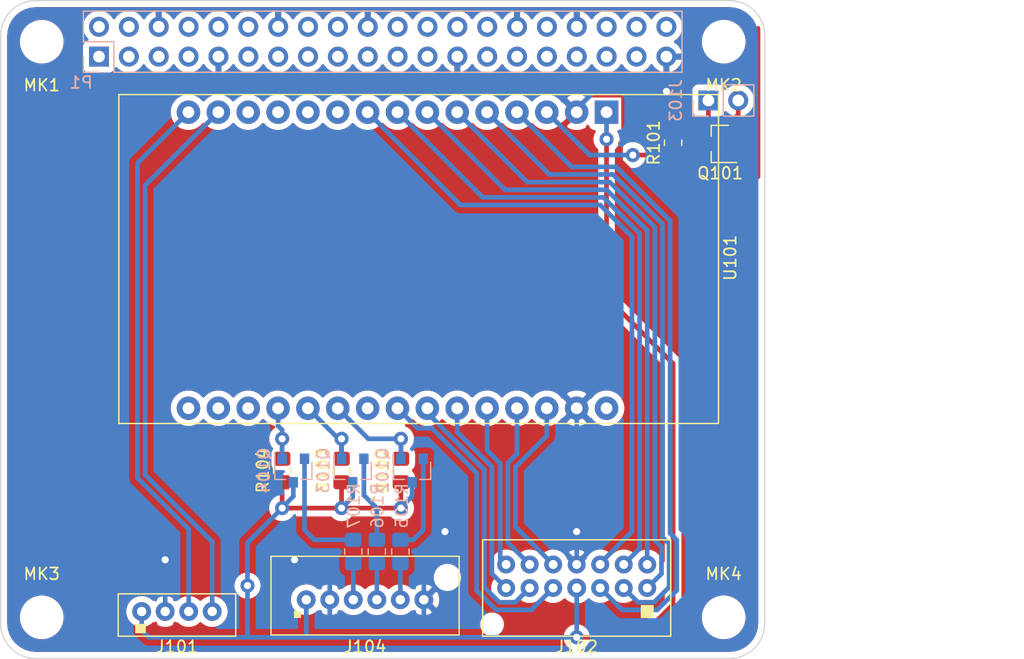
<source format=kicad_pcb>
(kicad_pcb (version 20171130) (host pcbnew "(5.1.10)-1")

  (general
    (thickness 1.6)
    (drawings 24)
    (tracks 196)
    (zones 0)
    (modules 21)
    (nets 70)
  )

  (page A3)
  (title_block
    (date "15 nov 2012")
  )

  (layers
    (0 F.Cu signal)
    (31 B.Cu signal)
    (32 B.Adhes user)
    (33 F.Adhes user)
    (34 B.Paste user)
    (35 F.Paste user)
    (36 B.SilkS user hide)
    (37 F.SilkS user hide)
    (38 B.Mask user)
    (39 F.Mask user)
    (40 Dwgs.User user)
    (41 Cmts.User user)
    (42 Eco1.User user)
    (43 Eco2.User user)
    (44 Edge.Cuts user)
    (45 Margin user)
    (46 B.CrtYd user)
    (47 F.CrtYd user)
  )

  (setup
    (last_trace_width 0.4)
    (user_trace_width 0.4)
    (user_trace_width 1.2)
    (trace_clearance 0.25)
    (zone_clearance 0.508)
    (zone_45_only no)
    (trace_min 0.1524)
    (via_size 1.2)
    (via_drill 0.6)
    (via_min_size 0.6)
    (via_min_drill 0.3)
    (uvia_size 0.5)
    (uvia_drill 0.1)
    (uvias_allowed no)
    (uvia_min_size 0.5)
    (uvia_min_drill 0.1)
    (edge_width 0.1)
    (segment_width 0.1)
    (pcb_text_width 0.1)
    (pcb_text_size 1 1)
    (mod_edge_width 0.15)
    (mod_text_size 1 1)
    (mod_text_width 0.15)
    (pad_size 1.2 1.4)
    (pad_drill 0)
    (pad_to_mask_clearance 0)
    (aux_axis_origin 200 150)
    (grid_origin 200 150)
    (visible_elements 7FFFFFFF)
    (pcbplotparams
      (layerselection 0x00030_80000001)
      (usegerberextensions true)
      (usegerberattributes false)
      (usegerberadvancedattributes false)
      (creategerberjobfile false)
      (excludeedgelayer true)
      (linewidth 0.150000)
      (plotframeref false)
      (viasonmask false)
      (mode 1)
      (useauxorigin false)
      (hpglpennumber 1)
      (hpglpenspeed 20)
      (hpglpendiameter 15.000000)
      (psnegative false)
      (psa4output false)
      (plotreference true)
      (plotvalue true)
      (plotinvisibletext false)
      (padsonsilk false)
      (subtractmaskfromsilk false)
      (outputformat 1)
      (mirror false)
      (drillshape 1)
      (scaleselection 1)
      (outputdirectory ""))
  )

  (net 0 "")
  (net 1 +3V3)
  (net 2 GND)
  (net 3 /ID_SD)
  (net 4 /ID_SC)
  (net 5 /GPIO5)
  (net 6 /GPIO6)
  (net 7 /GPIO26)
  (net 8 "/GPIO2(SDA1)")
  (net 9 "/GPIO3(SCL1)")
  (net 10 "/GPIO4(GCLK)")
  (net 11 "/GPIO14(TXD0)")
  (net 12 "/GPIO15(RXD0)")
  (net 13 "/GPIO17(GEN0)")
  (net 14 "/GPIO27(GEN2)")
  (net 15 "/GPIO22(GEN3)")
  (net 16 "/GPIO23(GEN4)")
  (net 17 "/GPIO24(GEN5)")
  (net 18 "/GPIO25(GEN6)")
  (net 19 "/GPIO18(GEN1)(PWM0)")
  (net 20 "/GPIO10(SPI0_MOSI)")
  (net 21 "/GPIO9(SPI0_MISO)")
  (net 22 "/GPIO11(SPI0_SCK)")
  (net 23 "/GPIO8(SPI0_CE_N)")
  (net 24 "/GPIO7(SPI1_CE_N)")
  (net 25 "/GPIO12(PWM0)")
  (net 26 "/GPIO13(PWM1)")
  (net 27 "/GPIO19(SPI1_MISO)")
  (net 28 /GPIO16)
  (net 29 "/GPIO20(SPI1_MOSI)")
  (net 30 "/GPIO21(SPI1_SCK)")
  (net 31 /LCD_SCL)
  (net 32 /LCD_SDA)
  (net 33 "Net-(J103-Pad2)")
  (net 34 "Net-(J103-Pad1)")
  (net 35 /but_led_re)
  (net 36 /but_led_gr)
  (net 37 /but_led_bl)
  (net 38 "Net-(Q102-Pad2)")
  (net 39 "Net-(Q103-Pad2)")
  (net 40 "Net-(Q104-Pad2)")
  (net 41 /rpi_reset)
  (net 42 /rot_4_a)
  (net 43 /rot_2_b)
  (net 44 /rot_4_sw)
  (net 45 /rot_2_sw)
  (net 46 /rot_1_b)
  (net 47 /rot_2_a)
  (net 48 /rot_3_b)
  (net 49 /rot_3_sw)
  (net 50 /rot_4_b)
  (net 51 /rot_3_a)
  (net 52 "Net-(P1-Pad17)")
  (net 53 "Net-(P1-Pad4)")
  (net 54 "Net-(P1-Pad2)")
  (net 55 "Net-(P1-Pad1)")
  (net 56 /pwm_led_re)
  (net 57 /pwm_led_bl)
  (net 58 /pwm_led_gr)
  (net 59 "Net-(U101-Pad30)")
  (net 60 "Net-(U101-Pad29)")
  (net 61 "Net-(U101-Pad28)")
  (net 62 "Net-(U101-Pad16)")
  (net 63 "Net-(U101-Pad13)")
  (net 64 "Net-(U101-Pad12)")
  (net 65 /rot_1_a)
  (net 66 /rot_1_sw)
  (net 67 "Net-(U101-Pad24)")
  (net 68 "Net-(U101-Pad10)")
  (net 69 "Net-(U101-Pad11)")

  (net_class Default "This is the default net class."
    (clearance 0.25)
    (trace_width 0.4)
    (via_dia 1.2)
    (via_drill 0.6)
    (uvia_dia 0.5)
    (uvia_drill 0.1)
    (add_net +3V3)
    (add_net "/GPIO10(SPI0_MOSI)")
    (add_net "/GPIO11(SPI0_SCK)")
    (add_net "/GPIO12(PWM0)")
    (add_net "/GPIO13(PWM1)")
    (add_net "/GPIO14(TXD0)")
    (add_net "/GPIO15(RXD0)")
    (add_net /GPIO16)
    (add_net "/GPIO17(GEN0)")
    (add_net "/GPIO18(GEN1)(PWM0)")
    (add_net "/GPIO19(SPI1_MISO)")
    (add_net "/GPIO2(SDA1)")
    (add_net "/GPIO20(SPI1_MOSI)")
    (add_net "/GPIO21(SPI1_SCK)")
    (add_net "/GPIO22(GEN3)")
    (add_net "/GPIO23(GEN4)")
    (add_net "/GPIO24(GEN5)")
    (add_net "/GPIO25(GEN6)")
    (add_net /GPIO26)
    (add_net "/GPIO27(GEN2)")
    (add_net "/GPIO3(SCL1)")
    (add_net "/GPIO4(GCLK)")
    (add_net /GPIO5)
    (add_net /GPIO6)
    (add_net "/GPIO7(SPI1_CE_N)")
    (add_net "/GPIO8(SPI0_CE_N)")
    (add_net "/GPIO9(SPI0_MISO)")
    (add_net /ID_SC)
    (add_net /ID_SD)
    (add_net /LCD_SCL)
    (add_net /LCD_SDA)
    (add_net /but_led_bl)
    (add_net /but_led_gr)
    (add_net /but_led_re)
    (add_net /pwm_led_bl)
    (add_net /pwm_led_gr)
    (add_net /pwm_led_re)
    (add_net /rot_1_a)
    (add_net /rot_1_b)
    (add_net /rot_1_sw)
    (add_net /rot_2_a)
    (add_net /rot_2_b)
    (add_net /rot_2_sw)
    (add_net /rot_3_a)
    (add_net /rot_3_b)
    (add_net /rot_3_sw)
    (add_net /rot_4_a)
    (add_net /rot_4_b)
    (add_net /rot_4_sw)
    (add_net /rpi_reset)
    (add_net GND)
    (add_net "Net-(J103-Pad1)")
    (add_net "Net-(J103-Pad2)")
    (add_net "Net-(P1-Pad1)")
    (add_net "Net-(P1-Pad17)")
    (add_net "Net-(P1-Pad2)")
    (add_net "Net-(P1-Pad4)")
    (add_net "Net-(Q102-Pad2)")
    (add_net "Net-(Q103-Pad2)")
    (add_net "Net-(Q104-Pad2)")
    (add_net "Net-(U101-Pad10)")
    (add_net "Net-(U101-Pad11)")
    (add_net "Net-(U101-Pad12)")
    (add_net "Net-(U101-Pad13)")
    (add_net "Net-(U101-Pad16)")
    (add_net "Net-(U101-Pad24)")
    (add_net "Net-(U101-Pad28)")
    (add_net "Net-(U101-Pad29)")
    (add_net "Net-(U101-Pad30)")
  )

  (net_class Power ""
    (clearance 0.25)
    (trace_width 0.5)
    (via_dia 1)
    (via_drill 0.7)
    (uvia_dia 0.5)
    (uvia_drill 0.1)
  )

  (module mqtt-station:esp-wroom-32-devkit (layer F.Cu) (tedit 612A05A3) (tstamp 612BA124)
    (at 235.06 116 90)
    (path /614160B5)
    (fp_text reference U101 (at 0.1 27 90) (layer F.SilkS)
      (effects (font (size 1 1) (thickness 0.15)))
    )
    (fp_text value ESP-WROOM-32 (at 0 -9 90) (layer F.Fab)
      (effects (font (size 1 1) (thickness 0.15)))
    )
    (fp_line (start 14 26) (end 14 -25) (layer F.SilkS) (width 0.12))
    (fp_line (start 14 -25) (end -14 -25) (layer F.SilkS) (width 0.12))
    (fp_line (start -14 -25) (end -14 26) (layer F.SilkS) (width 0.12))
    (fp_line (start -14 26) (end 14 26) (layer F.SilkS) (width 0.12))
    (pad 30 thru_hole circle (at -12.7 -19.08 270) (size 2 2) (drill 1) (layers *.Cu *.Mask)
      (net 59 "Net-(U101-Pad30)"))
    (pad 29 thru_hole circle (at -12.7 -16.54 270) (size 2 2) (drill 1) (layers *.Cu *.Mask)
      (net 60 "Net-(U101-Pad29)"))
    (pad 28 thru_hole circle (at -12.7 -14 270) (size 2 2) (drill 1) (layers *.Cu *.Mask)
      (net 61 "Net-(U101-Pad28)"))
    (pad 27 thru_hole circle (at -12.7 -11.46 270) (size 2 2) (drill 1) (layers *.Cu *.Mask)
      (net 58 /pwm_led_gr))
    (pad 26 thru_hole circle (at -12.7 -8.92 270) (size 2 2) (drill 1) (layers *.Cu *.Mask)
      (net 57 /pwm_led_bl))
    (pad 25 thru_hole circle (at -12.7 -6.38 270) (size 2 2) (drill 1) (layers *.Cu *.Mask)
      (net 56 /pwm_led_re))
    (pad 24 thru_hole circle (at -12.7 -3.84 270) (size 2 2) (drill 1) (layers *.Cu *.Mask)
      (net 67 "Net-(U101-Pad24)"))
    (pad 23 thru_hole circle (at -12.7 -1.3 270) (size 2 2) (drill 1) (layers *.Cu *.Mask)
      (net 47 /rot_2_a))
    (pad 22 thru_hole circle (at -12.7 1.24 270) (size 2 2) (drill 1) (layers *.Cu *.Mask)
      (net 45 /rot_2_sw))
    (pad 21 thru_hole circle (at -12.7 3.78 270) (size 2 2) (drill 1) (layers *.Cu *.Mask)
      (net 43 /rot_2_b))
    (pad 20 thru_hole circle (at -12.7 6.32 270) (size 2 2) (drill 1) (layers *.Cu *.Mask)
      (net 65 /rot_1_a))
    (pad 19 thru_hole circle (at -12.7 8.86 270) (size 2 2) (drill 1) (layers *.Cu *.Mask)
      (net 66 /rot_1_sw))
    (pad 18 thru_hole circle (at -12.7 11.4 270) (size 2 2) (drill 1) (layers *.Cu *.Mask)
      (net 46 /rot_1_b))
    (pad 17 thru_hole circle (at -12.7 13.94 270) (size 2 2) (drill 1) (layers *.Cu *.Mask)
      (net 2 GND))
    (pad 16 thru_hole circle (at -12.7 16.48 270) (size 2 2) (drill 1) (layers *.Cu *.Mask)
      (net 62 "Net-(U101-Pad16)"))
    (pad 15 thru_hole circle (at 12.5 -19.08 270) (size 2 2) (drill 1) (layers *.Cu *.Mask)
      (net 32 /LCD_SDA))
    (pad 14 thru_hole circle (at 12.5 -16.54 270) (size 2 2) (drill 1) (layers *.Cu *.Mask)
      (net 31 /LCD_SCL))
    (pad 13 thru_hole circle (at 12.5 -14 270) (size 2 2) (drill 1) (layers *.Cu *.Mask)
      (net 63 "Net-(U101-Pad13)"))
    (pad 12 thru_hole circle (at 12.5 -11.46 270) (size 2 2) (drill 1) (layers *.Cu *.Mask)
      (net 64 "Net-(U101-Pad12)"))
    (pad 11 thru_hole circle (at 12.5 -8.92 270) (size 2 2) (drill 1) (layers *.Cu *.Mask)
      (net 69 "Net-(U101-Pad11)"))
    (pad 10 thru_hole circle (at 12.5 -6.38 270) (size 2 2) (drill 1) (layers *.Cu *.Mask)
      (net 68 "Net-(U101-Pad10)"))
    (pad 9 thru_hole circle (at 12.5 -3.84 270) (size 2 2) (drill 1) (layers *.Cu *.Mask)
      (net 42 /rot_4_a))
    (pad 8 thru_hole circle (at 12.5 -1.3 270) (size 2 2) (drill 1) (layers *.Cu *.Mask)
      (net 44 /rot_4_sw))
    (pad 7 thru_hole circle (at 12.5 1.24 270) (size 2 2) (drill 1) (layers *.Cu *.Mask)
      (net 50 /rot_4_b))
    (pad 6 thru_hole circle (at 12.5 3.78 270) (size 2 2) (drill 1) (layers *.Cu *.Mask)
      (net 51 /rot_3_a))
    (pad 5 thru_hole circle (at 12.5 6.32 270) (size 2 2) (drill 1) (layers *.Cu *.Mask)
      (net 49 /rot_3_sw))
    (pad 4 thru_hole circle (at 12.5 8.86 270) (size 2 2) (drill 1) (layers *.Cu *.Mask)
      (net 48 /rot_3_b))
    (pad 3 thru_hole circle (at 12.5 11.4 270) (size 2 2) (drill 1) (layers *.Cu *.Mask)
      (net 41 /rpi_reset))
    (pad 2 thru_hole circle (at 12.5 13.94 270) (size 2 2) (drill 1) (layers *.Cu *.Mask)
      (net 2 GND))
    (pad 1 thru_hole rect (at 12.5 16.48 270) (size 2 2) (drill 1) (layers *.Cu *.Mask)
      (net 1 +3V3))
  )

  (module mqtt-station:i-Grid-14 (layer F.Cu) (tedit 6129F3B2) (tstamp 612A229A)
    (at 249 144 180)
    (path /612C9D8B)
    (fp_text reference J102 (at 0 -5) (layer F.SilkS)
      (effects (font (size 1 1) (thickness 0.15)))
    )
    (fp_text value Conn_02x07_Odd_Even (at 0 -8.5) (layer F.Fab)
      (effects (font (size 1 1) (thickness 0.15)))
    )
    (fp_line (start -8 0) (end -8 -4.1) (layer F.SilkS) (width 0.12))
    (fp_line (start -8 -4.1) (end 8 -4.1) (layer F.SilkS) (width 0.12))
    (fp_line (start 8 -4.1) (end 8 4.1) (layer F.SilkS) (width 0.12))
    (fp_line (start 8 4.1) (end -8 4.1) (layer F.SilkS) (width 0.12))
    (fp_line (start -8 4.1) (end -8 0) (layer F.SilkS) (width 0.12))
    (fp_poly (pts (xy -5.5 -1.5) (xy -6.5 -1.5) (xy -6.5 -2.5) (xy -5.5 -2.5)) (layer F.SilkS) (width 0.1))
    (pad "" np_thru_hole circle (at 7.2 -3.1 180) (size 1 1) (drill 1) (layers *.Cu *.Mask))
    (pad 14 thru_hole circle (at 6 2 180) (size 1.524 1.524) (drill 0.762) (layers *.Cu *.Mask)
      (net 65 /rot_1_a))
    (pad 13 thru_hole circle (at 6 0 180) (size 1.524 1.524) (drill 0.762) (layers *.Cu *.Mask)
      (net 43 /rot_2_b))
    (pad 12 thru_hole circle (at 4 2 180) (size 1.524 1.524) (drill 0.762) (layers *.Cu *.Mask)
      (net 66 /rot_1_sw))
    (pad 11 thru_hole circle (at 4 0 180) (size 1.524 1.524) (drill 0.762) (layers *.Cu *.Mask)
      (net 45 /rot_2_sw))
    (pad 10 thru_hole circle (at 2 2 180) (size 1.524 1.524) (drill 0.762) (layers *.Cu *.Mask)
      (net 46 /rot_1_b))
    (pad 9 thru_hole circle (at 2 0 180) (size 1.524 1.524) (drill 0.762) (layers *.Cu *.Mask)
      (net 47 /rot_2_a))
    (pad 8 thru_hole circle (at 0 2 180) (size 1.524 1.524) (drill 0.762) (layers *.Cu *.Mask)
      (net 2 GND))
    (pad 7 thru_hole circle (at 0 0 180) (size 1.6 1.6) (drill 0.8) (layers *.Cu *.Mask)
      (net 1 +3V3))
    (pad 6 thru_hole circle (at -2 2 180) (size 1.524 1.524) (drill 0.762) (layers *.Cu *.Mask)
      (net 42 /rot_4_a))
    (pad 5 thru_hole circle (at -2 0 180) (size 1.524 1.524) (drill 0.762) (layers *.Cu *.Mask)
      (net 48 /rot_3_b))
    (pad 4 thru_hole circle (at -4 2 180) (size 1.524 1.524) (drill 0.762) (layers *.Cu *.Mask)
      (net 44 /rot_4_sw))
    (pad 3 thru_hole circle (at -4 0 180) (size 1.524 1.524) (drill 0.762) (layers *.Cu *.Mask)
      (net 49 /rot_3_sw))
    (pad 2 thru_hole circle (at -6 2 180) (size 1.524 1.524) (drill 0.762) (layers *.Cu *.Mask)
      (net 50 /rot_4_b))
    (pad 1 thru_hole circle (at -6 0 180) (size 1.524 1.524) (drill 0.762) (layers *.Cu *.Mask)
      (net 51 /rot_3_a))
  )

  (module Resistor_SMD:R_0805_2012Metric_Pad1.20x1.40mm_HandSolder (layer B.Cu) (tedit 5F68FEEE) (tstamp 612BC276)
    (at 230 140.9 90)
    (descr "Resistor SMD 0805 (2012 Metric), square (rectangular) end terminal, IPC_7351 nominal with elongated pad for handsoldering. (Body size source: IPC-SM-782 page 72, https://www.pcb-3d.com/wordpress/wp-content/uploads/ipc-sm-782a_amendment_1_and_2.pdf), generated with kicad-footprint-generator")
    (tags "resistor handsolder")
    (path /612C256D)
    (attr smd)
    (fp_text reference R107 (at 3.9 0.05 90) (layer B.SilkS)
      (effects (font (size 1 1) (thickness 0.15)) (justify mirror))
    )
    (fp_text value 210 (at 0 -1.65 90) (layer B.Fab)
      (effects (font (size 1 1) (thickness 0.15)) (justify mirror))
    )
    (fp_line (start -1 -0.625) (end -1 0.625) (layer B.Fab) (width 0.1))
    (fp_line (start -1 0.625) (end 1 0.625) (layer B.Fab) (width 0.1))
    (fp_line (start 1 0.625) (end 1 -0.625) (layer B.Fab) (width 0.1))
    (fp_line (start 1 -0.625) (end -1 -0.625) (layer B.Fab) (width 0.1))
    (fp_line (start -0.227064 0.735) (end 0.227064 0.735) (layer B.SilkS) (width 0.12))
    (fp_line (start -0.227064 -0.735) (end 0.227064 -0.735) (layer B.SilkS) (width 0.12))
    (fp_line (start -1.85 -0.95) (end -1.85 0.95) (layer B.CrtYd) (width 0.05))
    (fp_line (start -1.85 0.95) (end 1.85 0.95) (layer B.CrtYd) (width 0.05))
    (fp_line (start 1.85 0.95) (end 1.85 -0.95) (layer B.CrtYd) (width 0.05))
    (fp_line (start 1.85 -0.95) (end -1.85 -0.95) (layer B.CrtYd) (width 0.05))
    (fp_text user %R (at 0 0 90) (layer B.Fab)
      (effects (font (size 0.5 0.5) (thickness 0.08)) (justify mirror))
    )
    (pad 1 smd roundrect (at -1 0 90) (size 1.2 1.4) (layers B.Cu B.Paste B.Mask) (roundrect_rratio 0.208333)
      (net 36 /but_led_gr))
    (pad 2 smd roundrect (at 1 0 90) (size 1.2 1.4) (layers B.Cu B.Paste B.Mask) (roundrect_rratio 0.208333)
      (net 40 "Net-(Q104-Pad2)"))
    (model ${KISYS3DMOD}/Resistor_SMD.3dshapes/R_0805_2012Metric.wrl
      (at (xyz 0 0 0))
      (scale (xyz 1 1 1))
      (rotate (xyz 0 0 0))
    )
  )

  (module Resistor_SMD:R_0805_2012Metric_Pad1.20x1.40mm_HandSolder (layer B.Cu) (tedit 5F68FEEE) (tstamp 612BB4F8)
    (at 232 140.9 90)
    (descr "Resistor SMD 0805 (2012 Metric), square (rectangular) end terminal, IPC_7351 nominal with elongated pad for handsoldering. (Body size source: IPC-SM-782 page 72, https://www.pcb-3d.com/wordpress/wp-content/uploads/ipc-sm-782a_amendment_1_and_2.pdf), generated with kicad-footprint-generator")
    (tags "resistor handsolder")
    (path /612C0D35)
    (attr smd)
    (fp_text reference R106 (at 3.9 0.05 90) (layer B.SilkS)
      (effects (font (size 1 1) (thickness 0.15)) (justify mirror))
    )
    (fp_text value 294 (at 0 -1.65 90) (layer B.Fab)
      (effects (font (size 1 1) (thickness 0.15)) (justify mirror))
    )
    (fp_line (start -1 -0.625) (end -1 0.625) (layer B.Fab) (width 0.1))
    (fp_line (start -1 0.625) (end 1 0.625) (layer B.Fab) (width 0.1))
    (fp_line (start 1 0.625) (end 1 -0.625) (layer B.Fab) (width 0.1))
    (fp_line (start 1 -0.625) (end -1 -0.625) (layer B.Fab) (width 0.1))
    (fp_line (start -0.227064 0.735) (end 0.227064 0.735) (layer B.SilkS) (width 0.12))
    (fp_line (start -0.227064 -0.735) (end 0.227064 -0.735) (layer B.SilkS) (width 0.12))
    (fp_line (start -1.85 -0.95) (end -1.85 0.95) (layer B.CrtYd) (width 0.05))
    (fp_line (start -1.85 0.95) (end 1.85 0.95) (layer B.CrtYd) (width 0.05))
    (fp_line (start 1.85 0.95) (end 1.85 -0.95) (layer B.CrtYd) (width 0.05))
    (fp_line (start 1.85 -0.95) (end -1.85 -0.95) (layer B.CrtYd) (width 0.05))
    (fp_text user %R (at 0 0 90) (layer B.Fab)
      (effects (font (size 0.5 0.5) (thickness 0.08)) (justify mirror))
    )
    (pad 1 smd roundrect (at -1 0 90) (size 1.2 1.4) (layers B.Cu B.Paste B.Mask) (roundrect_rratio 0.208333)
      (net 37 /but_led_bl))
    (pad 2 smd roundrect (at 1 0 90) (size 1.2 1.4) (layers B.Cu B.Paste B.Mask) (roundrect_rratio 0.208333)
      (net 39 "Net-(Q103-Pad2)"))
    (model ${KISYS3DMOD}/Resistor_SMD.3dshapes/R_0805_2012Metric.wrl
      (at (xyz 0 0 0))
      (scale (xyz 1 1 1))
      (rotate (xyz 0 0 0))
    )
  )

  (module Resistor_SMD:R_0805_2012Metric_Pad1.20x1.40mm_HandSolder (layer B.Cu) (tedit 5F68FEEE) (tstamp 612A1507)
    (at 234 140.9 90)
    (descr "Resistor SMD 0805 (2012 Metric), square (rectangular) end terminal, IPC_7351 nominal with elongated pad for handsoldering. (Body size source: IPC-SM-782 page 72, https://www.pcb-3d.com/wordpress/wp-content/uploads/ipc-sm-782a_amendment_1_and_2.pdf), generated with kicad-footprint-generator")
    (tags "resistor handsolder")
    (path /612BFDA5)
    (attr smd)
    (fp_text reference R105 (at 3.9 0.125 90) (layer B.SilkS)
      (effects (font (size 1 1) (thickness 0.15)) (justify mirror))
    )
    (fp_text value 210 (at 0 -1.65 90) (layer B.Fab)
      (effects (font (size 1 1) (thickness 0.15)) (justify mirror))
    )
    (fp_line (start -1 -0.625) (end -1 0.625) (layer B.Fab) (width 0.1))
    (fp_line (start -1 0.625) (end 1 0.625) (layer B.Fab) (width 0.1))
    (fp_line (start 1 0.625) (end 1 -0.625) (layer B.Fab) (width 0.1))
    (fp_line (start 1 -0.625) (end -1 -0.625) (layer B.Fab) (width 0.1))
    (fp_line (start -0.227064 0.735) (end 0.227064 0.735) (layer B.SilkS) (width 0.12))
    (fp_line (start -0.227064 -0.735) (end 0.227064 -0.735) (layer B.SilkS) (width 0.12))
    (fp_line (start -1.85 -0.95) (end -1.85 0.95) (layer B.CrtYd) (width 0.05))
    (fp_line (start -1.85 0.95) (end 1.85 0.95) (layer B.CrtYd) (width 0.05))
    (fp_line (start 1.85 0.95) (end 1.85 -0.95) (layer B.CrtYd) (width 0.05))
    (fp_line (start 1.85 -0.95) (end -1.85 -0.95) (layer B.CrtYd) (width 0.05))
    (fp_text user %R (at 0 0 90) (layer B.Fab)
      (effects (font (size 0.5 0.5) (thickness 0.08)) (justify mirror))
    )
    (pad 1 smd roundrect (at -1 0 90) (size 1.2 1.4) (layers B.Cu B.Paste B.Mask) (roundrect_rratio 0.208333)
      (net 35 /but_led_re))
    (pad 2 smd roundrect (at 1 0 90) (size 1.2 1.4) (layers B.Cu B.Paste B.Mask) (roundrect_rratio 0.208333)
      (net 38 "Net-(Q102-Pad2)"))
    (model ${KISYS3DMOD}/Resistor_SMD.3dshapes/R_0805_2012Metric.wrl
      (at (xyz 0 0 0))
      (scale (xyz 1 1 1))
      (rotate (xyz 0 0 0))
    )
  )

  (module Package_TO_SOT_SMD:SOT-23 (layer F.Cu) (tedit 5A02FF57) (tstamp 612BAC6C)
    (at 261.2 106.2 180)
    (descr "SOT-23, Standard")
    (tags SOT-23)
    (path /6133EF5D)
    (attr smd)
    (fp_text reference Q101 (at 0 -2.5) (layer F.SilkS)
      (effects (font (size 1 1) (thickness 0.15)))
    )
    (fp_text value Q_NMOS_GSD (at 0 2.5) (layer F.Fab)
      (effects (font (size 1 1) (thickness 0.15)))
    )
    (fp_line (start 0.76 1.58) (end -0.7 1.58) (layer F.SilkS) (width 0.12))
    (fp_line (start 0.76 -1.58) (end -1.4 -1.58) (layer F.SilkS) (width 0.12))
    (fp_line (start -1.7 1.75) (end -1.7 -1.75) (layer F.CrtYd) (width 0.05))
    (fp_line (start 1.7 1.75) (end -1.7 1.75) (layer F.CrtYd) (width 0.05))
    (fp_line (start 1.7 -1.75) (end 1.7 1.75) (layer F.CrtYd) (width 0.05))
    (fp_line (start -1.7 -1.75) (end 1.7 -1.75) (layer F.CrtYd) (width 0.05))
    (fp_line (start 0.76 -1.58) (end 0.76 -0.65) (layer F.SilkS) (width 0.12))
    (fp_line (start 0.76 1.58) (end 0.76 0.65) (layer F.SilkS) (width 0.12))
    (fp_line (start -0.7 1.52) (end 0.7 1.52) (layer F.Fab) (width 0.1))
    (fp_line (start 0.7 -1.52) (end 0.7 1.52) (layer F.Fab) (width 0.1))
    (fp_line (start -0.7 -0.95) (end -0.15 -1.52) (layer F.Fab) (width 0.1))
    (fp_line (start -0.15 -1.52) (end 0.7 -1.52) (layer F.Fab) (width 0.1))
    (fp_line (start -0.7 -0.95) (end -0.7 1.5) (layer F.Fab) (width 0.1))
    (fp_text user %R (at 0 0 90) (layer F.Fab)
      (effects (font (size 0.5 0.5) (thickness 0.075)))
    )
    (pad 3 smd rect (at 1 0 180) (size 0.9 0.8) (layers F.Cu F.Paste F.Mask)
      (net 34 "Net-(J103-Pad1)"))
    (pad 2 smd rect (at -1 0.95 180) (size 0.9 0.8) (layers F.Cu F.Paste F.Mask)
      (net 33 "Net-(J103-Pad2)"))
    (pad 1 smd rect (at -1 -0.95 180) (size 0.9 0.8) (layers F.Cu F.Paste F.Mask)
      (net 41 /rpi_reset))
    (model ${KISYS3DMOD}/Package_TO_SOT_SMD.3dshapes/SOT-23.wrl
      (at (xyz 0 0 0))
      (scale (xyz 1 1 1))
      (rotate (xyz 0 0 0))
    )
  )

  (module Resistor_SMD:R_0805_2012Metric_Pad1.20x1.40mm_HandSolder (layer F.Cu) (tedit 5F68FEEE) (tstamp 612BC908)
    (at 223.95 134 90)
    (descr "Resistor SMD 0805 (2012 Metric), square (rectangular) end terminal, IPC_7351 nominal with elongated pad for handsoldering. (Body size source: IPC-SM-782 page 72, https://www.pcb-3d.com/wordpress/wp-content/uploads/ipc-sm-782a_amendment_1_and_2.pdf), generated with kicad-footprint-generator")
    (tags "resistor handsolder")
    (path /612A4DF8)
    (attr smd)
    (fp_text reference R104 (at 0 -1.65 90) (layer F.SilkS)
      (effects (font (size 1 1) (thickness 0.15)))
    )
    (fp_text value 10k (at 0 1.65 90) (layer F.Fab)
      (effects (font (size 1 1) (thickness 0.15)))
    )
    (fp_line (start -1 0.625) (end -1 -0.625) (layer F.Fab) (width 0.1))
    (fp_line (start -1 -0.625) (end 1 -0.625) (layer F.Fab) (width 0.1))
    (fp_line (start 1 -0.625) (end 1 0.625) (layer F.Fab) (width 0.1))
    (fp_line (start 1 0.625) (end -1 0.625) (layer F.Fab) (width 0.1))
    (fp_line (start -0.227064 -0.735) (end 0.227064 -0.735) (layer F.SilkS) (width 0.12))
    (fp_line (start -0.227064 0.735) (end 0.227064 0.735) (layer F.SilkS) (width 0.12))
    (fp_line (start -1.85 0.95) (end -1.85 -0.95) (layer F.CrtYd) (width 0.05))
    (fp_line (start -1.85 -0.95) (end 1.85 -0.95) (layer F.CrtYd) (width 0.05))
    (fp_line (start 1.85 -0.95) (end 1.85 0.95) (layer F.CrtYd) (width 0.05))
    (fp_line (start 1.85 0.95) (end -1.85 0.95) (layer F.CrtYd) (width 0.05))
    (fp_text user %R (at 0 0 90) (layer F.Fab)
      (effects (font (size 0.5 0.5) (thickness 0.08)))
    )
    (pad 1 smd roundrect (at -1 0 90) (size 1.2 1.4) (layers F.Cu F.Paste F.Mask) (roundrect_rratio 0.208333)
      (net 1 +3V3))
    (pad 2 smd roundrect (at 1 0 90) (size 1.2 1.4) (layers F.Cu F.Paste F.Mask) (roundrect_rratio 0.208333)
      (net 58 /pwm_led_gr))
    (model ${KISYS3DMOD}/Resistor_SMD.3dshapes/R_0805_2012Metric.wrl
      (at (xyz 0 0 0))
      (scale (xyz 1 1 1))
      (rotate (xyz 0 0 0))
    )
  )

  (module Resistor_SMD:R_0805_2012Metric_Pad1.20x1.40mm_HandSolder (layer F.Cu) (tedit 5F68FEEE) (tstamp 612BC097)
    (at 229 134 90)
    (descr "Resistor SMD 0805 (2012 Metric), square (rectangular) end terminal, IPC_7351 nominal with elongated pad for handsoldering. (Body size source: IPC-SM-782 page 72, https://www.pcb-3d.com/wordpress/wp-content/uploads/ipc-sm-782a_amendment_1_and_2.pdf), generated with kicad-footprint-generator")
    (tags "resistor handsolder")
    (path /612A3019)
    (attr smd)
    (fp_text reference R103 (at 0 -1.65 90) (layer F.SilkS)
      (effects (font (size 1 1) (thickness 0.15)))
    )
    (fp_text value 10k (at 0 1.65 90) (layer F.Fab)
      (effects (font (size 1 1) (thickness 0.15)))
    )
    (fp_line (start -1 0.625) (end -1 -0.625) (layer F.Fab) (width 0.1))
    (fp_line (start -1 -0.625) (end 1 -0.625) (layer F.Fab) (width 0.1))
    (fp_line (start 1 -0.625) (end 1 0.625) (layer F.Fab) (width 0.1))
    (fp_line (start 1 0.625) (end -1 0.625) (layer F.Fab) (width 0.1))
    (fp_line (start -0.227064 -0.735) (end 0.227064 -0.735) (layer F.SilkS) (width 0.12))
    (fp_line (start -0.227064 0.735) (end 0.227064 0.735) (layer F.SilkS) (width 0.12))
    (fp_line (start -1.85 0.95) (end -1.85 -0.95) (layer F.CrtYd) (width 0.05))
    (fp_line (start -1.85 -0.95) (end 1.85 -0.95) (layer F.CrtYd) (width 0.05))
    (fp_line (start 1.85 -0.95) (end 1.85 0.95) (layer F.CrtYd) (width 0.05))
    (fp_line (start 1.85 0.95) (end -1.85 0.95) (layer F.CrtYd) (width 0.05))
    (fp_text user %R (at 0 0 90) (layer F.Fab)
      (effects (font (size 0.5 0.5) (thickness 0.08)))
    )
    (pad 1 smd roundrect (at -1 0 90) (size 1.2 1.4) (layers F.Cu F.Paste F.Mask) (roundrect_rratio 0.208333)
      (net 1 +3V3))
    (pad 2 smd roundrect (at 1 0 90) (size 1.2 1.4) (layers F.Cu F.Paste F.Mask) (roundrect_rratio 0.208333)
      (net 57 /pwm_led_bl))
    (model ${KISYS3DMOD}/Resistor_SMD.3dshapes/R_0805_2012Metric.wrl
      (at (xyz 0 0 0))
      (scale (xyz 1 1 1))
      (rotate (xyz 0 0 0))
    )
  )

  (module Resistor_SMD:R_0805_2012Metric_Pad1.20x1.40mm_HandSolder (layer F.Cu) (tedit 5F68FEEE) (tstamp 612BC789)
    (at 234.05 134 90)
    (descr "Resistor SMD 0805 (2012 Metric), square (rectangular) end terminal, IPC_7351 nominal with elongated pad for handsoldering. (Body size source: IPC-SM-782 page 72, https://www.pcb-3d.com/wordpress/wp-content/uploads/ipc-sm-782a_amendment_1_and_2.pdf), generated with kicad-footprint-generator")
    (tags "resistor handsolder")
    (path /6129F988)
    (attr smd)
    (fp_text reference R102 (at 0 -1.65 90) (layer F.SilkS)
      (effects (font (size 1 1) (thickness 0.15)))
    )
    (fp_text value 10k (at 0 1.65 90) (layer F.Fab)
      (effects (font (size 1 1) (thickness 0.15)))
    )
    (fp_line (start -1 0.625) (end -1 -0.625) (layer F.Fab) (width 0.1))
    (fp_line (start -1 -0.625) (end 1 -0.625) (layer F.Fab) (width 0.1))
    (fp_line (start 1 -0.625) (end 1 0.625) (layer F.Fab) (width 0.1))
    (fp_line (start 1 0.625) (end -1 0.625) (layer F.Fab) (width 0.1))
    (fp_line (start -0.227064 -0.735) (end 0.227064 -0.735) (layer F.SilkS) (width 0.12))
    (fp_line (start -0.227064 0.735) (end 0.227064 0.735) (layer F.SilkS) (width 0.12))
    (fp_line (start -1.85 0.95) (end -1.85 -0.95) (layer F.CrtYd) (width 0.05))
    (fp_line (start -1.85 -0.95) (end 1.85 -0.95) (layer F.CrtYd) (width 0.05))
    (fp_line (start 1.85 -0.95) (end 1.85 0.95) (layer F.CrtYd) (width 0.05))
    (fp_line (start 1.85 0.95) (end -1.85 0.95) (layer F.CrtYd) (width 0.05))
    (fp_text user %R (at 0 0 90) (layer F.Fab)
      (effects (font (size 0.5 0.5) (thickness 0.08)))
    )
    (pad 1 smd roundrect (at -1 0 90) (size 1.2 1.4) (layers F.Cu F.Paste F.Mask) (roundrect_rratio 0.208333)
      (net 1 +3V3))
    (pad 2 smd roundrect (at 1 0 90) (size 1.2 1.4) (layers F.Cu F.Paste F.Mask) (roundrect_rratio 0.208333)
      (net 56 /pwm_led_re))
    (model ${KISYS3DMOD}/Resistor_SMD.3dshapes/R_0805_2012Metric.wrl
      (at (xyz 0 0 0))
      (scale (xyz 1 1 1))
      (rotate (xyz 0 0 0))
    )
  )

  (module Resistor_SMD:R_0805_2012Metric_Pad1.20x1.40mm_HandSolder (layer F.Cu) (tedit 612B51DA) (tstamp 612A3FED)
    (at 257.2 106.1 90)
    (descr "Resistor SMD 0805 (2012 Metric), square (rectangular) end terminal, IPC_7351 nominal with elongated pad for handsoldering. (Body size source: IPC-SM-782 page 72, https://www.pcb-3d.com/wordpress/wp-content/uploads/ipc-sm-782a_amendment_1_and_2.pdf), generated with kicad-footprint-generator")
    (tags "resistor handsolder")
    (path /61366CD9)
    (attr smd)
    (fp_text reference R101 (at 0 -1.65 90) (layer F.SilkS)
      (effects (font (size 1 1) (thickness 0.15)))
    )
    (fp_text value 10k (at 0 1.65 90) (layer F.Fab)
      (effects (font (size 1 1) (thickness 0.15)))
    )
    (fp_line (start 1.85 0.95) (end -1.85 0.95) (layer F.CrtYd) (width 0.05))
    (fp_line (start 1.85 -0.95) (end 1.85 0.95) (layer F.CrtYd) (width 0.05))
    (fp_line (start -1.85 -0.95) (end 1.85 -0.95) (layer F.CrtYd) (width 0.05))
    (fp_line (start -1.85 0.95) (end -1.85 -0.95) (layer F.CrtYd) (width 0.05))
    (fp_line (start -0.227064 0.735) (end 0.227064 0.735) (layer F.SilkS) (width 0.12))
    (fp_line (start -0.227064 -0.735) (end 0.227064 -0.735) (layer F.SilkS) (width 0.12))
    (fp_line (start 1 0.625) (end -1 0.625) (layer F.Fab) (width 0.1))
    (fp_line (start 1 -0.625) (end 1 0.625) (layer F.Fab) (width 0.1))
    (fp_line (start -1 -0.625) (end 1 -0.625) (layer F.Fab) (width 0.1))
    (fp_line (start -1 0.625) (end -1 -0.625) (layer F.Fab) (width 0.1))
    (fp_text user %R (at 0 0 90) (layer F.Fab)
      (effects (font (size 0.5 0.5) (thickness 0.08)))
    )
    (pad 2 smd roundrect (at 1 0 90) (size 1.2 1.4) (layers F.Cu F.Paste F.Mask) (roundrect_rratio 0.208333)
      (net 2 GND))
    (pad 1 smd roundrect (at -1.05 0 90) (size 1.2 1.4) (layers F.Cu F.Paste F.Mask) (roundrect_rratio 0.208)
      (net 41 /rpi_reset))
    (model ${KISYS3DMOD}/Resistor_SMD.3dshapes/R_0805_2012Metric.wrl
      (at (xyz 0 0 0))
      (scale (xyz 1 1 1))
      (rotate (xyz 0 0 0))
    )
  )

  (module Package_TO_SOT_SMD:SOT-23 (layer B.Cu) (tedit 5A02FF57) (tstamp 612A40B1)
    (at 224.9 134 270)
    (descr "SOT-23, Standard")
    (tags SOT-23)
    (path /612A4DF1)
    (attr smd)
    (fp_text reference Q104 (at 0 2.5 270) (layer B.SilkS)
      (effects (font (size 1 1) (thickness 0.15)) (justify mirror))
    )
    (fp_text value Q_PMOS_GSD (at 0 -2.5 270) (layer B.Fab)
      (effects (font (size 1 1) (thickness 0.15)) (justify mirror))
    )
    (fp_line (start -0.7 0.95) (end -0.7 -1.5) (layer B.Fab) (width 0.1))
    (fp_line (start -0.15 1.52) (end 0.7 1.52) (layer B.Fab) (width 0.1))
    (fp_line (start -0.7 0.95) (end -0.15 1.52) (layer B.Fab) (width 0.1))
    (fp_line (start 0.7 1.52) (end 0.7 -1.52) (layer B.Fab) (width 0.1))
    (fp_line (start -0.7 -1.52) (end 0.7 -1.52) (layer B.Fab) (width 0.1))
    (fp_line (start 0.76 -1.58) (end 0.76 -0.65) (layer B.SilkS) (width 0.12))
    (fp_line (start 0.76 1.58) (end 0.76 0.65) (layer B.SilkS) (width 0.12))
    (fp_line (start -1.7 1.75) (end 1.7 1.75) (layer B.CrtYd) (width 0.05))
    (fp_line (start 1.7 1.75) (end 1.7 -1.75) (layer B.CrtYd) (width 0.05))
    (fp_line (start 1.7 -1.75) (end -1.7 -1.75) (layer B.CrtYd) (width 0.05))
    (fp_line (start -1.7 -1.75) (end -1.7 1.75) (layer B.CrtYd) (width 0.05))
    (fp_line (start 0.76 1.58) (end -1.4 1.58) (layer B.SilkS) (width 0.12))
    (fp_line (start 0.76 -1.58) (end -0.7 -1.58) (layer B.SilkS) (width 0.12))
    (fp_text user %R (at 0 0) (layer B.Fab)
      (effects (font (size 0.5 0.5) (thickness 0.075)) (justify mirror))
    )
    (pad 1 smd rect (at -1 0.95 270) (size 0.9 0.8) (layers B.Cu B.Paste B.Mask)
      (net 58 /pwm_led_gr))
    (pad 2 smd rect (at -1 -0.95 270) (size 0.9 0.8) (layers B.Cu B.Paste B.Mask)
      (net 40 "Net-(Q104-Pad2)"))
    (pad 3 smd rect (at 1 0 270) (size 0.9 0.8) (layers B.Cu B.Paste B.Mask)
      (net 1 +3V3))
    (model ${KISYS3DMOD}/Package_TO_SOT_SMD.3dshapes/SOT-23.wrl
      (at (xyz 0 0 0))
      (scale (xyz 1 1 1))
      (rotate (xyz 0 0 0))
    )
  )

  (module Package_TO_SOT_SMD:SOT-23 (layer B.Cu) (tedit 5A02FF57) (tstamp 612A3FB5)
    (at 229.95 134 270)
    (descr "SOT-23, Standard")
    (tags SOT-23)
    (path /612A3012)
    (attr smd)
    (fp_text reference Q103 (at 0 2.5 90) (layer B.SilkS)
      (effects (font (size 1 1) (thickness 0.15)) (justify mirror))
    )
    (fp_text value Q_PMOS_GSD (at 0 -2.5 90) (layer B.Fab)
      (effects (font (size 1 1) (thickness 0.15)) (justify mirror))
    )
    (fp_line (start -0.7 0.95) (end -0.7 -1.5) (layer B.Fab) (width 0.1))
    (fp_line (start -0.15 1.52) (end 0.7 1.52) (layer B.Fab) (width 0.1))
    (fp_line (start -0.7 0.95) (end -0.15 1.52) (layer B.Fab) (width 0.1))
    (fp_line (start 0.7 1.52) (end 0.7 -1.52) (layer B.Fab) (width 0.1))
    (fp_line (start -0.7 -1.52) (end 0.7 -1.52) (layer B.Fab) (width 0.1))
    (fp_line (start 0.76 -1.58) (end 0.76 -0.65) (layer B.SilkS) (width 0.12))
    (fp_line (start 0.76 1.58) (end 0.76 0.65) (layer B.SilkS) (width 0.12))
    (fp_line (start -1.7 1.75) (end 1.7 1.75) (layer B.CrtYd) (width 0.05))
    (fp_line (start 1.7 1.75) (end 1.7 -1.75) (layer B.CrtYd) (width 0.05))
    (fp_line (start 1.7 -1.75) (end -1.7 -1.75) (layer B.CrtYd) (width 0.05))
    (fp_line (start -1.7 -1.75) (end -1.7 1.75) (layer B.CrtYd) (width 0.05))
    (fp_line (start 0.76 1.58) (end -1.4 1.58) (layer B.SilkS) (width 0.12))
    (fp_line (start 0.76 -1.58) (end -0.7 -1.58) (layer B.SilkS) (width 0.12))
    (fp_text user %R (at 0 0 180) (layer B.Fab)
      (effects (font (size 0.5 0.5) (thickness 0.075)) (justify mirror))
    )
    (pad 1 smd rect (at -1 0.95 270) (size 0.9 0.8) (layers B.Cu B.Paste B.Mask)
      (net 57 /pwm_led_bl))
    (pad 2 smd rect (at -1 -0.95 270) (size 0.9 0.8) (layers B.Cu B.Paste B.Mask)
      (net 39 "Net-(Q103-Pad2)"))
    (pad 3 smd rect (at 1 0 270) (size 0.9 0.8) (layers B.Cu B.Paste B.Mask)
      (net 1 +3V3))
    (model ${KISYS3DMOD}/Package_TO_SOT_SMD.3dshapes/SOT-23.wrl
      (at (xyz 0 0 0))
      (scale (xyz 1 1 1))
      (rotate (xyz 0 0 0))
    )
  )

  (module Package_TO_SOT_SMD:SOT-23 (layer B.Cu) (tedit 5A02FF57) (tstamp 612BC730)
    (at 235 134 270)
    (descr "SOT-23, Standard")
    (tags SOT-23)
    (path /6129CAB5)
    (attr smd)
    (fp_text reference Q102 (at 0 2.5 90) (layer B.SilkS)
      (effects (font (size 1 1) (thickness 0.15)) (justify mirror))
    )
    (fp_text value Q_PMOS_GSD (at 0 -2.5 90) (layer B.Fab)
      (effects (font (size 1 1) (thickness 0.15)) (justify mirror))
    )
    (fp_line (start -0.7 0.95) (end -0.7 -1.5) (layer B.Fab) (width 0.1))
    (fp_line (start -0.15 1.52) (end 0.7 1.52) (layer B.Fab) (width 0.1))
    (fp_line (start -0.7 0.95) (end -0.15 1.52) (layer B.Fab) (width 0.1))
    (fp_line (start 0.7 1.52) (end 0.7 -1.52) (layer B.Fab) (width 0.1))
    (fp_line (start -0.7 -1.52) (end 0.7 -1.52) (layer B.Fab) (width 0.1))
    (fp_line (start 0.76 -1.58) (end 0.76 -0.65) (layer B.SilkS) (width 0.12))
    (fp_line (start 0.76 1.58) (end 0.76 0.65) (layer B.SilkS) (width 0.12))
    (fp_line (start -1.7 1.75) (end 1.7 1.75) (layer B.CrtYd) (width 0.05))
    (fp_line (start 1.7 1.75) (end 1.7 -1.75) (layer B.CrtYd) (width 0.05))
    (fp_line (start 1.7 -1.75) (end -1.7 -1.75) (layer B.CrtYd) (width 0.05))
    (fp_line (start -1.7 -1.75) (end -1.7 1.75) (layer B.CrtYd) (width 0.05))
    (fp_line (start 0.76 1.58) (end -1.4 1.58) (layer B.SilkS) (width 0.12))
    (fp_line (start 0.76 -1.58) (end -0.7 -1.58) (layer B.SilkS) (width 0.12))
    (fp_text user %R (at 0 0 180) (layer B.Fab)
      (effects (font (size 0.5 0.5) (thickness 0.075)) (justify mirror))
    )
    (pad 1 smd rect (at -1 0.95 270) (size 0.9 0.8) (layers B.Cu B.Paste B.Mask)
      (net 56 /pwm_led_re))
    (pad 2 smd rect (at -1 -0.95 270) (size 0.9 0.8) (layers B.Cu B.Paste B.Mask)
      (net 38 "Net-(Q102-Pad2)"))
    (pad 3 smd rect (at 1 0 270) (size 0.9 0.8) (layers B.Cu B.Paste B.Mask)
      (net 1 +3V3))
    (model ${KISYS3DMOD}/Package_TO_SOT_SMD.3dshapes/SOT-23.wrl
      (at (xyz 0 0 0))
      (scale (xyz 1 1 1))
      (rotate (xyz 0 0 0))
    )
  )

  (module mqtt-station:Micro-Clasp-6 (layer F.Cu) (tedit 612933BC) (tstamp 6129F742)
    (at 231 145)
    (path /613AC445)
    (fp_text reference J104 (at 0 4) (layer F.SilkS)
      (effects (font (size 1 1) (thickness 0.15)))
    )
    (fp_text value Conn_01x06 (at 0 -7) (layer F.Fab)
      (effects (font (size 1 1) (thickness 0.15)))
    )
    (fp_line (start 8 3) (end 8 2.5) (layer F.SilkS) (width 0.12))
    (fp_line (start -8 3) (end 8 3) (layer F.SilkS) (width 0.12))
    (fp_line (start 8 -3.7) (end 8 2.5) (layer F.SilkS) (width 0.12))
    (fp_line (start -8 -3.7) (end 8 -3.7) (layer F.SilkS) (width 0.12))
    (fp_line (start -8 3) (end -8 -3.7) (layer F.SilkS) (width 0.12))
    (fp_poly (pts (xy -5.5 1.5) (xy -6 1.5) (xy -6 1) (xy -5.5 1)) (layer F.SilkS) (width 0.1))
    (pad "" np_thru_hole circle (at 7 -1.9) (size 1.3 1.3) (drill 1.3) (layers *.Cu *.Mask))
    (pad 6 thru_hole circle (at 5 0) (size 1.6 1.6) (drill 0.8) (layers *.Cu *.Mask)
      (net 2 GND))
    (pad 5 thru_hole circle (at 3 0) (size 1.6 1.6) (drill 0.8) (layers *.Cu *.Mask)
      (net 35 /but_led_re))
    (pad 3 thru_hole circle (at -1 0) (size 1.6 1.6) (drill 0.8) (layers *.Cu *.Mask)
      (net 36 /but_led_gr))
    (pad 4 thru_hole circle (at 1 0) (size 1.6 1.6) (drill 0.8) (layers *.Cu *.Mask)
      (net 37 /but_led_bl))
    (pad 2 thru_hole circle (at -3 0) (size 1.6 1.6) (drill 0.8) (layers *.Cu *.Mask)
      (net 2 GND))
    (pad 1 thru_hole circle (at -5 0) (size 1.6 1.6) (drill 0.8) (layers *.Cu *.Mask)
      (net 1 +3V3))
  )

  (module Connector_PinSocket_2.54mm:PinSocket_1x02_P2.54mm_Vertical (layer B.Cu) (tedit 5A19A420) (tstamp 612A3F77)
    (at 260.2 102.5 270)
    (descr "Through hole straight socket strip, 1x02, 2.54mm pitch, single row (from Kicad 4.0.7), script generated")
    (tags "Through hole socket strip THT 1x02 2.54mm single row")
    (path /61292D94)
    (fp_text reference J103 (at 0 2.77 270) (layer B.SilkS)
      (effects (font (size 1 1) (thickness 0.15)) (justify mirror))
    )
    (fp_text value Conn_01x02 (at 0 -5.31 270) (layer B.Fab)
      (effects (font (size 1 1) (thickness 0.15)) (justify mirror))
    )
    (fp_line (start -1.8 -4.3) (end -1.8 1.8) (layer B.CrtYd) (width 0.05))
    (fp_line (start 1.75 -4.3) (end -1.8 -4.3) (layer B.CrtYd) (width 0.05))
    (fp_line (start 1.75 1.8) (end 1.75 -4.3) (layer B.CrtYd) (width 0.05))
    (fp_line (start -1.8 1.8) (end 1.75 1.8) (layer B.CrtYd) (width 0.05))
    (fp_line (start 0 1.33) (end 1.33 1.33) (layer B.SilkS) (width 0.12))
    (fp_line (start 1.33 1.33) (end 1.33 0) (layer B.SilkS) (width 0.12))
    (fp_line (start 1.33 -1.27) (end 1.33 -3.87) (layer B.SilkS) (width 0.12))
    (fp_line (start -1.33 -3.87) (end 1.33 -3.87) (layer B.SilkS) (width 0.12))
    (fp_line (start -1.33 -1.27) (end -1.33 -3.87) (layer B.SilkS) (width 0.12))
    (fp_line (start -1.33 -1.27) (end 1.33 -1.27) (layer B.SilkS) (width 0.12))
    (fp_line (start -1.27 -3.81) (end -1.27 1.27) (layer B.Fab) (width 0.1))
    (fp_line (start 1.27 -3.81) (end -1.27 -3.81) (layer B.Fab) (width 0.1))
    (fp_line (start 1.27 0.635) (end 1.27 -3.81) (layer B.Fab) (width 0.1))
    (fp_line (start 0.635 1.27) (end 1.27 0.635) (layer B.Fab) (width 0.1))
    (fp_line (start -1.27 1.27) (end 0.635 1.27) (layer B.Fab) (width 0.1))
    (fp_text user %R (at 0 -1.27) (layer B.Fab)
      (effects (font (size 1 1) (thickness 0.15)) (justify mirror))
    )
    (pad 2 thru_hole oval (at 0 -2.54 270) (size 1.7 1.7) (drill 1) (layers *.Cu *.Mask)
      (net 33 "Net-(J103-Pad2)"))
    (pad 1 thru_hole rect (at 0 0 270) (size 1.7 1.7) (drill 1) (layers *.Cu *.Mask)
      (net 34 "Net-(J103-Pad1)"))
    (model ${KISYS3DMOD}/Connector_PinSocket_2.54mm.3dshapes/PinSocket_1x02_P2.54mm_Vertical.wrl
      (at (xyz 0 0 0))
      (scale (xyz 1 1 1))
      (rotate (xyz 0 0 0))
    )
  )

  (module mqtt-station:micro-latch-4 (layer F.Cu) (tedit 612923F5) (tstamp 612A3DD9)
    (at 215 146)
    (path /61298413)
    (fp_text reference J101 (at 0 3) (layer F.SilkS)
      (effects (font (size 1 1) (thickness 0.15)))
    )
    (fp_text value Conn_01x04 (at 0 -9.5) (layer F.Fab)
      (effects (font (size 1 1) (thickness 0.15)))
    )
    (fp_poly (pts (xy -2.7 1.8) (xy -3.5 1.8) (xy -3.5 1.1) (xy -2.7 1.1)) (layer F.SilkS) (width 0.1))
    (fp_line (start 5 2.1) (end 5 0) (layer F.SilkS) (width 0.12))
    (fp_line (start -5 2.1) (end 5 2.1) (layer F.SilkS) (width 0.12))
    (fp_line (start -5 0) (end -5 2.1) (layer F.SilkS) (width 0.12))
    (fp_line (start 5 -1.5) (end 5 0) (layer F.SilkS) (width 0.12))
    (fp_line (start -5 -1.5) (end 5 -1.5) (layer F.SilkS) (width 0.12))
    (fp_line (start -5 0) (end -5 -1.5) (layer F.SilkS) (width 0.12))
    (pad 4 thru_hole circle (at 3 0) (size 1.6 1.6) (drill 0.8) (layers *.Cu *.Mask)
      (net 31 /LCD_SCL))
    (pad 3 thru_hole circle (at 1 0) (size 1.6 1.6) (drill 0.8) (layers *.Cu *.Mask)
      (net 32 /LCD_SDA))
    (pad 2 thru_hole circle (at -1 0) (size 1.6 1.6) (drill 0.8) (layers *.Cu *.Mask)
      (net 2 GND))
    (pad 1 thru_hole circle (at -3 0) (size 1.6 1.6) (drill 0.8) (layers *.Cu *.Mask)
      (net 1 +3V3))
  )

  (module Connector_PinSocket_2.54mm:PinSocket_2x20_P2.54mm_Vertical (layer B.Cu) (tedit 5A19A433) (tstamp 5A793E9F)
    (at 208.37 98.77 270)
    (descr "Through hole straight socket strip, 2x20, 2.54mm pitch, double cols (from Kicad 4.0.7), script generated")
    (tags "Through hole socket strip THT 2x20 2.54mm double row")
    (path /59AD464A)
    (fp_text reference P1 (at 2.208 1.512) (layer B.SilkS)
      (effects (font (size 1 1) (thickness 0.15)) (justify mirror))
    )
    (fp_text value Conn_02x20_Odd_Even (at -1.27 -51.03 270) (layer B.Fab)
      (effects (font (size 1 1) (thickness 0.15)) (justify mirror))
    )
    (fp_line (start -4.34 -50) (end -4.34 1.8) (layer B.CrtYd) (width 0.05))
    (fp_line (start 1.76 -50) (end -4.34 -50) (layer B.CrtYd) (width 0.05))
    (fp_line (start 1.76 1.8) (end 1.76 -50) (layer B.CrtYd) (width 0.05))
    (fp_line (start -4.34 1.8) (end 1.76 1.8) (layer B.CrtYd) (width 0.05))
    (fp_line (start 0 1.33) (end 1.33 1.33) (layer B.SilkS) (width 0.12))
    (fp_line (start 1.33 1.33) (end 1.33 0) (layer B.SilkS) (width 0.12))
    (fp_line (start -1.27 1.33) (end -1.27 -1.27) (layer B.SilkS) (width 0.12))
    (fp_line (start -1.27 -1.27) (end 1.33 -1.27) (layer B.SilkS) (width 0.12))
    (fp_line (start 1.33 -1.27) (end 1.33 -49.59) (layer B.SilkS) (width 0.12))
    (fp_line (start -3.87 -49.59) (end 1.33 -49.59) (layer B.SilkS) (width 0.12))
    (fp_line (start -3.87 1.33) (end -3.87 -49.59) (layer B.SilkS) (width 0.12))
    (fp_line (start -3.87 1.33) (end -1.27 1.33) (layer B.SilkS) (width 0.12))
    (fp_line (start -3.81 -49.53) (end -3.81 1.27) (layer B.Fab) (width 0.1))
    (fp_line (start 1.27 -49.53) (end -3.81 -49.53) (layer B.Fab) (width 0.1))
    (fp_line (start 1.27 0.27) (end 1.27 -49.53) (layer B.Fab) (width 0.1))
    (fp_line (start 0.27 1.27) (end 1.27 0.27) (layer B.Fab) (width 0.1))
    (fp_line (start -3.81 1.27) (end 0.27 1.27) (layer B.Fab) (width 0.1))
    (fp_text user %R (at -1.27 -24.13 180) (layer B.Fab)
      (effects (font (size 1 1) (thickness 0.15)) (justify mirror))
    )
    (pad 40 thru_hole oval (at -2.54 -48.26 270) (size 1.7 1.7) (drill 1) (layers *.Cu *.Mask)
      (net 30 "/GPIO21(SPI1_SCK)"))
    (pad 39 thru_hole oval (at 0 -48.26 270) (size 1.7 1.7) (drill 1) (layers *.Cu *.Mask)
      (net 2 GND))
    (pad 38 thru_hole oval (at -2.54 -45.72 270) (size 1.7 1.7) (drill 1) (layers *.Cu *.Mask)
      (net 29 "/GPIO20(SPI1_MOSI)"))
    (pad 37 thru_hole oval (at 0 -45.72 270) (size 1.7 1.7) (drill 1) (layers *.Cu *.Mask)
      (net 7 /GPIO26))
    (pad 36 thru_hole oval (at -2.54 -43.18 270) (size 1.7 1.7) (drill 1) (layers *.Cu *.Mask)
      (net 28 /GPIO16))
    (pad 35 thru_hole oval (at 0 -43.18 270) (size 1.7 1.7) (drill 1) (layers *.Cu *.Mask)
      (net 27 "/GPIO19(SPI1_MISO)"))
    (pad 34 thru_hole oval (at -2.54 -40.64 270) (size 1.7 1.7) (drill 1) (layers *.Cu *.Mask)
      (net 2 GND))
    (pad 33 thru_hole oval (at 0 -40.64 270) (size 1.7 1.7) (drill 1) (layers *.Cu *.Mask)
      (net 26 "/GPIO13(PWM1)"))
    (pad 32 thru_hole oval (at -2.54 -38.1 270) (size 1.7 1.7) (drill 1) (layers *.Cu *.Mask)
      (net 25 "/GPIO12(PWM0)"))
    (pad 31 thru_hole oval (at 0 -38.1 270) (size 1.7 1.7) (drill 1) (layers *.Cu *.Mask)
      (net 6 /GPIO6))
    (pad 30 thru_hole oval (at -2.54 -35.56 270) (size 1.7 1.7) (drill 1) (layers *.Cu *.Mask)
      (net 2 GND))
    (pad 29 thru_hole oval (at 0 -35.56 270) (size 1.7 1.7) (drill 1) (layers *.Cu *.Mask)
      (net 5 /GPIO5))
    (pad 28 thru_hole oval (at -2.54 -33.02 270) (size 1.7 1.7) (drill 1) (layers *.Cu *.Mask)
      (net 4 /ID_SC))
    (pad 27 thru_hole oval (at 0 -33.02 270) (size 1.7 1.7) (drill 1) (layers *.Cu *.Mask)
      (net 3 /ID_SD))
    (pad 26 thru_hole oval (at -2.54 -30.48 270) (size 1.7 1.7) (drill 1) (layers *.Cu *.Mask)
      (net 24 "/GPIO7(SPI1_CE_N)"))
    (pad 25 thru_hole oval (at 0 -30.48 270) (size 1.7 1.7) (drill 1) (layers *.Cu *.Mask)
      (net 2 GND))
    (pad 24 thru_hole oval (at -2.54 -27.94 270) (size 1.7 1.7) (drill 1) (layers *.Cu *.Mask)
      (net 23 "/GPIO8(SPI0_CE_N)"))
    (pad 23 thru_hole oval (at 0 -27.94 270) (size 1.7 1.7) (drill 1) (layers *.Cu *.Mask)
      (net 22 "/GPIO11(SPI0_SCK)"))
    (pad 22 thru_hole oval (at -2.54 -25.4 270) (size 1.7 1.7) (drill 1) (layers *.Cu *.Mask)
      (net 18 "/GPIO25(GEN6)"))
    (pad 21 thru_hole oval (at 0 -25.4 270) (size 1.7 1.7) (drill 1) (layers *.Cu *.Mask)
      (net 21 "/GPIO9(SPI0_MISO)"))
    (pad 20 thru_hole oval (at -2.54 -22.86 270) (size 1.7 1.7) (drill 1) (layers *.Cu *.Mask)
      (net 2 GND))
    (pad 19 thru_hole oval (at 0 -22.86 270) (size 1.7 1.7) (drill 1) (layers *.Cu *.Mask)
      (net 20 "/GPIO10(SPI0_MOSI)"))
    (pad 18 thru_hole oval (at -2.54 -20.32 270) (size 1.7 1.7) (drill 1) (layers *.Cu *.Mask)
      (net 17 "/GPIO24(GEN5)"))
    (pad 17 thru_hole oval (at 0 -20.32 270) (size 1.7 1.7) (drill 1) (layers *.Cu *.Mask)
      (net 52 "Net-(P1-Pad17)"))
    (pad 16 thru_hole oval (at -2.54 -17.78 270) (size 1.7 1.7) (drill 1) (layers *.Cu *.Mask)
      (net 16 "/GPIO23(GEN4)"))
    (pad 15 thru_hole oval (at 0 -17.78 270) (size 1.7 1.7) (drill 1) (layers *.Cu *.Mask)
      (net 15 "/GPIO22(GEN3)"))
    (pad 14 thru_hole oval (at -2.54 -15.24 270) (size 1.7 1.7) (drill 1) (layers *.Cu *.Mask)
      (net 2 GND))
    (pad 13 thru_hole oval (at 0 -15.24 270) (size 1.7 1.7) (drill 1) (layers *.Cu *.Mask)
      (net 14 "/GPIO27(GEN2)"))
    (pad 12 thru_hole oval (at -2.54 -12.7 270) (size 1.7 1.7) (drill 1) (layers *.Cu *.Mask)
      (net 19 "/GPIO18(GEN1)(PWM0)"))
    (pad 11 thru_hole oval (at 0 -12.7 270) (size 1.7 1.7) (drill 1) (layers *.Cu *.Mask)
      (net 13 "/GPIO17(GEN0)"))
    (pad 10 thru_hole oval (at -2.54 -10.16 270) (size 1.7 1.7) (drill 1) (layers *.Cu *.Mask)
      (net 12 "/GPIO15(RXD0)"))
    (pad 9 thru_hole oval (at 0 -10.16 270) (size 1.7 1.7) (drill 1) (layers *.Cu *.Mask)
      (net 2 GND))
    (pad 8 thru_hole oval (at -2.54 -7.62 270) (size 1.7 1.7) (drill 1) (layers *.Cu *.Mask)
      (net 11 "/GPIO14(TXD0)"))
    (pad 7 thru_hole oval (at 0 -7.62 270) (size 1.7 1.7) (drill 1) (layers *.Cu *.Mask)
      (net 10 "/GPIO4(GCLK)"))
    (pad 6 thru_hole oval (at -2.54 -5.08 270) (size 1.7 1.7) (drill 1) (layers *.Cu *.Mask)
      (net 2 GND))
    (pad 5 thru_hole oval (at 0 -5.08 270) (size 1.7 1.7) (drill 1) (layers *.Cu *.Mask)
      (net 9 "/GPIO3(SCL1)"))
    (pad 4 thru_hole oval (at -2.54 -2.54 270) (size 1.7 1.7) (drill 1) (layers *.Cu *.Mask)
      (net 53 "Net-(P1-Pad4)"))
    (pad 3 thru_hole oval (at 0 -2.54 270) (size 1.7 1.7) (drill 1) (layers *.Cu *.Mask)
      (net 8 "/GPIO2(SDA1)"))
    (pad 2 thru_hole oval (at -2.54 0 270) (size 1.7 1.7) (drill 1) (layers *.Cu *.Mask)
      (net 54 "Net-(P1-Pad2)"))
    (pad 1 thru_hole rect (at 0 0 270) (size 1.7 1.7) (drill 1) (layers *.Cu *.Mask)
      (net 55 "Net-(P1-Pad1)"))
    (model ${KISYS3DMOD}/Connector_PinSocket_2.54mm.3dshapes/PinSocket_2x20_P2.54mm_Vertical.wrl
      (at (xyz 0 0 0))
      (scale (xyz 1 1 1))
      (rotate (xyz 0 0 0))
    )
  )

  (module MountingHole:MountingHole_2.7mm_M2.5 (layer F.Cu) (tedit 56D1B4CB) (tstamp 5A793E98)
    (at 261.5 146.5)
    (descr "Mounting Hole 2.7mm, no annular, M2.5")
    (tags "mounting hole 2.7mm no annular m2.5")
    (path /5834FC4F)
    (attr virtual)
    (fp_text reference MK4 (at 0 -3.7) (layer F.SilkS)
      (effects (font (size 1 1) (thickness 0.15)))
    )
    (fp_text value M2.5 (at 0 3.7) (layer F.Fab)
      (effects (font (size 1 1) (thickness 0.15)))
    )
    (fp_circle (center 0 0) (end 2.95 0) (layer F.CrtYd) (width 0.05))
    (fp_circle (center 0 0) (end 2.7 0) (layer Cmts.User) (width 0.15))
    (fp_text user %R (at 0.3 0) (layer F.Fab)
      (effects (font (size 1 1) (thickness 0.15)))
    )
    (pad 1 np_thru_hole circle (at 0 0) (size 2.7 2.7) (drill 2.7) (layers *.Cu *.Mask))
  )

  (module MountingHole:MountingHole_2.7mm_M2.5 (layer F.Cu) (tedit 56D1B4CB) (tstamp 5A793E91)
    (at 203.5 146.5)
    (descr "Mounting Hole 2.7mm, no annular, M2.5")
    (tags "mounting hole 2.7mm no annular m2.5")
    (path /5834FBEF)
    (attr virtual)
    (fp_text reference MK3 (at 0 -3.7) (layer F.SilkS)
      (effects (font (size 1 1) (thickness 0.15)))
    )
    (fp_text value M2.5 (at 0 3.7) (layer F.Fab)
      (effects (font (size 1 1) (thickness 0.15)))
    )
    (fp_circle (center 0 0) (end 2.95 0) (layer F.CrtYd) (width 0.05))
    (fp_circle (center 0 0) (end 2.7 0) (layer Cmts.User) (width 0.15))
    (fp_text user %R (at 0.3 0) (layer F.Fab)
      (effects (font (size 1 1) (thickness 0.15)))
    )
    (pad 1 np_thru_hole circle (at 0 0) (size 2.7 2.7) (drill 2.7) (layers *.Cu *.Mask))
  )

  (module MountingHole:MountingHole_2.7mm_M2.5 (layer F.Cu) (tedit 56D1B4CB) (tstamp 5A793E8A)
    (at 261.5 97.5 180)
    (descr "Mounting Hole 2.7mm, no annular, M2.5")
    (tags "mounting hole 2.7mm no annular m2.5")
    (path /5834FC19)
    (attr virtual)
    (fp_text reference MK2 (at 0 -3.7 180) (layer F.SilkS)
      (effects (font (size 1 1) (thickness 0.15)))
    )
    (fp_text value M2.5 (at 0 3.7 180) (layer F.Fab)
      (effects (font (size 1 1) (thickness 0.15)))
    )
    (fp_circle (center 0 0) (end 2.95 0) (layer F.CrtYd) (width 0.05))
    (fp_circle (center 0 0) (end 2.7 0) (layer Cmts.User) (width 0.15))
    (fp_text user %R (at 0.3 0 180) (layer F.Fab)
      (effects (font (size 1 1) (thickness 0.15)))
    )
    (pad 1 np_thru_hole circle (at 0 0 180) (size 2.7 2.7) (drill 2.7) (layers *.Cu *.Mask))
  )

  (module MountingHole:MountingHole_2.7mm_M2.5 (layer F.Cu) (tedit 56D1B4CB) (tstamp 5A793E83)
    (at 203.5 97.5 180)
    (descr "Mounting Hole 2.7mm, no annular, M2.5")
    (tags "mounting hole 2.7mm no annular m2.5")
    (path /5834FB2E)
    (attr virtual)
    (fp_text reference MK1 (at 0 -3.7 180) (layer F.SilkS)
      (effects (font (size 1 1) (thickness 0.15)))
    )
    (fp_text value M2.5 (at 0 3.7 180) (layer F.Fab)
      (effects (font (size 1 1) (thickness 0.15)))
    )
    (fp_circle (center 0 0) (end 2.95 0) (layer F.CrtYd) (width 0.05))
    (fp_circle (center 0 0) (end 2.7 0) (layer Cmts.User) (width 0.15))
    (fp_text user %R (at 0.3 0 180) (layer F.Fab)
      (effects (font (size 1 1) (thickness 0.15)))
    )
    (pad 1 np_thru_hole circle (at 0 0 180) (size 2.7 2.7) (drill 2.7) (layers *.Cu *.Mask))
  )

  (gr_line (start 200 97) (end 200 113) (layer Edge.Cuts) (width 0.1))
  (gr_text RJ45 (at 276.2 139.84) (layer Dwgs.User) (tstamp 580CBBEB)
    (effects (font (size 2 2) (thickness 0.15)))
  )
  (gr_text USB (at 277.724 121.552) (layer Dwgs.User) (tstamp 580CBBE9)
    (effects (font (size 2 2) (thickness 0.15)))
  )
  (gr_text USB (at 278.232 102.248) (layer Dwgs.User)
    (effects (font (size 2 2) (thickness 0.15)))
  )
  (gr_arc (start 262 97) (end 262 94) (angle 90) (layer Edge.Cuts) (width 0.1))
  (gr_arc (start 262 147) (end 265 147) (angle 90) (layer Edge.Cuts) (width 0.1))
  (gr_arc (start 203 147) (end 203 150) (angle 90) (layer Edge.Cuts) (width 0.1))
  (gr_arc (start 203 97) (end 200 97) (angle 90) (layer Edge.Cuts) (width 0.1))
  (gr_line (start 269.9 114.45) (end 287 114.45) (layer Dwgs.User) (width 0.1))
  (gr_line (start 262 94) (end 203 94) (layer Edge.Cuts) (width 0.1))
  (gr_line (start 269.9 127.55) (end 269.9 114.45) (layer Dwgs.User) (width 0.1))
  (gr_line (start 287 127.55) (end 269.9 127.55) (layer Dwgs.User) (width 0.1))
  (gr_line (start 287 114.45) (end 287 127.55) (layer Dwgs.User) (width 0.1))
  (gr_line (start 266 147.675) (end 266 131.825) (layer Dwgs.User) (width 0.1))
  (gr_line (start 287 147.675) (end 266 147.675) (layer Dwgs.User) (width 0.1))
  (gr_line (start 287 131.825) (end 287 147.675) (layer Dwgs.User) (width 0.1))
  (gr_line (start 266 131.825) (end 287 131.825) (layer Dwgs.User) (width 0.1))
  (gr_line (start 265 147) (end 265 97) (layer Edge.Cuts) (width 0.1))
  (gr_line (start 203 150) (end 262 150) (layer Edge.Cuts) (width 0.1))
  (gr_line (start 200 113) (end 200 147) (layer Edge.Cuts) (width 0.1) (tstamp 612BB58F))
  (gr_line (start 269.9 109.455925) (end 269.9 96.355925) (layer Dwgs.User) (width 0.1))
  (gr_line (start 287 109.455925) (end 269.9 109.455925) (layer Dwgs.User) (width 0.1))
  (gr_line (start 287 96.355925) (end 287 109.455925) (layer Dwgs.User) (width 0.1))
  (gr_line (start 269.9 96.355925) (end 287 96.355925) (layer Dwgs.User) (width 0.1))

  (segment (start 249 144) (end 249 146.8) (width 0.4) (layer B.Cu) (net 1) (status 10))
  (segment (start 226 145) (end 226 148.2) (width 0.4) (layer B.Cu) (net 1) (status 10))
  (segment (start 247.6 148.2) (end 226 148.2) (width 0.4) (layer B.Cu) (net 1))
  (via (at 221 143.8) (size 1.2) (drill 0.6) (layers F.Cu B.Cu) (net 1))
  (segment (start 221 148.2) (end 221 143.8) (width 0.4) (layer B.Cu) (net 1))
  (segment (start 212 147.6) (end 212 146) (width 0.4) (layer B.Cu) (net 1) (status 20))
  (segment (start 212.6 148.2) (end 212 147.6) (width 0.4) (layer B.Cu) (net 1))
  (segment (start 226 148.2) (end 212.6 148.2) (width 0.4) (layer B.Cu) (net 1))
  (segment (start 251.54 103.5) (end 251.54 105.8) (width 0.4) (layer B.Cu) (net 1))
  (via (at 251.54 105.8) (size 1.2) (drill 0.6) (layers F.Cu B.Cu) (net 1))
  (segment (start 251.54 105.8) (end 251.54 119.24) (width 0.4) (layer F.Cu) (net 1))
  (segment (start 251.54 119.24) (end 257.2 124.9) (width 0.4) (layer F.Cu) (net 1))
  (segment (start 257.2 124.9) (end 257.2 145.4) (width 0.4) (layer F.Cu) (net 1))
  (segment (start 257.2 145.4) (end 254.4 148.2) (width 0.4) (layer F.Cu) (net 1))
  (segment (start 254.4 148.2) (end 250.4 148.2) (width 0.4) (layer F.Cu) (net 1))
  (segment (start 223.95 135) (end 223.95 137.2) (width 0.4) (layer F.Cu) (net 1))
  (via (at 223.95 137.2) (size 1.2) (drill 0.6) (layers F.Cu B.Cu) (net 1))
  (segment (start 223.95 137.2) (end 229 137.2) (width 0.4) (layer F.Cu) (net 1))
  (via (at 229 137.2) (size 1.2) (drill 0.6) (layers F.Cu B.Cu) (net 1))
  (segment (start 234.05 135) (end 234.05 137.2) (width 0.4) (layer F.Cu) (net 1))
  (via (at 234.05 137.2) (size 1.2) (drill 0.6) (layers F.Cu B.Cu) (net 1))
  (segment (start 229 137.2) (end 234.05 137.2) (width 0.4) (layer F.Cu) (net 1))
  (segment (start 229 137.2) (end 229 135) (width 0.4) (layer F.Cu) (net 1))
  (segment (start 224.9 136.2) (end 224.9 135) (width 0.4) (layer B.Cu) (net 1))
  (segment (start 223.95 137.15) (end 224.9 136.2) (width 0.4) (layer B.Cu) (net 1))
  (segment (start 223.95 137.2) (end 223.95 137.15) (width 0.4) (layer B.Cu) (net 1))
  (segment (start 229.95 136.25) (end 229.95 135) (width 0.4) (layer B.Cu) (net 1))
  (segment (start 229 137.2) (end 229.95 136.25) (width 0.4) (layer B.Cu) (net 1))
  (segment (start 235 136.2) (end 235 135) (width 0.4) (layer B.Cu) (net 1))
  (segment (start 234.05 137.15) (end 235 136.2) (width 0.4) (layer B.Cu) (net 1))
  (segment (start 234.05 137.2) (end 234.05 137.15) (width 0.4) (layer B.Cu) (net 1))
  (segment (start 221 140.15) (end 223.95 137.2) (width 0.4) (layer B.Cu) (net 1))
  (segment (start 221 143.8) (end 221 140.15) (width 0.4) (layer B.Cu) (net 1))
  (segment (start 249 146.8) (end 249 148.2) (width 0.4) (layer B.Cu) (net 1))
  (via (at 249 148.2) (size 1.2) (drill 0.6) (layers F.Cu B.Cu) (net 1))
  (segment (start 250.4 148.2) (end 249 148.2) (width 0.4) (layer F.Cu) (net 1))
  (segment (start 247.6 148.2) (end 249 148.2) (width 0.4) (layer B.Cu) (net 1))
  (segment (start 257.2 105.1) (end 257.2 102.3) (width 0.4) (layer F.Cu) (net 2) (status 10))
  (segment (start 256.7 98.84) (end 256.63 98.77) (width 0.4) (layer B.Cu) (net 2) (status 30))
  (segment (start 256.63 101.73) (end 256.63 101.73) (width 0.4) (layer F.Cu) (net 2) (status 20))
  (segment (start 257.2 102.3) (end 256.63 101.73) (width 0.4) (layer F.Cu) (net 2))
  (segment (start 236 146.4) (end 236 145) (width 0.4) (layer B.Cu) (net 2) (status 20))
  (segment (start 235.4 147) (end 236 146.4) (width 0.4) (layer B.Cu) (net 2))
  (segment (start 228.6 147) (end 235.4 147) (width 0.4) (layer B.Cu) (net 2))
  (segment (start 228 146.4) (end 228.6 147) (width 0.4) (layer B.Cu) (net 2))
  (segment (start 228 145) (end 228 146.4) (width 0.4) (layer B.Cu) (net 2) (status 10))
  (segment (start 256.63 101.73) (end 256.63 98.77) (width 0.4) (layer F.Cu) (net 2) (tstamp 612BBF68) (status 20))
  (via (at 256.63 101.73) (size 1.2) (drill 0.6) (layers F.Cu B.Cu) (net 2))
  (segment (start 249 103.229998) (end 249 103.5) (width 0.4) (layer B.Cu) (net 2))
  (segment (start 250.499998 101.73) (end 249 103.229998) (width 0.4) (layer B.Cu) (net 2))
  (segment (start 256.63 101.73) (end 250.499998 101.73) (width 0.4) (layer B.Cu) (net 2))
  (via (at 237.8 139.2) (size 1.2) (drill 0.6) (layers F.Cu B.Cu) (net 2))
  (segment (start 236 141) (end 237.8 139.2) (width 0.4) (layer B.Cu) (net 2))
  (segment (start 236 145) (end 236 141) (width 0.4) (layer B.Cu) (net 2))
  (via (at 249 139.2) (size 1.2) (drill 0.6) (layers F.Cu B.Cu) (net 2))
  (segment (start 237.8 139.2) (end 249 139.2) (width 0.4) (layer F.Cu) (net 2))
  (segment (start 249 139.2) (end 249 128.7) (width 0.4) (layer B.Cu) (net 2))
  (segment (start 249 142) (end 249 139.2) (width 0.4) (layer B.Cu) (net 2))
  (segment (start 228 145) (end 228 143.6) (width 0.4) (layer B.Cu) (net 2))
  (via (at 225 141.6) (size 1.2) (drill 0.6) (layers F.Cu B.Cu) (net 2))
  (segment (start 226 141.6) (end 225 141.6) (width 0.4) (layer B.Cu) (net 2))
  (segment (start 228 143.6) (end 226 141.6) (width 0.4) (layer B.Cu) (net 2))
  (via (at 214 141.6) (size 1.2) (drill 0.6) (layers F.Cu B.Cu) (net 2))
  (segment (start 214 146) (end 214 141.6) (width 0.4) (layer B.Cu) (net 2))
  (segment (start 214 141.6) (end 225 141.6) (width 0.4) (layer F.Cu) (net 2))
  (segment (start 264.287836 109.093923) (end 264.418621 108.963138) (width 0.4) (layer F.Cu) (net 2))
  (segment (start 254.164921 109.093923) (end 264.287836 109.093923) (width 0.4) (layer F.Cu) (net 2))
  (segment (start 252.724999 107.654001) (end 254.164921 109.093923) (width 0.4) (layer F.Cu) (net 2))
  (segment (start 252.724999 106.169003) (end 252.724999 107.654001) (width 0.4) (layer F.Cu) (net 2))
  (segment (start 252.990001 105.904001) (end 252.724999 106.169003) (width 0.4) (layer F.Cu) (net 2))
  (segment (start 252.990001 102.139999) (end 252.990001 105.904001) (width 0.4) (layer F.Cu) (net 2))
  (segment (start 252.900001 102.049999) (end 252.990001 102.139999) (width 0.4) (layer F.Cu) (net 2))
  (segment (start 250.179999 102.049999) (end 252.900001 102.049999) (width 0.4) (layer F.Cu) (net 2))
  (segment (start 264.418621 108.963138) (end 264.418621 96.367694) (width 0.4) (layer F.Cu) (net 2))
  (segment (start 249 103.229998) (end 250.179999 102.049999) (width 0.4) (layer F.Cu) (net 2))
  (segment (start 218.51 103.5) (end 218.52 103.5) (width 0.4) (layer B.Cu) (net 31))
  (segment (start 212.29 109.73) (end 218.52 103.5) (width 0.4) (layer B.Cu) (net 31))
  (segment (start 212.29 134.36) (end 212.29 109.73) (width 0.4) (layer B.Cu) (net 31))
  (segment (start 218 140.07) (end 212.29 134.36) (width 0.4) (layer B.Cu) (net 31))
  (segment (start 218 146) (end 218 140.07) (width 0.4) (layer B.Cu) (net 31))
  (segment (start 211.639989 134.629243) (end 211.639989 107.840011) (width 0.4) (layer B.Cu) (net 32))
  (segment (start 216 146) (end 216 138.989254) (width 0.4) (layer B.Cu) (net 32))
  (segment (start 211.639989 107.840011) (end 215.98 103.5) (width 0.4) (layer B.Cu) (net 32))
  (segment (start 216 138.989254) (end 211.639989 134.629243) (width 0.4) (layer B.Cu) (net 32))
  (segment (start 262.74 103.71) (end 262.74 102.5) (width 0.4) (layer F.Cu) (net 33) (status 20))
  (segment (start 262.2 104.25) (end 262.74 103.71) (width 0.4) (layer F.Cu) (net 33))
  (segment (start 262.2 105.25) (end 262.2 104.25) (width 0.4) (layer F.Cu) (net 33) (status 10))
  (segment (start 260.2 106.2) (end 260.2 102.5) (width 0.4) (layer F.Cu) (net 34) (status 30))
  (segment (start 234 145) (end 234 141.9) (width 0.4) (layer B.Cu) (net 35) (status 30))
  (segment (start 230 141.9) (end 230 145) (width 0.4) (layer B.Cu) (net 36) (status 30))
  (segment (start 232 145) (end 232 141.9) (width 0.4) (layer B.Cu) (net 37) (status 30))
  (segment (start 235.95 139.05) (end 235.95 133) (width 0.4) (layer B.Cu) (net 38))
  (segment (start 235.1 139.9) (end 235.95 139.05) (width 0.4) (layer B.Cu) (net 38))
  (segment (start 234 139.9) (end 235.1 139.9) (width 0.4) (layer B.Cu) (net 38))
  (segment (start 232 139.9) (end 232 137.2) (width 0.4) (layer B.Cu) (net 39))
  (segment (start 230.9 136.1) (end 230.9 133) (width 0.4) (layer B.Cu) (net 39))
  (segment (start 232 137.2) (end 230.9 136.1) (width 0.4) (layer B.Cu) (net 39))
  (segment (start 225.85 139.05) (end 225.85 133) (width 0.4) (layer B.Cu) (net 40))
  (segment (start 226.7 139.9) (end 225.85 139.05) (width 0.4) (layer B.Cu) (net 40))
  (segment (start 230 139.9) (end 226.7 139.9) (width 0.4) (layer B.Cu) (net 40))
  (segment (start 262.2 107.15) (end 257.2 107.15) (width 0.4) (layer F.Cu) (net 41) (status 30))
  (segment (start 257.2 107.15) (end 253.775 107.15) (width 0.4) (layer F.Cu) (net 41) (status 10))
  (via (at 253.775 107.15) (size 1.2) (drill 0.6) (layers F.Cu B.Cu) (net 41))
  (segment (start 250.11 107.15) (end 246.46 103.5) (width 0.4) (layer B.Cu) (net 41) (status 20))
  (segment (start 253.775 107.15) (end 250.11 107.15) (width 0.4) (layer B.Cu) (net 41))
  (segment (start 239.12 111.4) (end 231.22 103.5) (width 0.4) (layer B.Cu) (net 42))
  (segment (start 251.00374 111.4) (end 239.12 111.4) (width 0.4) (layer B.Cu) (net 42))
  (segment (start 253.69998 114.09624) (end 251.00374 111.4) (width 0.4) (layer B.Cu) (net 42))
  (segment (start 253.69998 139.20002) (end 253.69998 114.09624) (width 0.4) (layer B.Cu) (net 42))
  (segment (start 251 141.9) (end 253.69998 139.20002) (width 0.4) (layer B.Cu) (net 42))
  (segment (start 251 142) (end 251 141.9) (width 0.4) (layer B.Cu) (net 42))
  (segment (start 241.787999 135.212001) (end 241.8 135.2) (width 0.4) (layer B.Cu) (net 43))
  (segment (start 241.787999 142.787999) (end 241.787999 135.212001) (width 0.4) (layer B.Cu) (net 43))
  (segment (start 243 144) (end 241.787999 142.787999) (width 0.4) (layer B.Cu) (net 43) (status 10))
  (segment (start 241.787999 133.668747) (end 238.84 130.720748) (width 0.4) (layer B.Cu) (net 43))
  (segment (start 241.787999 135.212001) (end 241.787999 133.668747) (width 0.4) (layer B.Cu) (net 43))
  (segment (start 238.84 130.720748) (end 238.84 128.7) (width 0.4) (layer B.Cu) (net 43) (status 20))
  (segment (start 241.009989 110.749989) (end 233.76 103.5) (width 0.4) (layer B.Cu) (net 44))
  (segment (start 254.34999 140.65001) (end 254.34999 113.826996) (width 0.4) (layer B.Cu) (net 44))
  (segment (start 254.34999 113.826996) (end 251.272983 110.749989) (width 0.4) (layer B.Cu) (net 44))
  (segment (start 251.272983 110.749989) (end 241.009989 110.749989) (width 0.4) (layer B.Cu) (net 44))
  (segment (start 253 142) (end 254.34999 140.65001) (width 0.4) (layer B.Cu) (net 44))
  (segment (start 236.3 129.1) (end 236.3 128.7) (width 0.4) (layer B.Cu) (net 45) (status 30))
  (segment (start 241.137989 133.937989) (end 236.3 129.1) (width 0.4) (layer B.Cu) (net 45) (status 20))
  (segment (start 241.137989 143.931751) (end 241.137989 133.937989) (width 0.4) (layer B.Cu) (net 45))
  (segment (start 242.418239 145.212001) (end 241.137989 143.931751) (width 0.4) (layer B.Cu) (net 45))
  (segment (start 243.787999 145.212001) (end 242.418239 145.212001) (width 0.4) (layer B.Cu) (net 45))
  (segment (start 245 144) (end 243.787999 145.212001) (width 0.4) (layer B.Cu) (net 45) (status 10))
  (segment (start 246.46 131.04) (end 246.46 128.7) (width 0.4) (layer B.Cu) (net 46))
  (segment (start 243.8 133.7) (end 246.46 131.04) (width 0.4) (layer B.Cu) (net 46))
  (segment (start 243.8 138.8) (end 243.8 133.7) (width 0.4) (layer B.Cu) (net 46))
  (segment (start 247 142) (end 243.8 138.8) (width 0.4) (layer B.Cu) (net 46))
  (segment (start 233.76 128.76) (end 233.76 128.7) (width 0.4) (layer B.Cu) (net 47) (status 30))
  (segment (start 235.46 130.4) (end 233.76 128.7) (width 0.4) (layer B.Cu) (net 47) (status 20))
  (segment (start 236.680748 130.4) (end 235.46 130.4) (width 0.4) (layer B.Cu) (net 47))
  (segment (start 240.487979 134.207231) (end 236.680748 130.4) (width 0.4) (layer B.Cu) (net 47))
  (segment (start 240.487979 144.200993) (end 240.487979 134.207231) (width 0.4) (layer B.Cu) (net 47))
  (segment (start 242.148997 145.862011) (end 240.487979 144.200993) (width 0.4) (layer B.Cu) (net 47))
  (segment (start 245.137989 145.862011) (end 242.148997 145.862011) (width 0.4) (layer B.Cu) (net 47))
  (segment (start 247 144) (end 245.137989 145.862011) (width 0.4) (layer B.Cu) (net 47) (status 10))
  (segment (start 252.862011 145.862011) (end 255.851003 145.862011) (width 0.4) (layer B.Cu) (net 48))
  (segment (start 251 144) (end 252.862011 145.862011) (width 0.4) (layer B.Cu) (net 48))
  (segment (start 255.851003 145.862011) (end 255.851005 145.862009) (width 0.4) (layer B.Cu) (net 48))
  (segment (start 255.851005 145.862009) (end 257.512021 144.200993) (width 0.4) (layer B.Cu) (net 48))
  (segment (start 257.512021 139.912021) (end 256.95003 139.35003) (width 0.4) (layer B.Cu) (net 48))
  (segment (start 257.512021 144.200993) (end 257.512021 139.912021) (width 0.4) (layer B.Cu) (net 48))
  (segment (start 256.95003 139.35003) (end 256.95003 128.630758) (width 0.4) (layer B.Cu) (net 48))
  (segment (start 256.95003 128.630758) (end 256.95003 129.9) (width 0.4) (layer B.Cu) (net 48))
  (segment (start 256.95003 112.75002) (end 252.349955 108.149945) (width 0.4) (layer B.Cu) (net 48))
  (segment (start 252.349955 108.149945) (end 248.569945 108.149945) (width 0.4) (layer B.Cu) (net 48))
  (segment (start 256.95003 128.630758) (end 256.95003 112.75002) (width 0.4) (layer B.Cu) (net 48))
  (segment (start 248.569945 108.149945) (end 243.92 103.5) (width 0.4) (layer B.Cu) (net 48))
  (segment (start 254.212001 145.212001) (end 255.581761 145.212001) (width 0.4) (layer B.Cu) (net 49))
  (segment (start 246.679956 108.799956) (end 241.38 103.5) (width 0.4) (layer B.Cu) (net 49))
  (segment (start 252.080712 108.799956) (end 246.679956 108.799956) (width 0.4) (layer B.Cu) (net 49))
  (segment (start 256.30002 113.019264) (end 252.080712 108.799956) (width 0.4) (layer B.Cu) (net 49))
  (segment (start 253 144) (end 254.212001 145.212001) (width 0.4) (layer B.Cu) (net 49))
  (segment (start 256.862011 140.242757) (end 256.300021 139.680767) (width 0.4) (layer B.Cu) (net 49))
  (segment (start 256.862011 143.931751) (end 256.862011 140.242757) (width 0.4) (layer B.Cu) (net 49))
  (segment (start 256.300021 139.680767) (end 256.30002 113.019264) (width 0.4) (layer B.Cu) (net 49))
  (segment (start 255.581761 145.212001) (end 256.862011 143.931751) (width 0.4) (layer B.Cu) (net 49))
  (segment (start 255 142) (end 255 113.557752) (width 0.4) (layer B.Cu) (net 50))
  (segment (start 251.542226 110.099978) (end 242.899978 110.099978) (width 0.4) (layer B.Cu) (net 50))
  (segment (start 255 113.557752) (end 251.542226 110.099978) (width 0.4) (layer B.Cu) (net 50))
  (segment (start 242.899978 110.099978) (end 236.3 103.5) (width 0.4) (layer B.Cu) (net 50))
  (segment (start 255.65001 113.288508) (end 251.811469 109.449967) (width 0.4) (layer B.Cu) (net 51))
  (segment (start 244.789967 109.449967) (end 238.84 103.5) (width 0.4) (layer B.Cu) (net 51))
  (segment (start 255 144) (end 256.212001 142.787999) (width 0.4) (layer B.Cu) (net 51))
  (segment (start 256.212001 140.512001) (end 255.650011 139.950011) (width 0.4) (layer B.Cu) (net 51))
  (segment (start 255.650011 139.950011) (end 255.65001 113.288508) (width 0.4) (layer B.Cu) (net 51))
  (segment (start 251.811469 109.449967) (end 244.789967 109.449967) (width 0.4) (layer B.Cu) (net 51))
  (segment (start 256.212001 142.787999) (end 256.212001 140.512001) (width 0.4) (layer B.Cu) (net 51))
  (segment (start 234.05 133) (end 234.05 131.3) (width 0.4) (layer B.Cu) (net 56))
  (via (at 234.05 131.3) (size 1.2) (drill 0.6) (layers F.Cu B.Cu) (net 56))
  (segment (start 231.28 131.3) (end 234.05 131.3) (width 0.4) (layer B.Cu) (net 56))
  (segment (start 228.68 128.7) (end 231.28 131.3) (width 0.4) (layer B.Cu) (net 56))
  (segment (start 234.05 133) (end 234.05 131.3) (width 0.4) (layer F.Cu) (net 56))
  (via (at 229 131.3) (size 1.2) (drill 0.6) (layers F.Cu B.Cu) (net 57))
  (segment (start 229 133) (end 229 131.3) (width 0.4) (layer B.Cu) (net 57))
  (segment (start 229 133) (end 229 131.3) (width 0.4) (layer F.Cu) (net 57))
  (segment (start 228.74 131.3) (end 226.14 128.7) (width 0.4) (layer B.Cu) (net 57))
  (segment (start 229 131.3) (end 228.74 131.3) (width 0.4) (layer B.Cu) (net 57))
  (segment (start 223.95 133) (end 223.95 131.3) (width 0.4) (layer B.Cu) (net 58))
  (via (at 223.95 131.3) (size 1.2) (drill 0.6) (layers F.Cu B.Cu) (net 58))
  (segment (start 223.6 130.2) (end 223.6 128.7) (width 0.4) (layer B.Cu) (net 58))
  (segment (start 223.95 130.55) (end 223.6 130.2) (width 0.4) (layer B.Cu) (net 58))
  (segment (start 223.95 131.3) (end 223.95 130.55) (width 0.4) (layer B.Cu) (net 58))
  (segment (start 223.95 133) (end 223.95 131.3) (width 0.4) (layer F.Cu) (net 58))
  (segment (start 241.38 132.28) (end 241.38 128.7) (width 0.4) (layer B.Cu) (net 65))
  (segment (start 242.499979 133.399979) (end 241.38 132.28) (width 0.4) (layer B.Cu) (net 65))
  (segment (start 242.499979 141.499979) (end 242.499979 133.399979) (width 0.4) (layer B.Cu) (net 65))
  (segment (start 243 142) (end 242.499979 141.499979) (width 0.4) (layer B.Cu) (net 65))
  (segment (start 243.92 132.58) (end 243.92 128.7) (width 0.4) (layer B.Cu) (net 66))
  (segment (start 243.149989 133.350011) (end 243.92 132.58) (width 0.4) (layer B.Cu) (net 66))
  (segment (start 243.149989 140.149989) (end 243.149989 133.350011) (width 0.4) (layer B.Cu) (net 66))
  (segment (start 245 142) (end 243.149989 140.149989) (width 0.4) (layer B.Cu) (net 66))

  (zone (net 2) (net_name GND) (layer F.Cu) (tstamp 0) (hatch edge 0.508)
    (connect_pads (clearance 0.508))
    (min_thickness 0.254)
    (fill yes (arc_segments 32) (thermal_gap 0.508) (thermal_bridge_width 0.508))
    (polygon
      (pts
        (xy 265 150) (xy 200 150) (xy 200 94) (xy 265 94)
      )
    )
    (filled_polygon
      (pts
        (xy 262.449016 94.732312) (xy 262.88093 94.862714) (xy 263.279285 95.074524) (xy 263.628914 95.359675) (xy 263.916497 95.707303)
        (xy 264.131086 96.104177) (xy 264.264498 96.535161) (xy 264.315001 97.015663) (xy 264.315 146.966495) (xy 264.267688 147.449016)
        (xy 264.137287 147.880927) (xy 263.92548 148.27928) (xy 263.640325 148.628914) (xy 263.292697 148.916497) (xy 262.895825 149.131085)
        (xy 262.464834 149.2645) (xy 261.984346 149.315) (xy 249.535363 149.315) (xy 249.584992 149.294443) (xy 249.787267 149.159287)
        (xy 249.911554 149.035) (xy 254.358982 149.035) (xy 254.4 149.03904) (xy 254.441018 149.035) (xy 254.441019 149.035)
        (xy 254.563689 149.022918) (xy 254.721087 148.975172) (xy 254.866146 148.897636) (xy 254.993291 148.793291) (xy 255.019446 148.761421)
        (xy 257.476372 146.304495) (xy 259.515 146.304495) (xy 259.515 146.695505) (xy 259.591282 147.079003) (xy 259.740915 147.44025)
        (xy 259.958149 147.765364) (xy 260.234636 148.041851) (xy 260.55975 148.259085) (xy 260.920997 148.408718) (xy 261.304495 148.485)
        (xy 261.695505 148.485) (xy 262.079003 148.408718) (xy 262.44025 148.259085) (xy 262.765364 148.041851) (xy 263.041851 147.765364)
        (xy 263.259085 147.44025) (xy 263.408718 147.079003) (xy 263.485 146.695505) (xy 263.485 146.304495) (xy 263.408718 145.920997)
        (xy 263.259085 145.55975) (xy 263.041851 145.234636) (xy 262.765364 144.958149) (xy 262.44025 144.740915) (xy 262.079003 144.591282)
        (xy 261.695505 144.515) (xy 261.304495 144.515) (xy 260.920997 144.591282) (xy 260.55975 144.740915) (xy 260.234636 144.958149)
        (xy 259.958149 145.234636) (xy 259.740915 145.55975) (xy 259.591282 145.920997) (xy 259.515 146.304495) (xy 257.476372 146.304495)
        (xy 257.761427 146.019441) (xy 257.793291 145.993291) (xy 257.897636 145.866146) (xy 257.975172 145.721087) (xy 258.022918 145.563689)
        (xy 258.035 145.441019) (xy 258.03904 145.4) (xy 258.035 145.358982) (xy 258.035 124.941018) (xy 258.03904 124.9)
        (xy 258.022918 124.736312) (xy 257.975172 124.578913) (xy 257.897636 124.433854) (xy 257.819439 124.33857) (xy 257.819437 124.338568)
        (xy 257.793291 124.306709) (xy 257.761433 124.280564) (xy 252.375 118.894133) (xy 252.375 107.028363) (xy 252.54 107.028363)
        (xy 252.54 107.271637) (xy 252.58746 107.510236) (xy 252.680557 107.734992) (xy 252.815713 107.937267) (xy 252.987733 108.109287)
        (xy 253.190008 108.244443) (xy 253.414764 108.33754) (xy 253.653363 108.385) (xy 253.896637 108.385) (xy 254.135236 108.33754)
        (xy 254.359992 108.244443) (xy 254.562267 108.109287) (xy 254.686554 107.985) (xy 256.00695 107.985) (xy 256.011528 107.993564)
        (xy 256.121921 108.128079) (xy 256.256436 108.238472) (xy 256.409903 108.320502) (xy 256.576424 108.371016) (xy 256.7496 108.388072)
        (xy 257.6504 108.388072) (xy 257.823576 108.371016) (xy 257.990097 108.320502) (xy 258.143564 108.238472) (xy 258.278079 108.128079)
        (xy 258.388472 107.993564) (xy 258.39305 107.985) (xy 261.285532 107.985) (xy 261.298815 108.001185) (xy 261.395506 108.080537)
        (xy 261.50582 108.139502) (xy 261.625518 108.175812) (xy 261.75 108.188072) (xy 262.65 108.188072) (xy 262.774482 108.175812)
        (xy 262.89418 108.139502) (xy 263.004494 108.080537) (xy 263.101185 108.001185) (xy 263.180537 107.904494) (xy 263.239502 107.79418)
        (xy 263.275812 107.674482) (xy 263.288072 107.55) (xy 263.288072 106.75) (xy 263.275812 106.625518) (xy 263.239502 106.50582)
        (xy 263.180537 106.395506) (xy 263.101185 106.298815) (xy 263.004494 106.219463) (xy 262.968082 106.2) (xy 263.004494 106.180537)
        (xy 263.101185 106.101185) (xy 263.180537 106.004494) (xy 263.239502 105.89418) (xy 263.275812 105.774482) (xy 263.288072 105.65)
        (xy 263.288072 104.85) (xy 263.275812 104.725518) (xy 263.239502 104.60582) (xy 263.180537 104.495506) (xy 263.160174 104.470693)
        (xy 263.301422 104.329445) (xy 263.333291 104.303291) (xy 263.437636 104.176146) (xy 263.515172 104.031087) (xy 263.562918 103.873689)
        (xy 263.575 103.751019) (xy 263.575 103.751009) (xy 263.577419 103.726449) (xy 263.686632 103.653475) (xy 263.893475 103.446632)
        (xy 264.05599 103.203411) (xy 264.167932 102.933158) (xy 264.225 102.64626) (xy 264.225 102.35374) (xy 264.167932 102.066842)
        (xy 264.05599 101.796589) (xy 263.893475 101.553368) (xy 263.686632 101.346525) (xy 263.443411 101.18401) (xy 263.173158 101.072068)
        (xy 262.88626 101.015) (xy 262.59374 101.015) (xy 262.306842 101.072068) (xy 262.036589 101.18401) (xy 261.793368 101.346525)
        (xy 261.661513 101.47838) (xy 261.639502 101.40582) (xy 261.580537 101.295506) (xy 261.501185 101.198815) (xy 261.404494 101.119463)
        (xy 261.29418 101.060498) (xy 261.174482 101.024188) (xy 261.05 101.011928) (xy 259.35 101.011928) (xy 259.225518 101.024188)
        (xy 259.10582 101.060498) (xy 258.995506 101.119463) (xy 258.898815 101.198815) (xy 258.819463 101.295506) (xy 258.760498 101.40582)
        (xy 258.724188 101.525518) (xy 258.711928 101.65) (xy 258.711928 103.35) (xy 258.724188 103.474482) (xy 258.760498 103.59418)
        (xy 258.819463 103.704494) (xy 258.898815 103.801185) (xy 258.995506 103.880537) (xy 259.10582 103.939502) (xy 259.225518 103.975812)
        (xy 259.35 103.988072) (xy 259.365001 103.988072) (xy 259.365 105.294498) (xy 259.298815 105.348815) (xy 259.219463 105.445506)
        (xy 259.160498 105.55582) (xy 259.124188 105.675518) (xy 259.111928 105.8) (xy 259.111928 106.315) (xy 258.39305 106.315)
        (xy 258.388472 106.306436) (xy 258.297332 106.195381) (xy 258.351185 106.151185) (xy 258.430537 106.054494) (xy 258.489502 105.94418)
        (xy 258.525812 105.824482) (xy 258.538072 105.7) (xy 258.535 105.38575) (xy 258.37625 105.227) (xy 257.327 105.227)
        (xy 257.327 105.247) (xy 257.073 105.247) (xy 257.073 105.227) (xy 256.02375 105.227) (xy 255.865 105.38575)
        (xy 255.861928 105.7) (xy 255.874188 105.824482) (xy 255.910498 105.94418) (xy 255.969463 106.054494) (xy 256.048815 106.151185)
        (xy 256.102668 106.195381) (xy 256.011528 106.306436) (xy 256.00695 106.315) (xy 254.686554 106.315) (xy 254.562267 106.190713)
        (xy 254.359992 106.055557) (xy 254.135236 105.96246) (xy 253.896637 105.915) (xy 253.653363 105.915) (xy 253.414764 105.96246)
        (xy 253.190008 106.055557) (xy 252.987733 106.190713) (xy 252.815713 106.362733) (xy 252.680557 106.565008) (xy 252.58746 106.789764)
        (xy 252.54 107.028363) (xy 252.375 107.028363) (xy 252.375 106.711554) (xy 252.499287 106.587267) (xy 252.634443 106.384992)
        (xy 252.72754 106.160236) (xy 252.775 105.921637) (xy 252.775 105.678363) (xy 252.72754 105.439764) (xy 252.634443 105.215008)
        (xy 252.580379 105.134095) (xy 252.664482 105.125812) (xy 252.78418 105.089502) (xy 252.894494 105.030537) (xy 252.991185 104.951185)
        (xy 253.070537 104.854494) (xy 253.129502 104.74418) (xy 253.165812 104.624482) (xy 253.178072 104.5) (xy 255.861928 104.5)
        (xy 255.865 104.81425) (xy 256.02375 104.973) (xy 257.073 104.973) (xy 257.073 104.02375) (xy 257.327 104.02375)
        (xy 257.327 104.973) (xy 258.37625 104.973) (xy 258.535 104.81425) (xy 258.538072 104.5) (xy 258.525812 104.375518)
        (xy 258.489502 104.25582) (xy 258.430537 104.145506) (xy 258.351185 104.048815) (xy 258.254494 103.969463) (xy 258.14418 103.910498)
        (xy 258.024482 103.874188) (xy 257.9 103.861928) (xy 257.48575 103.865) (xy 257.327 104.02375) (xy 257.073 104.02375)
        (xy 256.91425 103.865) (xy 256.5 103.861928) (xy 256.375518 103.874188) (xy 256.25582 103.910498) (xy 256.145506 103.969463)
        (xy 256.048815 104.048815) (xy 255.969463 104.145506) (xy 255.910498 104.25582) (xy 255.874188 104.375518) (xy 255.861928 104.5)
        (xy 253.178072 104.5) (xy 253.178072 102.5) (xy 253.165812 102.375518) (xy 253.129502 102.25582) (xy 253.070537 102.145506)
        (xy 252.991185 102.048815) (xy 252.894494 101.969463) (xy 252.78418 101.910498) (xy 252.664482 101.874188) (xy 252.54 101.861928)
        (xy 250.54 101.861928) (xy 250.415518 101.874188) (xy 250.29582 101.910498) (xy 250.185506 101.969463) (xy 250.088815 102.048815)
        (xy 250.009463 102.145506) (xy 249.950498 102.25582) (xy 249.934963 102.307033) (xy 249.860044 102.100186) (xy 249.570429 101.959296)
        (xy 249.258892 101.877616) (xy 248.937405 101.858282) (xy 248.618325 101.902039) (xy 248.313912 102.007205) (xy 248.139956 102.100186)
        (xy 248.044192 102.364587) (xy 249 103.320395) (xy 249.014143 103.306253) (xy 249.193748 103.485858) (xy 249.179605 103.5)
        (xy 249.193748 103.514143) (xy 249.014143 103.693748) (xy 249 103.679605) (xy 248.044192 104.635413) (xy 248.139956 104.899814)
        (xy 248.429571 105.040704) (xy 248.741108 105.122384) (xy 249.062595 105.141718) (xy 249.381675 105.097961) (xy 249.686088 104.992795)
        (xy 249.860044 104.899814) (xy 249.934963 104.692967) (xy 249.950498 104.74418) (xy 250.009463 104.854494) (xy 250.088815 104.951185)
        (xy 250.185506 105.030537) (xy 250.29582 105.089502) (xy 250.415518 105.125812) (xy 250.499621 105.134095) (xy 250.445557 105.215008)
        (xy 250.35246 105.439764) (xy 250.305 105.678363) (xy 250.305 105.921637) (xy 250.35246 106.160236) (xy 250.445557 106.384992)
        (xy 250.580713 106.587267) (xy 250.705 106.711554) (xy 250.705001 119.198971) (xy 250.70096 119.24) (xy 250.717082 119.403688)
        (xy 250.764828 119.561086) (xy 250.764829 119.561087) (xy 250.842365 119.706146) (xy 250.94671 119.833291) (xy 250.978574 119.859441)
        (xy 256.365 125.245869) (xy 256.365001 141.701537) (xy 256.343314 141.59251) (xy 256.238005 141.338273) (xy 256.08512 141.109465)
        (xy 255.890535 140.91488) (xy 255.661727 140.761995) (xy 255.40749 140.656686) (xy 255.137592 140.603) (xy 254.862408 140.603)
        (xy 254.59251 140.656686) (xy 254.338273 140.761995) (xy 254.109465 140.91488) (xy 254 141.024345) (xy 253.890535 140.91488)
        (xy 253.661727 140.761995) (xy 253.40749 140.656686) (xy 253.137592 140.603) (xy 252.862408 140.603) (xy 252.59251 140.656686)
        (xy 252.338273 140.761995) (xy 252.109465 140.91488) (xy 252 141.024345) (xy 251.890535 140.91488) (xy 251.661727 140.761995)
        (xy 251.40749 140.656686) (xy 251.137592 140.603) (xy 250.862408 140.603) (xy 250.59251 140.656686) (xy 250.338273 140.761995)
        (xy 250.109465 140.91488) (xy 249.91488 141.109465) (xy 249.761995 141.338273) (xy 249.705895 141.47371) (xy 249.179605 142)
        (xy 249.193748 142.014143) (xy 249.014143 142.193748) (xy 249 142.179605) (xy 248.985858 142.193748) (xy 248.806253 142.014143)
        (xy 248.820395 142) (xy 248.294105 141.47371) (xy 248.238005 141.338273) (xy 248.08512 141.109465) (xy 248.01009 141.034435)
        (xy 248.21404 141.034435) (xy 249 141.820395) (xy 249.78596 141.034435) (xy 249.71898 140.794344) (xy 249.469952 140.677244)
        (xy 249.202865 140.610977) (xy 248.927983 140.59809) (xy 248.655867 140.639078) (xy 248.396977 140.732364) (xy 248.28102 140.794344)
        (xy 248.21404 141.034435) (xy 248.01009 141.034435) (xy 247.890535 140.91488) (xy 247.661727 140.761995) (xy 247.40749 140.656686)
        (xy 247.137592 140.603) (xy 246.862408 140.603) (xy 246.59251 140.656686) (xy 246.338273 140.761995) (xy 246.109465 140.91488)
        (xy 246 141.024345) (xy 245.890535 140.91488) (xy 245.661727 140.761995) (xy 245.40749 140.656686) (xy 245.137592 140.603)
        (xy 244.862408 140.603) (xy 244.59251 140.656686) (xy 244.338273 140.761995) (xy 244.109465 140.91488) (xy 244 141.024345)
        (xy 243.890535 140.91488) (xy 243.661727 140.761995) (xy 243.40749 140.656686) (xy 243.137592 140.603) (xy 242.862408 140.603)
        (xy 242.59251 140.656686) (xy 242.338273 140.761995) (xy 242.109465 140.91488) (xy 241.91488 141.109465) (xy 241.761995 141.338273)
        (xy 241.656686 141.59251) (xy 241.603 141.862408) (xy 241.603 142.137592) (xy 241.656686 142.40749) (xy 241.761995 142.661727)
        (xy 241.91488 142.890535) (xy 242.024345 143) (xy 241.91488 143.109465) (xy 241.761995 143.338273) (xy 241.656686 143.59251)
        (xy 241.603 143.862408) (xy 241.603 144.137592) (xy 241.656686 144.40749) (xy 241.761995 144.661727) (xy 241.91488 144.890535)
        (xy 242.109465 145.08512) (xy 242.338273 145.238005) (xy 242.59251 145.343314) (xy 242.862408 145.397) (xy 243.137592 145.397)
        (xy 243.40749 145.343314) (xy 243.661727 145.238005) (xy 243.890535 145.08512) (xy 244 144.975655) (xy 244.109465 145.08512)
        (xy 244.338273 145.238005) (xy 244.59251 145.343314) (xy 244.862408 145.397) (xy 245.137592 145.397) (xy 245.40749 145.343314)
        (xy 245.661727 145.238005) (xy 245.890535 145.08512) (xy 246 144.975655) (xy 246.109465 145.08512) (xy 246.338273 145.238005)
        (xy 246.59251 145.343314) (xy 246.862408 145.397) (xy 247.137592 145.397) (xy 247.40749 145.343314) (xy 247.661727 145.238005)
        (xy 247.890535 145.08512) (xy 247.97313 145.002526) (xy 248.085241 145.114637) (xy 248.320273 145.27168) (xy 248.581426 145.379853)
        (xy 248.858665 145.435) (xy 249.141335 145.435) (xy 249.418574 145.379853) (xy 249.679727 145.27168) (xy 249.914759 145.114637)
        (xy 250.026871 145.002526) (xy 250.109465 145.08512) (xy 250.338273 145.238005) (xy 250.59251 145.343314) (xy 250.862408 145.397)
        (xy 251.137592 145.397) (xy 251.40749 145.343314) (xy 251.661727 145.238005) (xy 251.890535 145.08512) (xy 252 144.975655)
        (xy 252.109465 145.08512) (xy 252.338273 145.238005) (xy 252.59251 145.343314) (xy 252.862408 145.397) (xy 253.137592 145.397)
        (xy 253.40749 145.343314) (xy 253.661727 145.238005) (xy 253.890535 145.08512) (xy 254 144.975655) (xy 254.109465 145.08512)
        (xy 254.338273 145.238005) (xy 254.59251 145.343314) (xy 254.862408 145.397) (xy 255.137592 145.397) (xy 255.40749 145.343314)
        (xy 255.661727 145.238005) (xy 255.890535 145.08512) (xy 256.08512 144.890535) (xy 256.238005 144.661727) (xy 256.343314 144.40749)
        (xy 256.365001 144.298462) (xy 256.365001 145.054131) (xy 254.054133 147.365) (xy 249.911554 147.365) (xy 249.787267 147.240713)
        (xy 249.584992 147.105557) (xy 249.360236 147.01246) (xy 249.121637 146.965) (xy 248.878363 146.965) (xy 248.639764 147.01246)
        (xy 248.415008 147.105557) (xy 248.212733 147.240713) (xy 248.040713 147.412733) (xy 247.905557 147.615008) (xy 247.81246 147.839764)
        (xy 247.765 148.078363) (xy 247.765 148.321637) (xy 247.81246 148.560236) (xy 247.905557 148.784992) (xy 248.040713 148.987267)
        (xy 248.212733 149.159287) (xy 248.415008 149.294443) (xy 248.464637 149.315) (xy 203.033504 149.315) (xy 202.550984 149.267688)
        (xy 202.119073 149.137287) (xy 201.72072 148.92548) (xy 201.371086 148.640325) (xy 201.083503 148.292697) (xy 200.868915 147.895825)
        (xy 200.7355 147.464834) (xy 200.685 146.984346) (xy 200.685 146.304495) (xy 201.515 146.304495) (xy 201.515 146.695505)
        (xy 201.591282 147.079003) (xy 201.740915 147.44025) (xy 201.958149 147.765364) (xy 202.234636 148.041851) (xy 202.55975 148.259085)
        (xy 202.920997 148.408718) (xy 203.304495 148.485) (xy 203.695505 148.485) (xy 204.079003 148.408718) (xy 204.44025 148.259085)
        (xy 204.765364 148.041851) (xy 205.041851 147.765364) (xy 205.259085 147.44025) (xy 205.408718 147.079003) (xy 205.485 146.695505)
        (xy 205.485 146.304495) (xy 205.408718 145.920997) (xy 205.3829 145.858665) (xy 210.565 145.858665) (xy 210.565 146.141335)
        (xy 210.620147 146.418574) (xy 210.72832 146.679727) (xy 210.885363 146.914759) (xy 211.085241 147.114637) (xy 211.320273 147.27168)
        (xy 211.581426 147.379853) (xy 211.858665 147.435) (xy 212.141335 147.435) (xy 212.418574 147.379853) (xy 212.679727 147.27168)
        (xy 212.914759 147.114637) (xy 212.995525 147.033872) (xy 213.07063 147.108977) (xy 213.186903 146.992704) (xy 213.258486 147.236671)
        (xy 213.513996 147.357571) (xy 213.788184 147.4263) (xy 214.070512 147.440217) (xy 214.35013 147.398787) (xy 214.616292 147.303603)
        (xy 214.741514 147.236671) (xy 214.813097 146.992704) (xy 214.92937 147.108977) (xy 215.004476 147.033872) (xy 215.085241 147.114637)
        (xy 215.320273 147.27168) (xy 215.581426 147.379853) (xy 215.858665 147.435) (xy 216.141335 147.435) (xy 216.418574 147.379853)
        (xy 216.679727 147.27168) (xy 216.914759 147.114637) (xy 217 147.029396) (xy 217.085241 147.114637) (xy 217.320273 147.27168)
        (xy 217.581426 147.379853) (xy 217.858665 147.435) (xy 218.141335 147.435) (xy 218.418574 147.379853) (xy 218.679727 147.27168)
        (xy 218.914759 147.114637) (xy 219.041184 146.988212) (xy 240.665 146.988212) (xy 240.665 147.211788) (xy 240.708617 147.431067)
        (xy 240.794176 147.637624) (xy 240.918388 147.82352) (xy 241.07648 147.981612) (xy 241.262376 148.105824) (xy 241.468933 148.191383)
        (xy 241.688212 148.235) (xy 241.911788 148.235) (xy 242.131067 148.191383) (xy 242.337624 148.105824) (xy 242.52352 147.981612)
        (xy 242.681612 147.82352) (xy 242.805824 147.637624) (xy 242.891383 147.431067) (xy 242.935 147.211788) (xy 242.935 146.988212)
        (xy 242.891383 146.768933) (xy 242.805824 146.562376) (xy 242.681612 146.37648) (xy 242.52352 146.218388) (xy 242.337624 146.094176)
        (xy 242.131067 146.008617) (xy 241.911788 145.965) (xy 241.688212 145.965) (xy 241.468933 146.008617) (xy 241.262376 146.094176)
        (xy 241.07648 146.218388) (xy 240.918388 146.37648) (xy 240.794176 146.562376) (xy 240.708617 146.768933) (xy 240.665 146.988212)
        (xy 219.041184 146.988212) (xy 219.114637 146.914759) (xy 219.27168 146.679727) (xy 219.379853 146.418574) (xy 219.435 146.141335)
        (xy 219.435 145.858665) (xy 219.379853 145.581426) (xy 219.27168 145.320273) (xy 219.114637 145.085241) (xy 218.914759 144.885363)
        (xy 218.679727 144.72832) (xy 218.418574 144.620147) (xy 218.141335 144.565) (xy 217.858665 144.565) (xy 217.581426 144.620147)
        (xy 217.320273 144.72832) (xy 217.085241 144.885363) (xy 217 144.970604) (xy 216.914759 144.885363) (xy 216.679727 144.72832)
        (xy 216.418574 144.620147) (xy 216.141335 144.565) (xy 215.858665 144.565) (xy 215.581426 144.620147) (xy 215.320273 144.72832)
        (xy 215.085241 144.885363) (xy 215.004476 144.966129) (xy 214.92937 144.891023) (xy 214.813097 145.007296) (xy 214.741514 144.763329)
        (xy 214.486004 144.642429) (xy 214.211816 144.5737) (xy 213.929488 144.559783) (xy 213.64987 144.601213) (xy 213.383708 144.696397)
        (xy 213.258486 144.763329) (xy 213.186903 145.007296) (xy 213.07063 144.891023) (xy 212.995525 144.966129) (xy 212.914759 144.885363)
        (xy 212.679727 144.72832) (xy 212.418574 144.620147) (xy 212.141335 144.565) (xy 211.858665 144.565) (xy 211.581426 144.620147)
        (xy 211.320273 144.72832) (xy 211.085241 144.885363) (xy 210.885363 145.085241) (xy 210.72832 145.320273) (xy 210.620147 145.581426)
        (xy 210.565 145.858665) (xy 205.3829 145.858665) (xy 205.259085 145.55975) (xy 205.041851 145.234636) (xy 204.765364 144.958149)
        (xy 204.44025 144.740915) (xy 204.079003 144.591282) (xy 203.695505 144.515) (xy 203.304495 144.515) (xy 202.920997 144.591282)
        (xy 202.55975 144.740915) (xy 202.234636 144.958149) (xy 201.958149 145.234636) (xy 201.740915 145.55975) (xy 201.591282 145.920997)
        (xy 201.515 146.304495) (xy 200.685 146.304495) (xy 200.685 143.678363) (xy 219.765 143.678363) (xy 219.765 143.921637)
        (xy 219.81246 144.160236) (xy 219.905557 144.384992) (xy 220.040713 144.587267) (xy 220.212733 144.759287) (xy 220.415008 144.894443)
        (xy 220.639764 144.98754) (xy 220.878363 145.035) (xy 221.121637 145.035) (xy 221.360236 144.98754) (xy 221.584992 144.894443)
        (xy 221.638537 144.858665) (xy 224.565 144.858665) (xy 224.565 145.141335) (xy 224.620147 145.418574) (xy 224.72832 145.679727)
        (xy 224.885363 145.914759) (xy 225.085241 146.114637) (xy 225.320273 146.27168) (xy 225.581426 146.379853) (xy 225.858665 146.435)
        (xy 226.141335 146.435) (xy 226.418574 146.379853) (xy 226.679727 146.27168) (xy 226.914759 146.114637) (xy 226.995525 146.033872)
        (xy 227.07063 146.108977) (xy 227.186903 145.992704) (xy 227.258486 146.236671) (xy 227.513996 146.357571) (xy 227.788184 146.4263)
        (xy 228.070512 146.440217) (xy 228.35013 146.398787) (xy 228.616292 146.303603) (xy 228.741514 146.236671) (xy 228.813097 145.992704)
        (xy 228.92937 146.108977) (xy 229.004476 146.033872) (xy 229.085241 146.114637) (xy 229.320273 146.27168) (xy 229.581426 146.379853)
        (xy 229.858665 146.435) (xy 230.141335 146.435) (xy 230.418574 146.379853) (xy 230.679727 146.27168) (xy 230.914759 146.114637)
        (xy 231 146.029396) (xy 231.085241 146.114637) (xy 231.320273 146.27168) (xy 231.581426 146.379853) (xy 231.858665 146.435)
        (xy 232.141335 146.435) (xy 232.418574 146.379853) (xy 232.679727 146.27168) (xy 232.914759 146.114637) (xy 233 146.029396)
        (xy 233.085241 146.114637) (xy 233.320273 146.27168) (xy 233.581426 146.379853) (xy 233.858665 146.435) (xy 234.141335 146.435)
        (xy 234.418574 146.379853) (xy 234.679727 146.27168) (xy 234.914759 146.114637) (xy 234.995525 146.033872) (xy 235.07063 146.108977)
        (xy 235.186903 145.992704) (xy 235.258486 146.236671) (xy 235.513996 146.357571) (xy 235.788184 146.4263) (xy 236.070512 146.440217)
        (xy 236.35013 146.398787) (xy 236.616292 146.303603) (xy 236.741514 146.236671) (xy 236.813097 145.992702) (xy 236 145.179605)
        (xy 235.985858 145.193748) (xy 235.806253 145.014143) (xy 235.820395 145) (xy 236.179605 145) (xy 236.992702 145.813097)
        (xy 237.236671 145.741514) (xy 237.357571 145.486004) (xy 237.4263 145.211816) (xy 237.440217 144.929488) (xy 237.398787 144.64987)
        (xy 237.303603 144.383708) (xy 237.236671 144.258486) (xy 236.992702 144.186903) (xy 236.179605 145) (xy 235.820395 145)
        (xy 235.806253 144.985858) (xy 235.985858 144.806253) (xy 236 144.820395) (xy 236.813097 144.007298) (xy 236.741514 143.763329)
        (xy 236.486004 143.642429) (xy 236.211816 143.5737) (xy 235.929488 143.559783) (xy 235.64987 143.601213) (xy 235.383708 143.696397)
        (xy 235.258486 143.763329) (xy 235.186903 144.007296) (xy 235.07063 143.891023) (xy 234.995525 143.966129) (xy 234.914759 143.885363)
        (xy 234.679727 143.72832) (xy 234.418574 143.620147) (xy 234.141335 143.565) (xy 233.858665 143.565) (xy 233.581426 143.620147)
        (xy 233.320273 143.72832) (xy 233.085241 143.885363) (xy 233 143.970604) (xy 232.914759 143.885363) (xy 232.679727 143.72832)
        (xy 232.418574 143.620147) (xy 232.141335 143.565) (xy 231.858665 143.565) (xy 231.581426 143.620147) (xy 231.320273 143.72832)
        (xy 231.085241 143.885363) (xy 231 143.970604) (xy 230.914759 143.885363) (xy 230.679727 143.72832) (xy 230.418574 143.620147)
        (xy 230.141335 143.565) (xy 229.858665 143.565) (xy 229.581426 143.620147) (xy 229.320273 143.72832) (xy 229.085241 143.885363)
        (xy 229.004476 143.966129) (xy 228.92937 143.891023) (xy 228.813097 144.007296) (xy 228.741514 143.763329) (xy 228.486004 143.642429)
        (xy 228.211816 143.5737) (xy 227.929488 143.559783) (xy 227.64987 143.601213) (xy 227.383708 143.696397) (xy 227.258486 143.763329)
        (xy 227.186903 144.007296) (xy 227.07063 143.891023) (xy 226.995525 143.966129) (xy 226.914759 143.885363) (xy 226.679727 143.72832)
        (xy 226.418574 143.620147) (xy 226.141335 143.565) (xy 225.858665 143.565) (xy 225.581426 143.620147) (xy 225.320273 143.72832)
        (xy 225.085241 143.885363) (xy 224.885363 144.085241) (xy 224.72832 144.320273) (xy 224.620147 144.581426) (xy 224.565 144.858665)
        (xy 221.638537 144.858665) (xy 221.787267 144.759287) (xy 221.959287 144.587267) (xy 222.094443 144.384992) (xy 222.18754 144.160236)
        (xy 222.235 143.921637) (xy 222.235 143.678363) (xy 222.18754 143.439764) (xy 222.094443 143.215008) (xy 221.959287 143.012733)
        (xy 221.919993 142.973439) (xy 236.715 142.973439) (xy 236.715 143.226561) (xy 236.764381 143.474821) (xy 236.861247 143.708676)
        (xy 237.001875 143.91914) (xy 237.18086 144.098125) (xy 237.391324 144.238753) (xy 237.625179 144.335619) (xy 237.873439 144.385)
        (xy 238.126561 144.385) (xy 238.374821 144.335619) (xy 238.608676 144.238753) (xy 238.81914 144.098125) (xy 238.998125 143.91914)
        (xy 239.138753 143.708676) (xy 239.235619 143.474821) (xy 239.285 143.226561) (xy 239.285 142.973439) (xy 239.235619 142.725179)
        (xy 239.138753 142.491324) (xy 238.998125 142.28086) (xy 238.81914 142.101875) (xy 238.608676 141.961247) (xy 238.374821 141.864381)
        (xy 238.126561 141.815) (xy 237.873439 141.815) (xy 237.625179 141.864381) (xy 237.391324 141.961247) (xy 237.18086 142.101875)
        (xy 237.001875 142.28086) (xy 236.861247 142.491324) (xy 236.764381 142.725179) (xy 236.715 142.973439) (xy 221.919993 142.973439)
        (xy 221.787267 142.840713) (xy 221.584992 142.705557) (xy 221.360236 142.61246) (xy 221.121637 142.565) (xy 220.878363 142.565)
        (xy 220.639764 142.61246) (xy 220.415008 142.705557) (xy 220.212733 142.840713) (xy 220.040713 143.012733) (xy 219.905557 143.215008)
        (xy 219.81246 143.439764) (xy 219.765 143.678363) (xy 200.685 143.678363) (xy 200.685 128.538967) (xy 214.345 128.538967)
        (xy 214.345 128.861033) (xy 214.407832 129.176912) (xy 214.531082 129.474463) (xy 214.710013 129.742252) (xy 214.937748 129.969987)
        (xy 215.205537 130.148918) (xy 215.503088 130.272168) (xy 215.818967 130.335) (xy 216.141033 130.335) (xy 216.456912 130.272168)
        (xy 216.754463 130.148918) (xy 217.022252 129.969987) (xy 217.249987 129.742252) (xy 217.25 129.742233) (xy 217.250013 129.742252)
        (xy 217.477748 129.969987) (xy 217.745537 130.148918) (xy 218.043088 130.272168) (xy 218.358967 130.335) (xy 218.681033 130.335)
        (xy 218.996912 130.272168) (xy 219.294463 130.148918) (xy 219.562252 129.969987) (xy 219.789987 129.742252) (xy 219.79 129.742233)
        (xy 219.790013 129.742252) (xy 220.017748 129.969987) (xy 220.285537 130.148918) (xy 220.583088 130.272168) (xy 220.898967 130.335)
        (xy 221.221033 130.335) (xy 221.536912 130.272168) (xy 221.834463 130.148918) (xy 222.102252 129.969987) (xy 222.329987 129.742252)
        (xy 222.33 129.742233) (xy 222.330013 129.742252) (xy 222.557748 129.969987) (xy 222.825537 130.148918) (xy 223.123088 130.272168)
        (xy 223.23269 130.293969) (xy 223.162733 130.340713) (xy 222.990713 130.512733) (xy 222.855557 130.715008) (xy 222.76246 130.939764)
        (xy 222.715 131.178363) (xy 222.715 131.421637) (xy 222.76246 131.660236) (xy 222.855557 131.884992) (xy 222.920535 131.982238)
        (xy 222.872038 132.022038) (xy 222.761595 132.156613) (xy 222.679528 132.310149) (xy 222.628992 132.476745) (xy 222.611928 132.649999)
        (xy 222.611928 133.350001) (xy 222.628992 133.523255) (xy 222.679528 133.689851) (xy 222.761595 133.843387) (xy 222.872038 133.977962)
        (xy 222.898891 134) (xy 222.872038 134.022038) (xy 222.761595 134.156613) (xy 222.679528 134.310149) (xy 222.628992 134.476745)
        (xy 222.611928 134.649999) (xy 222.611928 135.350001) (xy 222.628992 135.523255) (xy 222.679528 135.689851) (xy 222.761595 135.843387)
        (xy 222.872038 135.977962) (xy 223.006613 136.088405) (xy 223.115001 136.14634) (xy 223.115001 136.288445) (xy 222.990713 136.412733)
        (xy 222.855557 136.615008) (xy 222.76246 136.839764) (xy 222.715 137.078363) (xy 222.715 137.321637) (xy 222.76246 137.560236)
        (xy 222.855557 137.784992) (xy 222.990713 137.987267) (xy 223.162733 138.159287) (xy 223.365008 138.294443) (xy 223.589764 138.38754)
        (xy 223.828363 138.435) (xy 224.071637 138.435) (xy 224.310236 138.38754) (xy 224.534992 138.294443) (xy 224.737267 138.159287)
        (xy 224.861554 138.035) (xy 228.088446 138.035) (xy 228.212733 138.159287) (xy 228.415008 138.294443) (xy 228.639764 138.38754)
        (xy 228.878363 138.435) (xy 229.121637 138.435) (xy 229.360236 138.38754) (xy 229.584992 138.294443) (xy 229.787267 138.159287)
        (xy 229.911554 138.035) (xy 233.138446 138.035) (xy 233.262733 138.159287) (xy 233.465008 138.294443) (xy 233.689764 138.38754)
        (xy 233.928363 138.435) (xy 234.171637 138.435) (xy 234.410236 138.38754) (xy 234.634992 138.294443) (xy 234.837267 138.159287)
        (xy 235.009287 137.987267) (xy 235.144443 137.784992) (xy 235.23754 137.560236) (xy 235.285 137.321637) (xy 235.285 137.078363)
        (xy 235.23754 136.839764) (xy 235.144443 136.615008) (xy 235.009287 136.412733) (xy 234.885 136.288446) (xy 234.885 136.146339)
        (xy 234.993387 136.088405) (xy 235.127962 135.977962) (xy 235.238405 135.843387) (xy 235.320472 135.689851) (xy 235.371008 135.523255)
        (xy 235.388072 135.350001) (xy 235.388072 134.649999) (xy 235.371008 134.476745) (xy 235.320472 134.310149) (xy 235.238405 134.156613)
        (xy 235.127962 134.022038) (xy 235.101109 134) (xy 235.127962 133.977962) (xy 235.238405 133.843387) (xy 235.320472 133.689851)
        (xy 235.371008 133.523255) (xy 235.388072 133.350001) (xy 235.388072 132.649999) (xy 235.371008 132.476745) (xy 235.320472 132.310149)
        (xy 235.238405 132.156613) (xy 235.127962 132.022038) (xy 235.079465 131.982238) (xy 235.144443 131.884992) (xy 235.23754 131.660236)
        (xy 235.285 131.421637) (xy 235.285 131.178363) (xy 235.23754 130.939764) (xy 235.144443 130.715008) (xy 235.009287 130.512733)
        (xy 234.837267 130.340713) (xy 234.634992 130.205557) (xy 234.516358 130.156417) (xy 234.534463 130.148918) (xy 234.802252 129.969987)
        (xy 235.029987 129.742252) (xy 235.03 129.742233) (xy 235.030013 129.742252) (xy 235.257748 129.969987) (xy 235.525537 130.148918)
        (xy 235.823088 130.272168) (xy 236.138967 130.335) (xy 236.461033 130.335) (xy 236.776912 130.272168) (xy 237.074463 130.148918)
        (xy 237.342252 129.969987) (xy 237.569987 129.742252) (xy 237.57 129.742233) (xy 237.570013 129.742252) (xy 237.797748 129.969987)
        (xy 238.065537 130.148918) (xy 238.363088 130.272168) (xy 238.678967 130.335) (xy 239.001033 130.335) (xy 239.316912 130.272168)
        (xy 239.614463 130.148918) (xy 239.882252 129.969987) (xy 240.109987 129.742252) (xy 240.11 129.742233) (xy 240.110013 129.742252)
        (xy 240.337748 129.969987) (xy 240.605537 130.148918) (xy 240.903088 130.272168) (xy 241.218967 130.335) (xy 241.541033 130.335)
        (xy 241.856912 130.272168) (xy 242.154463 130.148918) (xy 242.422252 129.969987) (xy 242.649987 129.742252) (xy 242.65 129.742233)
        (xy 242.650013 129.742252) (xy 242.877748 129.969987) (xy 243.145537 130.148918) (xy 243.443088 130.272168) (xy 243.758967 130.335)
        (xy 244.081033 130.335) (xy 244.396912 130.272168) (xy 244.694463 130.148918) (xy 244.962252 129.969987) (xy 245.189987 129.742252)
        (xy 245.19 129.742233) (xy 245.190013 129.742252) (xy 245.417748 129.969987) (xy 245.685537 130.148918) (xy 245.983088 130.272168)
        (xy 246.298967 130.335) (xy 246.621033 130.335) (xy 246.936912 130.272168) (xy 247.234463 130.148918) (xy 247.502252 129.969987)
        (xy 247.636826 129.835413) (xy 248.044192 129.835413) (xy 248.139956 130.099814) (xy 248.429571 130.240704) (xy 248.741108 130.322384)
        (xy 249.062595 130.341718) (xy 249.381675 130.297961) (xy 249.686088 130.192795) (xy 249.860044 130.099814) (xy 249.955808 129.835413)
        (xy 249 128.879605) (xy 248.044192 129.835413) (xy 247.636826 129.835413) (xy 247.729987 129.742252) (xy 247.80272 129.6334)
        (xy 247.864587 129.655808) (xy 248.820395 128.7) (xy 249.179605 128.7) (xy 250.135413 129.655808) (xy 250.19728 129.6334)
        (xy 250.270013 129.742252) (xy 250.497748 129.969987) (xy 250.765537 130.148918) (xy 251.063088 130.272168) (xy 251.378967 130.335)
        (xy 251.701033 130.335) (xy 252.016912 130.272168) (xy 252.314463 130.148918) (xy 252.582252 129.969987) (xy 252.809987 129.742252)
        (xy 252.988918 129.474463) (xy 253.112168 129.176912) (xy 253.175 128.861033) (xy 253.175 128.538967) (xy 253.112168 128.223088)
        (xy 252.988918 127.925537) (xy 252.809987 127.657748) (xy 252.582252 127.430013) (xy 252.314463 127.251082) (xy 252.016912 127.127832)
        (xy 251.701033 127.065) (xy 251.378967 127.065) (xy 251.063088 127.127832) (xy 250.765537 127.251082) (xy 250.497748 127.430013)
        (xy 250.270013 127.657748) (xy 250.19728 127.7666) (xy 250.135413 127.744192) (xy 249.179605 128.7) (xy 248.820395 128.7)
        (xy 247.864587 127.744192) (xy 247.80272 127.7666) (xy 247.729987 127.657748) (xy 247.636826 127.564587) (xy 248.044192 127.564587)
        (xy 249 128.520395) (xy 249.955808 127.564587) (xy 249.860044 127.300186) (xy 249.570429 127.159296) (xy 249.258892 127.077616)
        (xy 248.937405 127.058282) (xy 248.618325 127.102039) (xy 248.313912 127.207205) (xy 248.139956 127.300186) (xy 248.044192 127.564587)
        (xy 247.636826 127.564587) (xy 247.502252 127.430013) (xy 247.234463 127.251082) (xy 246.936912 127.127832) (xy 246.621033 127.065)
        (xy 246.298967 127.065) (xy 245.983088 127.127832) (xy 245.685537 127.251082) (xy 245.417748 127.430013) (xy 245.190013 127.657748)
        (xy 245.19 127.657767) (xy 245.189987 127.657748) (xy 244.962252 127.430013) (xy 244.694463 127.251082) (xy 244.396912 127.127832)
        (xy 244.081033 127.065) (xy 243.758967 127.065) (xy 243.443088 127.127832) (xy 243.145537 127.251082) (xy 242.877748 127.430013)
        (xy 242.650013 127.657748) (xy 242.65 127.657767) (xy 242.649987 127.657748) (xy 242.422252 127.430013) (xy 242.154463 127.251082)
        (xy 241.856912 127.127832) (xy 241.541033 127.065) (xy 241.218967 127.065) (xy 240.903088 127.127832) (xy 240.605537 127.251082)
        (xy 240.337748 127.430013) (xy 240.110013 127.657748) (xy 240.11 127.657767) (xy 240.109987 127.657748) (xy 239.882252 127.430013)
        (xy 239.614463 127.251082) (xy 239.316912 127.127832) (xy 239.001033 127.065) (xy 238.678967 127.065) (xy 238.363088 127.127832)
        (xy 238.065537 127.251082) (xy 237.797748 127.430013) (xy 237.570013 127.657748) (xy 237.57 127.657767) (xy 237.569987 127.657748)
        (xy 237.342252 127.430013) (xy 237.074463 127.251082) (xy 236.776912 127.127832) (xy 236.461033 127.065) (xy 236.138967 127.065)
        (xy 235.823088 127.127832) (xy 235.525537 127.251082) (xy 235.257748 127.430013) (xy 235.030013 127.657748) (xy 235.03 127.657767)
        (xy 235.029987 127.657748) (xy 234.802252 127.430013) (xy 234.534463 127.251082) (xy 234.236912 127.127832) (xy 233.921033 127.065)
        (xy 233.598967 127.065) (xy 233.283088 127.127832) (xy 232.985537 127.251082) (xy 232.717748 127.430013) (xy 232.490013 127.657748)
        (xy 232.49 127.657767) (xy 232.489987 127.657748) (xy 232.262252 127.430013) (xy 231.994463 127.251082) (xy 231.696912 127.127832)
        (xy 231.381033 127.065) (xy 231.058967 127.065) (xy 230.743088 127.127832) (xy 230.445537 127.251082) (xy 230.177748 127.430013)
        (xy 229.950013 127.657748) (xy 229.95 127.657767) (xy 229.949987 127.657748) (xy 229.722252 127.430013) (xy 229.454463 127.251082)
        (xy 229.156912 127.127832) (xy 228.841033 127.065) (xy 228.518967 127.065) (xy 228.203088 127.127832) (xy 227.905537 127.251082)
        (xy 227.637748 127.430013) (xy 227.410013 127.657748) (xy 227.41 127.657767) (xy 227.409987 127.657748) (xy 227.182252 127.430013)
        (xy 226.914463 127.251082) (xy 226.616912 127.127832) (xy 226.301033 127.065) (xy 225.978967 127.065) (xy 225.663088 127.127832)
        (xy 225.365537 127.251082) (xy 225.097748 127.430013) (xy 224.870013 127.657748) (xy 224.87 127.657767) (xy 224.869987 127.657748)
        (xy 224.642252 127.430013) (xy 224.374463 127.251082) (xy 224.076912 127.127832) (xy 223.761033 127.065) (xy 223.438967 127.065)
        (xy 223.123088 127.127832) (xy 222.825537 127.251082) (xy 222.557748 127.430013) (xy 222.330013 127.657748) (xy 222.33 127.657767)
        (xy 222.329987 127.657748) (xy 222.102252 127.430013) (xy 221.834463 127.251082) (xy 221.536912 127.127832) (xy 221.221033 127.065)
        (xy 220.898967 127.065) (xy 220.583088 127.127832) (xy 220.285537 127.251082) (xy 220.017748 127.430013) (xy 219.790013 127.657748)
        (xy 219.79 127.657767) (xy 219.789987 127.657748) (xy 219.562252 127.430013) (xy 219.294463 127.251082) (xy 218.996912 127.127832)
        (xy 218.681033 127.065) (xy 218.358967 127.065) (xy 218.043088 127.127832) (xy 217.745537 127.251082) (xy 217.477748 127.430013)
        (xy 217.250013 127.657748) (xy 217.25 127.657767) (xy 217.249987 127.657748) (xy 217.022252 127.430013) (xy 216.754463 127.251082)
        (xy 216.456912 127.127832) (xy 216.141033 127.065) (xy 215.818967 127.065) (xy 215.503088 127.127832) (xy 215.205537 127.251082)
        (xy 214.937748 127.430013) (xy 214.710013 127.657748) (xy 214.531082 127.925537) (xy 214.407832 128.223088) (xy 214.345 128.538967)
        (xy 200.685 128.538967) (xy 200.685 103.338967) (xy 214.345 103.338967) (xy 214.345 103.661033) (xy 214.407832 103.976912)
        (xy 214.531082 104.274463) (xy 214.710013 104.542252) (xy 214.937748 104.769987) (xy 215.205537 104.948918) (xy 215.503088 105.072168)
        (xy 215.818967 105.135) (xy 216.141033 105.135) (xy 216.456912 105.072168) (xy 216.754463 104.948918) (xy 217.022252 104.769987)
        (xy 217.249987 104.542252) (xy 217.25 104.542233) (xy 217.250013 104.542252) (xy 217.477748 104.769987) (xy 217.745537 104.948918)
        (xy 218.043088 105.072168) (xy 218.358967 105.135) (xy 218.681033 105.135) (xy 218.996912 105.072168) (xy 219.294463 104.948918)
        (xy 219.562252 104.769987) (xy 219.789987 104.542252) (xy 219.79 104.542233) (xy 219.790013 104.542252) (xy 220.017748 104.769987)
        (xy 220.285537 104.948918) (xy 220.583088 105.072168) (xy 220.898967 105.135) (xy 221.221033 105.135) (xy 221.536912 105.072168)
        (xy 221.834463 104.948918) (xy 222.102252 104.769987) (xy 222.329987 104.542252) (xy 222.33 104.542233) (xy 222.330013 104.542252)
        (xy 222.557748 104.769987) (xy 222.825537 104.948918) (xy 223.123088 105.072168) (xy 223.438967 105.135) (xy 223.761033 105.135)
        (xy 224.076912 105.072168) (xy 224.374463 104.948918) (xy 224.642252 104.769987) (xy 224.869987 104.542252) (xy 224.87 104.542233)
        (xy 224.870013 104.542252) (xy 225.097748 104.769987) (xy 225.365537 104.948918) (xy 225.663088 105.072168) (xy 225.978967 105.135)
        (xy 226.301033 105.135) (xy 226.616912 105.072168) (xy 226.914463 104.948918) (xy 227.182252 104.769987) (xy 227.409987 104.542252)
        (xy 227.41 104.542233) (xy 227.410013 104.542252) (xy 227.637748 104.769987) (xy 227.905537 104.948918) (xy 228.203088 105.072168)
        (xy 228.518967 105.135) (xy 228.841033 105.135) (xy 229.156912 105.072168) (xy 229.454463 104.948918) (xy 229.722252 104.769987)
        (xy 229.949987 104.542252) (xy 229.95 104.542233) (xy 229.950013 104.542252) (xy 230.177748 104.769987) (xy 230.445537 104.948918)
        (xy 230.743088 105.072168) (xy 231.058967 105.135) (xy 231.381033 105.135) (xy 231.696912 105.072168) (xy 231.994463 104.948918)
        (xy 232.262252 104.769987) (xy 232.489987 104.542252) (xy 232.49 104.542233) (xy 232.490013 104.542252) (xy 232.717748 104.769987)
        (xy 232.985537 104.948918) (xy 233.283088 105.072168) (xy 233.598967 105.135) (xy 233.921033 105.135) (xy 234.236912 105.072168)
        (xy 234.534463 104.948918) (xy 234.802252 104.769987) (xy 235.029987 104.542252) (xy 235.03 104.542233) (xy 235.030013 104.542252)
        (xy 235.257748 104.769987) (xy 235.525537 104.948918) (xy 235.823088 105.072168) (xy 236.138967 105.135) (xy 236.461033 105.135)
        (xy 236.776912 105.072168) (xy 237.074463 104.948918) (xy 237.342252 104.769987) (xy 237.569987 104.542252) (xy 237.57 104.542233)
        (xy 237.570013 104.542252) (xy 237.797748 104.769987) (xy 238.065537 104.948918) (xy 238.363088 105.072168) (xy 238.678967 105.135)
        (xy 239.001033 105.135) (xy 239.316912 105.072168) (xy 239.614463 104.948918) (xy 239.882252 104.769987) (xy 240.109987 104.542252)
        (xy 240.11 104.542233) (xy 240.110013 104.542252) (xy 240.337748 104.769987) (xy 240.605537 104.948918) (xy 240.903088 105.072168)
        (xy 241.218967 105.135) (xy 241.541033 105.135) (xy 241.856912 105.072168) (xy 242.154463 104.948918) (xy 242.422252 104.769987)
        (xy 242.649987 104.542252) (xy 242.65 104.542233) (xy 242.650013 104.542252) (xy 242.877748 104.769987) (xy 243.145537 104.948918)
        (xy 243.443088 105.072168) (xy 243.758967 105.135) (xy 244.081033 105.135) (xy 244.396912 105.072168) (xy 244.694463 104.948918)
        (xy 244.962252 104.769987) (xy 245.189987 104.542252) (xy 245.19 104.542233) (xy 245.190013 104.542252) (xy 245.417748 104.769987)
        (xy 245.685537 104.948918) (xy 245.983088 105.072168) (xy 246.298967 105.135) (xy 246.621033 105.135) (xy 246.936912 105.072168)
        (xy 247.234463 104.948918) (xy 247.502252 104.769987) (xy 247.729987 104.542252) (xy 247.80272 104.4334) (xy 247.864587 104.455808)
        (xy 248.820395 103.5) (xy 247.864587 102.544192) (xy 247.80272 102.5666) (xy 247.729987 102.457748) (xy 247.502252 102.230013)
        (xy 247.234463 102.051082) (xy 246.936912 101.927832) (xy 246.621033 101.865) (xy 246.298967 101.865) (xy 245.983088 101.927832)
        (xy 245.685537 102.051082) (xy 245.417748 102.230013) (xy 245.190013 102.457748) (xy 245.19 102.457767) (xy 245.189987 102.457748)
        (xy 244.962252 102.230013) (xy 244.694463 102.051082) (xy 244.396912 101.927832) (xy 244.081033 101.865) (xy 243.758967 101.865)
        (xy 243.443088 101.927832) (xy 243.145537 102.051082) (xy 242.877748 102.230013) (xy 242.650013 102.457748) (xy 242.65 102.457767)
        (xy 242.649987 102.457748) (xy 242.422252 102.230013) (xy 242.154463 102.051082) (xy 241.856912 101.927832) (xy 241.541033 101.865)
        (xy 241.218967 101.865) (xy 240.903088 101.927832) (xy 240.605537 102.051082) (xy 240.337748 102.230013) (xy 240.110013 102.457748)
        (xy 240.11 102.457767) (xy 240.109987 102.457748) (xy 239.882252 102.230013) (xy 239.614463 102.051082) (xy 239.316912 101.927832)
        (xy 239.001033 101.865) (xy 238.678967 101.865) (xy 238.363088 101.927832) (xy 238.065537 102.051082) (xy 237.797748 102.230013)
        (xy 237.570013 102.457748) (xy 237.57 102.457767) (xy 237.569987 102.457748) (xy 237.342252 102.230013) (xy 237.074463 102.051082)
        (xy 236.776912 101.927832) (xy 236.461033 101.865) (xy 236.138967 101.865) (xy 235.823088 101.927832) (xy 235.525537 102.051082)
        (xy 235.257748 102.230013) (xy 235.030013 102.457748) (xy 235.03 102.457767) (xy 235.029987 102.457748) (xy 234.802252 102.230013)
        (xy 234.534463 102.051082) (xy 234.236912 101.927832) (xy 233.921033 101.865) (xy 233.598967 101.865) (xy 233.283088 101.927832)
        (xy 232.985537 102.051082) (xy 232.717748 102.230013) (xy 232.490013 102.457748) (xy 232.49 102.457767) (xy 232.489987 102.457748)
        (xy 232.262252 102.230013) (xy 231.994463 102.051082) (xy 231.696912 101.927832) (xy 231.381033 101.865) (xy 231.058967 101.865)
        (xy 230.743088 101.927832) (xy 230.445537 102.051082) (xy 230.177748 102.230013) (xy 229.950013 102.457748) (xy 229.95 102.457767)
        (xy 229.949987 102.457748) (xy 229.722252 102.230013) (xy 229.454463 102.051082) (xy 229.156912 101.927832) (xy 228.841033 101.865)
        (xy 228.518967 101.865) (xy 228.203088 101.927832) (xy 227.905537 102.051082) (xy 227.637748 102.230013) (xy 227.410013 102.457748)
        (xy 227.41 102.457767) (xy 227.409987 102.457748) (xy 227.182252 102.230013) (xy 226.914463 102.051082) (xy 226.616912 101.927832)
        (xy 226.301033 101.865) (xy 225.978967 101.865) (xy 225.663088 101.927832) (xy 225.365537 102.051082) (xy 225.097748 102.230013)
        (xy 224.870013 102.457748) (xy 224.87 102.457767) (xy 224.869987 102.457748) (xy 224.642252 102.230013) (xy 224.374463 102.051082)
        (xy 224.076912 101.927832) (xy 223.761033 101.865) (xy 223.438967 101.865) (xy 223.123088 101.927832) (xy 222.825537 102.051082)
        (xy 222.557748 102.230013) (xy 222.330013 102.457748) (xy 222.33 102.457767) (xy 222.329987 102.457748) (xy 222.102252 102.230013)
        (xy 221.834463 102.051082) (xy 221.536912 101.927832) (xy 221.221033 101.865) (xy 220.898967 101.865) (xy 220.583088 101.927832)
        (xy 220.285537 102.051082) (xy 220.017748 102.230013) (xy 219.790013 102.457748) (xy 219.79 102.457767) (xy 219.789987 102.457748)
        (xy 219.562252 102.230013) (xy 219.294463 102.051082) (xy 218.996912 101.927832) (xy 218.681033 101.865) (xy 218.358967 101.865)
        (xy 218.043088 101.927832) (xy 217.745537 102.051082) (xy 217.477748 102.230013) (xy 217.250013 102.457748) (xy 217.25 102.457767)
        (xy 217.249987 102.457748) (xy 217.022252 102.230013) (xy 216.754463 102.051082) (xy 216.456912 101.927832) (xy 216.141033 101.865)
        (xy 215.818967 101.865) (xy 215.503088 101.927832) (xy 215.205537 102.051082) (xy 214.937748 102.230013) (xy 214.710013 102.457748)
        (xy 214.531082 102.725537) (xy 214.407832 103.023088) (xy 214.345 103.338967) (xy 200.685 103.338967) (xy 200.685 97.304495)
        (xy 201.515 97.304495) (xy 201.515 97.695505) (xy 201.591282 98.079003) (xy 201.740915 98.44025) (xy 201.958149 98.765364)
        (xy 202.234636 99.041851) (xy 202.55975 99.259085) (xy 202.920997 99.408718) (xy 203.304495 99.485) (xy 203.695505 99.485)
        (xy 204.079003 99.408718) (xy 204.44025 99.259085) (xy 204.765364 99.041851) (xy 205.041851 98.765364) (xy 205.259085 98.44025)
        (xy 205.408718 98.079003) (xy 205.440345 97.92) (xy 206.881928 97.92) (xy 206.881928 99.62) (xy 206.894188 99.744482)
        (xy 206.930498 99.86418) (xy 206.989463 99.974494) (xy 207.068815 100.071185) (xy 207.165506 100.150537) (xy 207.27582 100.209502)
        (xy 207.395518 100.245812) (xy 207.52 100.258072) (xy 209.22 100.258072) (xy 209.344482 100.245812) (xy 209.46418 100.209502)
        (xy 209.574494 100.150537) (xy 209.671185 100.071185) (xy 209.750537 99.974494) (xy 209.809502 99.86418) (xy 209.831513 99.79162)
        (xy 209.963368 99.923475) (xy 210.206589 100.08599) (xy 210.476842 100.197932) (xy 210.76374 100.255) (xy 211.05626 100.255)
        (xy 211.343158 100.197932) (xy 211.613411 100.08599) (xy 211.856632 99.923475) (xy 212.063475 99.716632) (xy 212.18 99.54224)
        (xy 212.296525 99.716632) (xy 212.503368 99.923475) (xy 212.746589 100.08599) (xy 213.016842 100.197932) (xy 213.30374 100.255)
        (xy 213.59626 100.255) (xy 213.883158 100.197932) (xy 214.153411 100.08599) (xy 214.396632 99.923475) (xy 214.603475 99.716632)
        (xy 214.72 99.54224) (xy 214.836525 99.716632) (xy 215.043368 99.923475) (xy 215.286589 100.08599) (xy 215.556842 100.197932)
        (xy 215.84374 100.255) (xy 216.13626 100.255) (xy 216.423158 100.197932) (xy 216.693411 100.08599) (xy 216.936632 99.923475)
        (xy 217.143475 99.716632) (xy 217.265195 99.534466) (xy 217.334822 99.651355) (xy 217.529731 99.867588) (xy 217.76308 100.041641)
        (xy 218.025901 100.166825) (xy 218.17311 100.211476) (xy 218.403 100.090155) (xy 218.403 98.897) (xy 218.383 98.897)
        (xy 218.383 98.643) (xy 218.403 98.643) (xy 218.403 98.623) (xy 218.657 98.623) (xy 218.657 98.643)
        (xy 218.677 98.643) (xy 218.677 98.897) (xy 218.657 98.897) (xy 218.657 100.090155) (xy 218.88689 100.211476)
        (xy 219.034099 100.166825) (xy 219.29692 100.041641) (xy 219.530269 99.867588) (xy 219.725178 99.651355) (xy 219.794805 99.534466)
        (xy 219.916525 99.716632) (xy 220.123368 99.923475) (xy 220.366589 100.08599) (xy 220.636842 100.197932) (xy 220.92374 100.255)
        (xy 221.21626 100.255) (xy 221.503158 100.197932) (xy 221.773411 100.08599) (xy 222.016632 99.923475) (xy 222.223475 99.716632)
        (xy 222.34 99.54224) (xy 222.456525 99.716632) (xy 222.663368 99.923475) (xy 222.906589 100.08599) (xy 223.176842 100.197932)
        (xy 223.46374 100.255) (xy 223.75626 100.255) (xy 224.043158 100.197932) (xy 224.313411 100.08599) (xy 224.556632 99.923475)
        (xy 224.763475 99.716632) (xy 224.88 99.54224) (xy 224.996525 99.716632) (xy 225.203368 99.923475) (xy 225.446589 100.08599)
        (xy 225.716842 100.197932) (xy 226.00374 100.255) (xy 226.29626 100.255) (xy 226.583158 100.197932) (xy 226.853411 100.08599)
        (xy 227.096632 99.923475) (xy 227.303475 99.716632) (xy 227.42 99.54224) (xy 227.536525 99.716632) (xy 227.743368 99.923475)
        (xy 227.986589 100.08599) (xy 228.256842 100.197932) (xy 228.54374 100.255) (xy 228.83626 100.255) (xy 229.123158 100.197932)
        (xy 229.393411 100.08599) (xy 229.636632 99.923475) (xy 229.843475 99.716632) (xy 229.96 99.54224) (xy 230.076525 99.716632)
        (xy 230.283368 99.923475) (xy 230.526589 100.08599) (xy 230.796842 100.197932) (xy 231.08374 100.255) (xy 231.37626 100.255)
        (xy 231.663158 100.197932) (xy 231.933411 100.08599) (xy 232.176632 99.923475) (xy 232.383475 99.716632) (xy 232.5 99.54224)
        (xy 232.616525 99.716632) (xy 232.823368 99.923475) (xy 233.066589 100.08599) (xy 233.336842 100.197932) (xy 233.62374 100.255)
        (xy 233.91626 100.255) (xy 234.203158 100.197932) (xy 234.473411 100.08599) (xy 234.716632 99.923475) (xy 234.923475 99.716632)
        (xy 235.04 99.54224) (xy 235.156525 99.716632) (xy 235.363368 99.923475) (xy 235.606589 100.08599) (xy 235.876842 100.197932)
        (xy 236.16374 100.255) (xy 236.45626 100.255) (xy 236.743158 100.197932) (xy 237.013411 100.08599) (xy 237.256632 99.923475)
        (xy 237.463475 99.716632) (xy 237.585195 99.534466) (xy 237.654822 99.651355) (xy 237.849731 99.867588) (xy 238.08308 100.041641)
        (xy 238.345901 100.166825) (xy 238.49311 100.211476) (xy 238.723 100.090155) (xy 238.723 98.897) (xy 238.703 98.897)
        (xy 238.703 98.643) (xy 238.723 98.643) (xy 238.723 98.623) (xy 238.977 98.623) (xy 238.977 98.643)
        (xy 238.997 98.643) (xy 238.997 98.897) (xy 238.977 98.897) (xy 238.977 100.090155) (xy 239.20689 100.211476)
        (xy 239.354099 100.166825) (xy 239.61692 100.041641) (xy 239.850269 99.867588) (xy 240.045178 99.651355) (xy 240.114805 99.534466)
        (xy 240.236525 99.716632) (xy 240.443368 99.923475) (xy 240.686589 100.08599) (xy 240.956842 100.197932) (xy 241.24374 100.255)
        (xy 241.53626 100.255) (xy 241.823158 100.197932) (xy 242.093411 100.08599) (xy 242.336632 99.923475) (xy 242.543475 99.716632)
        (xy 242.66 99.54224) (xy 242.776525 99.716632) (xy 242.983368 99.923475) (xy 243.226589 100.08599) (xy 243.496842 100.197932)
        (xy 243.78374 100.255) (xy 244.07626 100.255) (xy 244.363158 100.197932) (xy 244.633411 100.08599) (xy 244.876632 99.923475)
        (xy 245.083475 99.716632) (xy 245.2 99.54224) (xy 245.316525 99.716632) (xy 245.523368 99.923475) (xy 245.766589 100.08599)
        (xy 246.036842 100.197932) (xy 246.32374 100.255) (xy 246.61626 100.255) (xy 246.903158 100.197932) (xy 247.173411 100.08599)
        (xy 247.416632 99.923475) (xy 247.623475 99.716632) (xy 247.74 99.54224) (xy 247.856525 99.716632) (xy 248.063368 99.923475)
        (xy 248.306589 100.08599) (xy 248.576842 100.197932) (xy 248.86374 100.255) (xy 249.15626 100.255) (xy 249.443158 100.197932)
        (xy 249.713411 100.08599) (xy 249.956632 99.923475) (xy 250.163475 99.716632) (xy 250.28 99.54224) (xy 250.396525 99.716632)
        (xy 250.603368 99.923475) (xy 250.846589 100.08599) (xy 251.116842 100.197932) (xy 251.40374 100.255) (xy 251.69626 100.255)
        (xy 251.983158 100.197932) (xy 252.253411 100.08599) (xy 252.496632 99.923475) (xy 252.703475 99.716632) (xy 252.82 99.54224)
        (xy 252.936525 99.716632) (xy 253.143368 99.923475) (xy 253.386589 100.08599) (xy 253.656842 100.197932) (xy 253.94374 100.255)
        (xy 254.23626 100.255) (xy 254.523158 100.197932) (xy 254.793411 100.08599) (xy 255.036632 99.923475) (xy 255.243475 99.716632)
        (xy 255.365195 99.534466) (xy 255.434822 99.651355) (xy 255.629731 99.867588) (xy 255.86308 100.041641) (xy 256.125901 100.166825)
        (xy 256.27311 100.211476) (xy 256.503 100.090155) (xy 256.503 98.897) (xy 256.757 98.897) (xy 256.757 100.090155)
        (xy 256.98689 100.211476) (xy 257.134099 100.166825) (xy 257.39692 100.041641) (xy 257.630269 99.867588) (xy 257.825178 99.651355)
        (xy 257.974157 99.401252) (xy 258.071481 99.126891) (xy 257.950814 98.897) (xy 256.757 98.897) (xy 256.503 98.897)
        (xy 256.483 98.897) (xy 256.483 98.643) (xy 256.503 98.643) (xy 256.503 98.623) (xy 256.757 98.623)
        (xy 256.757 98.643) (xy 257.950814 98.643) (xy 258.071481 98.413109) (xy 257.974157 98.138748) (xy 257.825178 97.888645)
        (xy 257.630269 97.672412) (xy 257.400594 97.5011) (xy 257.576632 97.383475) (xy 257.655612 97.304495) (xy 259.515 97.304495)
        (xy 259.515 97.695505) (xy 259.591282 98.079003) (xy 259.740915 98.44025) (xy 259.958149 98.765364) (xy 260.234636 99.041851)
        (xy 260.55975 99.259085) (xy 260.920997 99.408718) (xy 261.304495 99.485) (xy 261.695505 99.485) (xy 262.079003 99.408718)
        (xy 262.44025 99.259085) (xy 262.765364 99.041851) (xy 263.041851 98.765364) (xy 263.259085 98.44025) (xy 263.408718 98.079003)
        (xy 263.485 97.695505) (xy 263.485 97.304495) (xy 263.408718 96.920997) (xy 263.259085 96.55975) (xy 263.041851 96.234636)
        (xy 262.765364 95.958149) (xy 262.44025 95.740915) (xy 262.079003 95.591282) (xy 261.695505 95.515) (xy 261.304495 95.515)
        (xy 260.920997 95.591282) (xy 260.55975 95.740915) (xy 260.234636 95.958149) (xy 259.958149 96.234636) (xy 259.740915 96.55975)
        (xy 259.591282 96.920997) (xy 259.515 97.304495) (xy 257.655612 97.304495) (xy 257.783475 97.176632) (xy 257.94599 96.933411)
        (xy 258.057932 96.663158) (xy 258.115 96.37626) (xy 258.115 96.08374) (xy 258.057932 95.796842) (xy 257.94599 95.526589)
        (xy 257.783475 95.283368) (xy 257.576632 95.076525) (xy 257.333411 94.91401) (xy 257.063158 94.802068) (xy 256.77626 94.745)
        (xy 256.48374 94.745) (xy 256.196842 94.802068) (xy 255.926589 94.91401) (xy 255.683368 95.076525) (xy 255.476525 95.283368)
        (xy 255.36 95.45776) (xy 255.243475 95.283368) (xy 255.036632 95.076525) (xy 254.793411 94.91401) (xy 254.523158 94.802068)
        (xy 254.23626 94.745) (xy 253.94374 94.745) (xy 253.656842 94.802068) (xy 253.386589 94.91401) (xy 253.143368 95.076525)
        (xy 252.936525 95.283368) (xy 252.82 95.45776) (xy 252.703475 95.283368) (xy 252.496632 95.076525) (xy 252.253411 94.91401)
        (xy 251.983158 94.802068) (xy 251.69626 94.745) (xy 251.40374 94.745) (xy 251.116842 94.802068) (xy 250.846589 94.91401)
        (xy 250.603368 95.076525) (xy 250.396525 95.283368) (xy 250.274805 95.465534) (xy 250.205178 95.348645) (xy 250.010269 95.132412)
        (xy 249.77692 94.958359) (xy 249.514099 94.833175) (xy 249.36689 94.788524) (xy 249.137 94.909845) (xy 249.137 96.103)
        (xy 249.157 96.103) (xy 249.157 96.357) (xy 249.137 96.357) (xy 249.137 96.377) (xy 248.883 96.377)
        (xy 248.883 96.357) (xy 248.863 96.357) (xy 248.863 96.103) (xy 248.883 96.103) (xy 248.883 94.909845)
        (xy 248.65311 94.788524) (xy 248.505901 94.833175) (xy 248.24308 94.958359) (xy 248.009731 95.132412) (xy 247.814822 95.348645)
        (xy 247.745195 95.465534) (xy 247.623475 95.283368) (xy 247.416632 95.076525) (xy 247.173411 94.91401) (xy 246.903158 94.802068)
        (xy 246.61626 94.745) (xy 246.32374 94.745) (xy 246.036842 94.802068) (xy 245.766589 94.91401) (xy 245.523368 95.076525)
        (xy 245.316525 95.283368) (xy 245.194805 95.465534) (xy 245.125178 95.348645) (xy 244.930269 95.132412) (xy 244.69692 94.958359)
        (xy 244.434099 94.833175) (xy 244.28689 94.788524) (xy 244.057 94.909845) (xy 244.057 96.103) (xy 244.077 96.103)
        (xy 244.077 96.357) (xy 244.057 96.357) (xy 244.057 96.377) (xy 243.803 96.377) (xy 243.803 96.357)
        (xy 243.783 96.357) (xy 243.783 96.103) (xy 243.803 96.103) (xy 243.803 94.909845) (xy 243.57311 94.788524)
        (xy 243.425901 94.833175) (xy 243.16308 94.958359) (xy 242.929731 95.132412) (xy 242.734822 95.348645) (xy 242.665195 95.465534)
        (xy 242.543475 95.283368) (xy 242.336632 95.076525) (xy 242.093411 94.91401) (xy 241.823158 94.802068) (xy 241.53626 94.745)
        (xy 241.24374 94.745) (xy 240.956842 94.802068) (xy 240.686589 94.91401) (xy 240.443368 95.076525) (xy 240.236525 95.283368)
        (xy 240.12 95.45776) (xy 240.003475 95.283368) (xy 239.796632 95.076525) (xy 239.553411 94.91401) (xy 239.283158 94.802068)
        (xy 238.99626 94.745) (xy 238.70374 94.745) (xy 238.416842 94.802068) (xy 238.146589 94.91401) (xy 237.903368 95.076525)
        (xy 237.696525 95.283368) (xy 237.58 95.45776) (xy 237.463475 95.283368) (xy 237.256632 95.076525) (xy 237.013411 94.91401)
        (xy 236.743158 94.802068) (xy 236.45626 94.745) (xy 236.16374 94.745) (xy 235.876842 94.802068) (xy 235.606589 94.91401)
        (xy 235.363368 95.076525) (xy 235.156525 95.283368) (xy 235.04 95.45776) (xy 234.923475 95.283368) (xy 234.716632 95.076525)
        (xy 234.473411 94.91401) (xy 234.203158 94.802068) (xy 233.91626 94.745) (xy 233.62374 94.745) (xy 233.336842 94.802068)
        (xy 233.066589 94.91401) (xy 232.823368 95.076525) (xy 232.616525 95.283368) (xy 232.494805 95.465534) (xy 232.425178 95.348645)
        (xy 232.230269 95.132412) (xy 231.99692 94.958359) (xy 231.734099 94.833175) (xy 231.58689 94.788524) (xy 231.357 94.909845)
        (xy 231.357 96.103) (xy 231.377 96.103) (xy 231.377 96.357) (xy 231.357 96.357) (xy 231.357 96.377)
        (xy 231.103 96.377) (xy 231.103 96.357) (xy 231.083 96.357) (xy 231.083 96.103) (xy 231.103 96.103)
        (xy 231.103 94.909845) (xy 230.87311 94.788524) (xy 230.725901 94.833175) (xy 230.46308 94.958359) (xy 230.229731 95.132412)
        (xy 230.034822 95.348645) (xy 229.965195 95.465534) (xy 229.843475 95.283368) (xy 229.636632 95.076525) (xy 229.393411 94.91401)
        (xy 229.123158 94.802068) (xy 228.83626 94.745) (xy 228.54374 94.745) (xy 228.256842 94.802068) (xy 227.986589 94.91401)
        (xy 227.743368 95.076525) (xy 227.536525 95.283368) (xy 227.42 95.45776) (xy 227.303475 95.283368) (xy 227.096632 95.076525)
        (xy 226.853411 94.91401) (xy 226.583158 94.802068) (xy 226.29626 94.745) (xy 226.00374 94.745) (xy 225.716842 94.802068)
        (xy 225.446589 94.91401) (xy 225.203368 95.076525) (xy 224.996525 95.283368) (xy 224.874805 95.465534) (xy 224.805178 95.348645)
        (xy 224.610269 95.132412) (xy 224.37692 94.958359) (xy 224.114099 94.833175) (xy 223.96689 94.788524) (xy 223.737 94.909845)
        (xy 223.737 96.103) (xy 223.757 96.103) (xy 223.757 96.357) (xy 223.737 96.357) (xy 223.737 96.377)
        (xy 223.483 96.377) (xy 223.483 96.357) (xy 223.463 96.357) (xy 223.463 96.103) (xy 223.483 96.103)
        (xy 223.483 94.909845) (xy 223.25311 94.788524) (xy 223.105901 94.833175) (xy 222.84308 94.958359) (xy 222.609731 95.132412)
        (xy 222.414822 95.348645) (xy 222.345195 95.465534) (xy 222.223475 95.283368) (xy 222.016632 95.076525) (xy 221.773411 94.91401)
        (xy 221.503158 94.802068) (xy 221.21626 94.745) (xy 220.92374 94.745) (xy 220.636842 94.802068) (xy 220.366589 94.91401)
        (xy 220.123368 95.076525) (xy 219.916525 95.283368) (xy 219.8 95.45776) (xy 219.683475 95.283368) (xy 219.476632 95.076525)
        (xy 219.233411 94.91401) (xy 218.963158 94.802068) (xy 218.67626 94.745) (xy 218.38374 94.745) (xy 218.096842 94.802068)
        (xy 217.826589 94.91401) (xy 217.583368 95.076525) (xy 217.376525 95.283368) (xy 217.26 95.45776) (xy 217.143475 95.283368)
        (xy 216.936632 95.076525) (xy 216.693411 94.91401) (xy 216.423158 94.802068) (xy 216.13626 94.745) (xy 215.84374 94.745)
        (xy 215.556842 94.802068) (xy 215.286589 94.91401) (xy 215.043368 95.076525) (xy 214.836525 95.283368) (xy 214.714805 95.465534)
        (xy 214.645178 95.348645) (xy 214.450269 95.132412) (xy 214.21692 94.958359) (xy 213.954099 94.833175) (xy 213.80689 94.788524)
        (xy 213.577 94.909845) (xy 213.577 96.103) (xy 213.597 96.103) (xy 213.597 96.357) (xy 213.577 96.357)
        (xy 213.577 96.377) (xy 213.323 96.377) (xy 213.323 96.357) (xy 213.303 96.357) (xy 213.303 96.103)
        (xy 213.323 96.103) (xy 213.323 94.909845) (xy 213.09311 94.788524) (xy 212.945901 94.833175) (xy 212.68308 94.958359)
        (xy 212.449731 95.132412) (xy 212.254822 95.348645) (xy 212.185195 95.465534) (xy 212.063475 95.283368) (xy 211.856632 95.076525)
        (xy 211.613411 94.91401) (xy 211.343158 94.802068) (xy 211.05626 94.745) (xy 210.76374 94.745) (xy 210.476842 94.802068)
        (xy 210.206589 94.91401) (xy 209.963368 95.076525) (xy 209.756525 95.283368) (xy 209.64 95.45776) (xy 209.523475 95.283368)
        (xy 209.316632 95.076525) (xy 209.073411 94.91401) (xy 208.803158 94.802068) (xy 208.51626 94.745) (xy 208.22374 94.745)
        (xy 207.936842 94.802068) (xy 207.666589 94.91401) (xy 207.423368 95.076525) (xy 207.216525 95.283368) (xy 207.05401 95.526589)
        (xy 206.942068 95.796842) (xy 206.885 96.08374) (xy 206.885 96.37626) (xy 206.942068 96.663158) (xy 207.05401 96.933411)
        (xy 207.216525 97.176632) (xy 207.34838 97.308487) (xy 207.27582 97.330498) (xy 207.165506 97.389463) (xy 207.068815 97.468815)
        (xy 206.989463 97.565506) (xy 206.930498 97.67582) (xy 206.894188 97.795518) (xy 206.881928 97.92) (xy 205.440345 97.92)
        (xy 205.485 97.695505) (xy 205.485 97.304495) (xy 205.408718 96.920997) (xy 205.259085 96.55975) (xy 205.041851 96.234636)
        (xy 204.765364 95.958149) (xy 204.44025 95.740915) (xy 204.079003 95.591282) (xy 203.695505 95.515) (xy 203.304495 95.515)
        (xy 202.920997 95.591282) (xy 202.55975 95.740915) (xy 202.234636 95.958149) (xy 201.958149 96.234636) (xy 201.740915 96.55975)
        (xy 201.591282 96.920997) (xy 201.515 97.304495) (xy 200.685 97.304495) (xy 200.685 97.033505) (xy 200.732312 96.550984)
        (xy 200.862714 96.11907) (xy 201.074524 95.720715) (xy 201.359675 95.371086) (xy 201.707303 95.083503) (xy 202.104177 94.868914)
        (xy 202.535161 94.735502) (xy 203.015654 94.685) (xy 261.966495 94.685)
      )
    )
    (filled_polygon
      (pts
        (xy 214.193748 145.985858) (xy 214.179605 146) (xy 214.193748 146.014143) (xy 214.014143 146.193748) (xy 214 146.179605)
        (xy 213.985858 146.193748) (xy 213.806253 146.014143) (xy 213.820395 146) (xy 213.806253 145.985858) (xy 213.985858 145.806253)
        (xy 214 145.820395) (xy 214.014143 145.806253)
      )
    )
    (filled_polygon
      (pts
        (xy 228.193748 144.985858) (xy 228.179605 145) (xy 228.193748 145.014143) (xy 228.014143 145.193748) (xy 228 145.179605)
        (xy 227.985858 145.193748) (xy 227.806253 145.014143) (xy 227.820395 145) (xy 227.806253 144.985858) (xy 227.985858 144.806253)
        (xy 228 144.820395) (xy 228.014143 144.806253)
      )
    )
  )
  (zone (net 2) (net_name GND) (layer B.Cu) (tstamp 0) (hatch edge 0.508)
    (connect_pads (clearance 0.508))
    (min_thickness 0.254)
    (fill yes (arc_segments 32) (thermal_gap 0.508) (thermal_bridge_width 0.508))
    (polygon
      (pts
        (xy 265 150) (xy 200 150) (xy 200 94) (xy 265 94)
      )
    )
    (filled_polygon
      (pts
        (xy 262.449016 94.732312) (xy 262.88093 94.862714) (xy 263.279285 95.074524) (xy 263.628914 95.359675) (xy 263.916497 95.707303)
        (xy 264.131086 96.104177) (xy 264.264498 96.535161) (xy 264.315001 97.015663) (xy 264.315 146.966495) (xy 264.267688 147.449016)
        (xy 264.137287 147.880927) (xy 263.92548 148.27928) (xy 263.640325 148.628914) (xy 263.292697 148.916497) (xy 262.895825 149.131085)
        (xy 262.464834 149.2645) (xy 261.984346 149.315) (xy 249.535363 149.315) (xy 249.584992 149.294443) (xy 249.787267 149.159287)
        (xy 249.959287 148.987267) (xy 250.094443 148.784992) (xy 250.18754 148.560236) (xy 250.235 148.321637) (xy 250.235 148.078363)
        (xy 250.18754 147.839764) (xy 250.094443 147.615008) (xy 249.959287 147.412733) (xy 249.835 147.288446) (xy 249.835 145.16793)
        (xy 249.914759 145.114637) (xy 250.026871 145.002526) (xy 250.109465 145.08512) (xy 250.338273 145.238005) (xy 250.59251 145.343314)
        (xy 250.862408 145.397) (xy 251.137592 145.397) (xy 251.203102 145.383969) (xy 252.24257 146.423438) (xy 252.26872 146.455302)
        (xy 252.395865 146.559647) (xy 252.540924 146.637183) (xy 252.698322 146.684929) (xy 252.820992 146.697011) (xy 252.820994 146.697011)
        (xy 252.86201 146.701051) (xy 252.903026 146.697011) (xy 255.809985 146.697011) (xy 255.851003 146.701051) (xy 255.892021 146.697011)
        (xy 255.892022 146.697011) (xy 256.014692 146.684929) (xy 256.17209 146.637183) (xy 256.317149 146.559647) (xy 256.444294 146.455302)
        (xy 256.470449 146.423432) (xy 256.589386 146.304495) (xy 259.515 146.304495) (xy 259.515 146.695505) (xy 259.591282 147.079003)
        (xy 259.740915 147.44025) (xy 259.958149 147.765364) (xy 260.234636 148.041851) (xy 260.55975 148.259085) (xy 260.920997 148.408718)
        (xy 261.304495 148.485) (xy 261.695505 148.485) (xy 262.079003 148.408718) (xy 262.44025 148.259085) (xy 262.765364 148.041851)
        (xy 263.041851 147.765364) (xy 263.259085 147.44025) (xy 263.408718 147.079003) (xy 263.485 146.695505) (xy 263.485 146.304495)
        (xy 263.408718 145.920997) (xy 263.259085 145.55975) (xy 263.041851 145.234636) (xy 262.765364 144.958149) (xy 262.44025 144.740915)
        (xy 262.079003 144.591282) (xy 261.695505 144.515) (xy 261.304495 144.515) (xy 260.920997 144.591282) (xy 260.55975 144.740915)
        (xy 260.234636 144.958149) (xy 259.958149 145.234636) (xy 259.740915 145.55975) (xy 259.591282 145.920997) (xy 259.515 146.304495)
        (xy 256.589386 146.304495) (xy 258.073449 144.820433) (xy 258.105312 144.794284) (xy 258.209657 144.667139) (xy 258.287193 144.52208)
        (xy 258.334939 144.364682) (xy 258.347021 144.242012) (xy 258.347021 144.242002) (xy 258.35106 144.200994) (xy 258.347021 144.159986)
        (xy 258.347021 139.953028) (xy 258.35106 139.91202) (xy 258.347021 139.871012) (xy 258.347021 139.871002) (xy 258.334939 139.748332)
        (xy 258.287193 139.590934) (xy 258.209657 139.445875) (xy 258.105312 139.31873) (xy 258.073447 139.292579) (xy 257.78503 139.004163)
        (xy 257.78503 112.791027) (xy 257.789069 112.750019) (xy 257.78503 112.709011) (xy 257.78503 112.709001) (xy 257.772948 112.586331)
        (xy 257.725202 112.428933) (xy 257.647666 112.283874) (xy 257.543321 112.156729) (xy 257.511457 112.130579) (xy 253.765877 108.385)
        (xy 253.896637 108.385) (xy 254.135236 108.33754) (xy 254.359992 108.244443) (xy 254.562267 108.109287) (xy 254.734287 107.937267)
        (xy 254.869443 107.734992) (xy 254.96254 107.510236) (xy 255.01 107.271637) (xy 255.01 107.028363) (xy 254.96254 106.789764)
        (xy 254.869443 106.565008) (xy 254.734287 106.362733) (xy 254.562267 106.190713) (xy 254.359992 106.055557) (xy 254.135236 105.96246)
        (xy 253.896637 105.915) (xy 253.653363 105.915) (xy 253.414764 105.96246) (xy 253.190008 106.055557) (xy 252.987733 106.190713)
        (xy 252.863446 106.315) (xy 252.663435 106.315) (xy 252.72754 106.160236) (xy 252.775 105.921637) (xy 252.775 105.678363)
        (xy 252.72754 105.439764) (xy 252.634443 105.215008) (xy 252.580379 105.134095) (xy 252.664482 105.125812) (xy 252.78418 105.089502)
        (xy 252.894494 105.030537) (xy 252.991185 104.951185) (xy 253.070537 104.854494) (xy 253.129502 104.74418) (xy 253.165812 104.624482)
        (xy 253.178072 104.5) (xy 253.178072 102.5) (xy 253.165812 102.375518) (xy 253.129502 102.25582) (xy 253.070537 102.145506)
        (xy 252.991185 102.048815) (xy 252.894494 101.969463) (xy 252.78418 101.910498) (xy 252.664482 101.874188) (xy 252.54 101.861928)
        (xy 250.54 101.861928) (xy 250.415518 101.874188) (xy 250.29582 101.910498) (xy 250.185506 101.969463) (xy 250.088815 102.048815)
        (xy 250.009463 102.145506) (xy 249.950498 102.25582) (xy 249.934963 102.307033) (xy 249.860044 102.100186) (xy 249.570429 101.959296)
        (xy 249.258892 101.877616) (xy 248.937405 101.858282) (xy 248.618325 101.902039) (xy 248.313912 102.007205) (xy 248.139956 102.100186)
        (xy 248.044192 102.364587) (xy 249 103.320395) (xy 249.014143 103.306253) (xy 249.193748 103.485858) (xy 249.179605 103.5)
        (xy 249.193748 103.514143) (xy 249.014143 103.693748) (xy 249 103.679605) (xy 248.985858 103.693748) (xy 248.806253 103.514143)
        (xy 248.820395 103.5) (xy 247.864587 102.544192) (xy 247.80272 102.5666) (xy 247.729987 102.457748) (xy 247.502252 102.230013)
        (xy 247.234463 102.051082) (xy 246.936912 101.927832) (xy 246.621033 101.865) (xy 246.298967 101.865) (xy 245.983088 101.927832)
        (xy 245.685537 102.051082) (xy 245.417748 102.230013) (xy 245.190013 102.457748) (xy 245.19 102.457767) (xy 245.189987 102.457748)
        (xy 244.962252 102.230013) (xy 244.694463 102.051082) (xy 244.396912 101.927832) (xy 244.081033 101.865) (xy 243.758967 101.865)
        (xy 243.443088 101.927832) (xy 243.145537 102.051082) (xy 242.877748 102.230013) (xy 242.650013 102.457748) (xy 242.65 102.457767)
        (xy 242.649987 102.457748) (xy 242.422252 102.230013) (xy 242.154463 102.051082) (xy 241.856912 101.927832) (xy 241.541033 101.865)
        (xy 241.218967 101.865) (xy 240.903088 101.927832) (xy 240.605537 102.051082) (xy 240.337748 102.230013) (xy 240.110013 102.457748)
        (xy 240.11 102.457767) (xy 240.109987 102.457748) (xy 239.882252 102.230013) (xy 239.614463 102.051082) (xy 239.316912 101.927832)
        (xy 239.001033 101.865) (xy 238.678967 101.865) (xy 238.363088 101.927832) (xy 238.065537 102.051082) (xy 237.797748 102.230013)
        (xy 237.570013 102.457748) (xy 237.57 102.457767) (xy 237.569987 102.457748) (xy 237.342252 102.230013) (xy 237.074463 102.051082)
        (xy 236.776912 101.927832) (xy 236.461033 101.865) (xy 236.138967 101.865) (xy 235.823088 101.927832) (xy 235.525537 102.051082)
        (xy 235.257748 102.230013) (xy 235.030013 102.457748) (xy 235.03 102.457767) (xy 235.029987 102.457748) (xy 234.802252 102.230013)
        (xy 234.534463 102.051082) (xy 234.236912 101.927832) (xy 233.921033 101.865) (xy 233.598967 101.865) (xy 233.283088 101.927832)
        (xy 232.985537 102.051082) (xy 232.717748 102.230013) (xy 232.490013 102.457748) (xy 232.49 102.457767) (xy 232.489987 102.457748)
        (xy 232.262252 102.230013) (xy 231.994463 102.051082) (xy 231.696912 101.927832) (xy 231.381033 101.865) (xy 231.058967 101.865)
        (xy 230.743088 101.927832) (xy 230.445537 102.051082) (xy 230.177748 102.230013) (xy 229.950013 102.457748) (xy 229.95 102.457767)
        (xy 229.949987 102.457748) (xy 229.722252 102.230013) (xy 229.454463 102.051082) (xy 229.156912 101.927832) (xy 228.841033 101.865)
        (xy 228.518967 101.865) (xy 228.203088 101.927832) (xy 227.905537 102.051082) (xy 227.637748 102.230013) (xy 227.410013 102.457748)
        (xy 227.41 102.457767) (xy 227.409987 102.457748) (xy 227.182252 102.230013) (xy 226.914463 102.051082) (xy 226.616912 101.927832)
        (xy 226.301033 101.865) (xy 225.978967 101.865) (xy 225.663088 101.927832) (xy 225.365537 102.051082) (xy 225.097748 102.230013)
        (xy 224.870013 102.457748) (xy 224.87 102.457767) (xy 224.869987 102.457748) (xy 224.642252 102.230013) (xy 224.374463 102.051082)
        (xy 224.076912 101.927832) (xy 223.761033 101.865) (xy 223.438967 101.865) (xy 223.123088 101.927832) (xy 222.825537 102.051082)
        (xy 222.557748 102.230013) (xy 222.330013 102.457748) (xy 222.33 102.457767) (xy 222.329987 102.457748) (xy 222.102252 102.230013)
        (xy 221.834463 102.051082) (xy 221.536912 101.927832) (xy 221.221033 101.865) (xy 220.898967 101.865) (xy 220.583088 101.927832)
        (xy 220.285537 102.051082) (xy 220.017748 102.230013) (xy 219.790013 102.457748) (xy 219.79 102.457767) (xy 219.789987 102.457748)
        (xy 219.562252 102.230013) (xy 219.294463 102.051082) (xy 218.996912 101.927832) (xy 218.681033 101.865) (xy 218.358967 101.865)
        (xy 218.043088 101.927832) (xy 217.745537 102.051082) (xy 217.477748 102.230013) (xy 217.250013 102.457748) (xy 217.25 102.457767)
        (xy 217.249987 102.457748) (xy 217.022252 102.230013) (xy 216.754463 102.051082) (xy 216.456912 101.927832) (xy 216.141033 101.865)
        (xy 215.818967 101.865) (xy 215.503088 101.927832) (xy 215.205537 102.051082) (xy 214.937748 102.230013) (xy 214.710013 102.457748)
        (xy 214.531082 102.725537) (xy 214.407832 103.023088) (xy 214.345 103.338967) (xy 214.345 103.661033) (xy 214.393628 103.905504)
        (xy 211.078563 107.22057) (xy 211.046699 107.24672) (xy 211.020551 107.278582) (xy 210.942353 107.373866) (xy 210.864817 107.518925)
        (xy 210.817071 107.676323) (xy 210.800949 107.840011) (xy 210.80499 107.88104) (xy 210.804989 134.588225) (xy 210.800949 134.629243)
        (xy 210.804989 134.670261) (xy 210.817071 134.792931) (xy 210.864817 134.950329) (xy 210.942353 135.095388) (xy 211.046698 135.222534)
        (xy 211.078568 135.248689) (xy 215.165001 139.335124) (xy 215.165 144.83207) (xy 215.085241 144.885363) (xy 215.004476 144.966129)
        (xy 214.92937 144.891023) (xy 214.813097 145.007296) (xy 214.741514 144.763329) (xy 214.486004 144.642429) (xy 214.211816 144.5737)
        (xy 213.929488 144.559783) (xy 213.64987 144.601213) (xy 213.383708 144.696397) (xy 213.258486 144.763329) (xy 213.186903 145.007296)
        (xy 213.07063 144.891023) (xy 212.995525 144.966129) (xy 212.914759 144.885363) (xy 212.679727 144.72832) (xy 212.418574 144.620147)
        (xy 212.141335 144.565) (xy 211.858665 144.565) (xy 211.581426 144.620147) (xy 211.320273 144.72832) (xy 211.085241 144.885363)
        (xy 210.885363 145.085241) (xy 210.72832 145.320273) (xy 210.620147 145.581426) (xy 210.565 145.858665) (xy 210.565 146.141335)
        (xy 210.620147 146.418574) (xy 210.72832 146.679727) (xy 210.885363 146.914759) (xy 211.085241 147.114637) (xy 211.165 147.16793)
        (xy 211.165 147.558981) (xy 211.16096 147.6) (xy 211.165 147.641018) (xy 211.177082 147.763688) (xy 211.224828 147.921086)
        (xy 211.302364 148.066145) (xy 211.406709 148.193291) (xy 211.438578 148.219445) (xy 211.980558 148.761426) (xy 212.006709 148.793291)
        (xy 212.133854 148.897636) (xy 212.278913 148.975172) (xy 212.436311 149.022918) (xy 212.599999 149.03904) (xy 212.641018 149.035)
        (xy 220.958981 149.035) (xy 221 149.03904) (xy 221.041018 149.035) (xy 225.958982 149.035) (xy 226 149.03904)
        (xy 226.041019 149.035) (xy 248.088446 149.035) (xy 248.212733 149.159287) (xy 248.415008 149.294443) (xy 248.464637 149.315)
        (xy 203.033504 149.315) (xy 202.550984 149.267688) (xy 202.119073 149.137287) (xy 201.72072 148.92548) (xy 201.371086 148.640325)
        (xy 201.083503 148.292697) (xy 200.868915 147.895825) (xy 200.7355 147.464834) (xy 200.685 146.984346) (xy 200.685 146.304495)
        (xy 201.515 146.304495) (xy 201.515 146.695505) (xy 201.591282 147.079003) (xy 201.740915 147.44025) (xy 201.958149 147.765364)
        (xy 202.234636 148.041851) (xy 202.55975 148.259085) (xy 202.920997 148.408718) (xy 203.304495 148.485) (xy 203.695505 148.485)
        (xy 204.079003 148.408718) (xy 204.44025 148.259085) (xy 204.765364 148.041851) (xy 205.041851 147.765364) (xy 205.259085 147.44025)
        (xy 205.408718 147.079003) (xy 205.485 146.695505) (xy 205.485 146.304495) (xy 205.408718 145.920997) (xy 205.259085 145.55975)
        (xy 205.041851 145.234636) (xy 204.765364 144.958149) (xy 204.44025 144.740915) (xy 204.079003 144.591282) (xy 203.695505 144.515)
        (xy 203.304495 144.515) (xy 202.920997 144.591282) (xy 202.55975 144.740915) (xy 202.234636 144.958149) (xy 201.958149 145.234636)
        (xy 201.740915 145.55975) (xy 201.591282 145.920997) (xy 201.515 146.304495) (xy 200.685 146.304495) (xy 200.685 101.65)
        (xy 258.711928 101.65) (xy 258.711928 103.35) (xy 258.724188 103.474482) (xy 258.760498 103.59418) (xy 258.819463 103.704494)
        (xy 258.898815 103.801185) (xy 258.995506 103.880537) (xy 259.10582 103.939502) (xy 259.225518 103.975812) (xy 259.35 103.988072)
        (xy 261.05 103.988072) (xy 261.174482 103.975812) (xy 261.29418 103.939502) (xy 261.404494 103.880537) (xy 261.501185 103.801185)
        (xy 261.580537 103.704494) (xy 261.639502 103.59418) (xy 261.661513 103.52162) (xy 261.793368 103.653475) (xy 262.036589 103.81599)
        (xy 262.306842 103.927932) (xy 262.59374 103.985) (xy 262.88626 103.985) (xy 263.173158 103.927932) (xy 263.443411 103.81599)
        (xy 263.686632 103.653475) (xy 263.893475 103.446632) (xy 264.05599 103.203411) (xy 264.167932 102.933158) (xy 264.225 102.64626)
        (xy 264.225 102.35374) (xy 264.167932 102.066842) (xy 264.05599 101.796589) (xy 263.893475 101.553368) (xy 263.686632 101.346525)
        (xy 263.443411 101.18401) (xy 263.173158 101.072068) (xy 262.88626 101.015) (xy 262.59374 101.015) (xy 262.306842 101.072068)
        (xy 262.036589 101.18401) (xy 261.793368 101.346525) (xy 261.661513 101.47838) (xy 261.639502 101.40582) (xy 261.580537 101.295506)
        (xy 261.501185 101.198815) (xy 261.404494 101.119463) (xy 261.29418 101.060498) (xy 261.174482 101.024188) (xy 261.05 101.011928)
        (xy 259.35 101.011928) (xy 259.225518 101.024188) (xy 259.10582 101.060498) (xy 258.995506 101.119463) (xy 258.898815 101.198815)
        (xy 258.819463 101.295506) (xy 258.760498 101.40582) (xy 258.724188 101.525518) (xy 258.711928 101.65) (xy 200.685 101.65)
        (xy 200.685 97.304495) (xy 201.515 97.304495) (xy 201.515 97.695505) (xy 201.591282 98.079003) (xy 201.740915 98.44025)
        (xy 201.958149 98.765364) (xy 202.234636 99.041851) (xy 202.55975 99.259085) (xy 202.920997 99.408718) (xy 203.304495 99.485)
        (xy 203.695505 99.485) (xy 204.079003 99.408718) (xy 204.44025 99.259085) (xy 204.765364 99.041851) (xy 205.041851 98.765364)
        (xy 205.259085 98.44025) (xy 205.408718 98.079003) (xy 205.440345 97.92) (xy 206.881928 97.92) (xy 206.881928 99.62)
        (xy 206.894188 99.744482) (xy 206.930498 99.86418) (xy 206.989463 99.974494) (xy 207.068815 100.071185) (xy 207.165506 100.150537)
        (xy 207.27582 100.209502) (xy 207.395518 100.245812) (xy 207.52 100.258072) (xy 209.22 100.258072) (xy 209.344482 100.245812)
        (xy 209.46418 100.209502) (xy 209.574494 100.150537) (xy 209.671185 100.071185) (xy 209.750537 99.974494) (xy 209.809502 99.86418)
        (xy 209.831513 99.79162) (xy 209.963368 99.923475) (xy 210.206589 100.08599) (xy 210.476842 100.197932) (xy 210.76374 100.255)
        (xy 211.05626 100.255) (xy 211.343158 100.197932) (xy 211.613411 100.08599) (xy 211.856632 99.923475) (xy 212.063475 99.716632)
        (xy 212.18 99.54224) (xy 212.296525 99.716632) (xy 212.503368 99.923475) (xy 212.746589 100.08599) (xy 213.016842 100.197932)
        (xy 213.30374 100.255) (xy 213.59626 100.255) (xy 213.883158 100.197932) (xy 214.153411 100.08599) (xy 214.396632 99.923475)
        (xy 214.603475 99.716632) (xy 214.72 99.54224) (xy 214.836525 99.716632) (xy 215.043368 99.923475) (xy 215.286589 100.08599)
        (xy 215.556842 100.197932) (xy 215.84374 100.255) (xy 216.13626 100.255) (xy 216.423158 100.197932) (xy 216.693411 100.08599)
        (xy 216.936632 99.923475) (xy 217.143475 99.716632) (xy 217.265195 99.534466) (xy 217.334822 99.651355) (xy 217.529731 99.867588)
        (xy 217.76308 100.041641) (xy 218.025901 100.166825) (xy 218.17311 100.211476) (xy 218.403 100.090155) (xy 218.403 98.897)
        (xy 218.383 98.897) (xy 218.383 98.643) (xy 218.403 98.643) (xy 218.403 98.623) (xy 218.657 98.623)
        (xy 218.657 98.643) (xy 218.677 98.643) (xy 218.677 98.897) (xy 218.657 98.897) (xy 218.657 100.090155)
        (xy 218.88689 100.211476) (xy 219.034099 100.166825) (xy 219.29692 100.041641) (xy 219.530269 99.867588) (xy 219.725178 99.651355)
        (xy 219.794805 99.534466) (xy 219.916525 99.716632) (xy 220.123368 99.923475) (xy 220.366589 100.08599) (xy 220.636842 100.197932)
        (xy 220.92374 100.255) (xy 221.21626 100.255) (xy 221.503158 100.197932) (xy 221.773411 100.08599) (xy 222.016632 99.923475)
        (xy 222.223475 99.716632) (xy 222.34 99.54224) (xy 222.456525 99.716632) (xy 222.663368 99.923475) (xy 222.906589 100.08599)
        (xy 223.176842 100.197932) (xy 223.46374 100.255) (xy 223.75626 100.255) (xy 224.043158 100.197932) (xy 224.313411 100.08599)
        (xy 224.556632 99.923475) (xy 224.763475 99.716632) (xy 224.88 99.54224) (xy 224.996525 99.716632) (xy 225.203368 99.923475)
        (xy 225.446589 100.08599) (xy 225.716842 100.197932) (xy 226.00374 100.255) (xy 226.29626 100.255) (xy 226.583158 100.197932)
        (xy 226.853411 100.08599) (xy 227.096632 99.923475) (xy 227.303475 99.716632) (xy 227.42 99.54224) (xy 227.536525 99.716632)
        (xy 227.743368 99.923475) (xy 227.986589 100.08599) (xy 228.256842 100.197932) (xy 228.54374 100.255) (xy 228.83626 100.255)
        (xy 229.123158 100.197932) (xy 229.393411 100.08599) (xy 229.636632 99.923475) (xy 229.843475 99.716632) (xy 229.96 99.54224)
        (xy 230.076525 99.716632) (xy 230.283368 99.923475) (xy 230.526589 100.08599) (xy 230.796842 100.197932) (xy 231.08374 100.255)
        (xy 231.37626 100.255) (xy 231.663158 100.197932) (xy 231.933411 100.08599) (xy 232.176632 99.923475) (xy 232.383475 99.716632)
        (xy 232.5 99.54224) (xy 232.616525 99.716632) (xy 232.823368 99.923475) (xy 233.066589 100.08599) (xy 233.336842 100.197932)
        (xy 233.62374 100.255) (xy 233.91626 100.255) (xy 234.203158 100.197932) (xy 234.473411 100.08599) (xy 234.716632 99.923475)
        (xy 234.923475 99.716632) (xy 235.04 99.54224) (xy 235.156525 99.716632) (xy 235.363368 99.923475) (xy 235.606589 100.08599)
        (xy 235.876842 100.197932) (xy 236.16374 100.255) (xy 236.45626 100.255) (xy 236.743158 100.197932) (xy 237.013411 100.08599)
        (xy 237.256632 99.923475) (xy 237.463475 99.716632) (xy 237.585195 99.534466) (xy 237.654822 99.651355) (xy 237.849731 99.867588)
        (xy 238.08308 100.041641) (xy 238.345901 100.166825) (xy 238.49311 100.211476) (xy 238.723 100.090155) (xy 238.723 98.897)
        (xy 238.703 98.897) (xy 238.703 98.643) (xy 238.723 98.643) (xy 238.723 98.623) (xy 238.977 98.623)
        (xy 238.977 98.643) (xy 238.997 98.643) (xy 238.997 98.897) (xy 238.977 98.897) (xy 238.977 100.090155)
        (xy 239.20689 100.211476) (xy 239.354099 100.166825) (xy 239.61692 100.041641) (xy 239.850269 99.867588) (xy 240.045178 99.651355)
        (xy 240.114805 99.534466) (xy 240.236525 99.716632) (xy 240.443368 99.923475) (xy 240.686589 100.08599) (xy 240.956842 100.197932)
        (xy 241.24374 100.255) (xy 241.53626 100.255) (xy 241.823158 100.197932) (xy 242.093411 100.08599) (xy 242.336632 99.923475)
        (xy 242.543475 99.716632) (xy 242.66 99.54224) (xy 242.776525 99.716632) (xy 242.983368 99.923475) (xy 243.226589 100.08599)
        (xy 243.496842 100.197932) (xy 243.78374 100.255) (xy 244.07626 100.255) (xy 244.363158 100.197932) (xy 244.633411 100.08599)
        (xy 244.876632 99.923475) (xy 245.083475 99.716632) (xy 245.2 99.54224) (xy 245.316525 99.716632) (xy 245.523368 99.923475)
        (xy 245.766589 100.08599) (xy 246.036842 100.197932) (xy 246.32374 100.255) (xy 246.61626 100.255) (xy 246.903158 100.197932)
        (xy 247.173411 100.08599) (xy 247.416632 99.923475) (xy 247.623475 99.716632) (xy 247.74 99.54224) (xy 247.856525 99.716632)
        (xy 248.063368 99.923475) (xy 248.306589 100.08599) (xy 248.576842 100.197932) (xy 248.86374 100.255) (xy 249.15626 100.255)
        (xy 249.443158 100.197932) (xy 249.713411 100.08599) (xy 249.956632 99.923475) (xy 250.163475 99.716632) (xy 250.28 99.54224)
        (xy 250.396525 99.716632) (xy 250.603368 99.923475) (xy 250.846589 100.08599) (xy 251.116842 100.197932) (xy 251.40374 100.255)
        (xy 251.69626 100.255) (xy 251.983158 100.197932) (xy 252.253411 100.08599) (xy 252.496632 99.923475) (xy 252.703475 99.716632)
        (xy 252.82 99.54224) (xy 252.936525 99.716632) (xy 253.143368 99.923475) (xy 253.386589 100.08599) (xy 253.656842 100.197932)
        (xy 253.94374 100.255) (xy 254.23626 100.255) (xy 254.523158 100.197932) (xy 254.793411 100.08599) (xy 255.036632 99.923475)
        (xy 255.243475 99.716632) (xy 255.365195 99.534466) (xy 255.434822 99.651355) (xy 255.629731 99.867588) (xy 255.86308 100.041641)
        (xy 256.125901 100.166825) (xy 256.27311 100.211476) (xy 256.503 100.090155) (xy 256.503 98.897) (xy 256.757 98.897)
        (xy 256.757 100.090155) (xy 256.98689 100.211476) (xy 257.134099 100.166825) (xy 257.39692 100.041641) (xy 257.630269 99.867588)
        (xy 257.825178 99.651355) (xy 257.974157 99.401252) (xy 258.071481 99.126891) (xy 257.950814 98.897) (xy 256.757 98.897)
        (xy 256.503 98.897) (xy 256.483 98.897) (xy 256.483 98.643) (xy 256.503 98.643) (xy 256.503 98.623)
        (xy 256.757 98.623) (xy 256.757 98.643) (xy 257.950814 98.643) (xy 258.071481 98.413109) (xy 257.974157 98.138748)
        (xy 257.825178 97.888645) (xy 257.630269 97.672412) (xy 257.400594 97.5011) (xy 257.576632 97.383475) (xy 257.655612 97.304495)
        (xy 259.515 97.304495) (xy 259.515 97.695505) (xy 259.591282 98.079003) (xy 259.740915 98.44025) (xy 259.958149 98.765364)
        (xy 260.234636 99.041851) (xy 260.55975 99.259085) (xy 260.920997 99.408718) (xy 261.304495 99.485) (xy 261.695505 99.485)
        (xy 262.079003 99.408718) (xy 262.44025 99.259085) (xy 262.765364 99.041851) (xy 263.041851 98.765364) (xy 263.259085 98.44025)
        (xy 263.408718 98.079003) (xy 263.485 97.695505) (xy 263.485 97.304495) (xy 263.408718 96.920997) (xy 263.259085 96.55975)
        (xy 263.041851 96.234636) (xy 262.765364 95.958149) (xy 262.44025 95.740915) (xy 262.079003 95.591282) (xy 261.695505 95.515)
        (xy 261.304495 95.515) (xy 260.920997 95.591282) (xy 260.55975 95.740915) (xy 260.234636 95.958149) (xy 259.958149 96.234636)
        (xy 259.740915 96.55975) (xy 259.591282 96.920997) (xy 259.515 97.304495) (xy 257.655612 97.304495) (xy 257.783475 97.176632)
        (xy 257.94599 96.933411) (xy 258.057932 96.663158) (xy 258.115 96.37626) (xy 258.115 96.08374) (xy 258.057932 95.796842)
        (xy 257.94599 95.526589) (xy 257.783475 95.283368) (xy 257.576632 95.076525) (xy 257.333411 94.91401) (xy 257.063158 94.802068)
        (xy 256.77626 94.745) (xy 256.48374 94.745) (xy 256.196842 94.802068) (xy 255.926589 94.91401) (xy 255.683368 95.076525)
        (xy 255.476525 95.283368) (xy 255.36 95.45776) (xy 255.243475 95.283368) (xy 255.036632 95.076525) (xy 254.793411 94.91401)
        (xy 254.523158 94.802068) (xy 254.23626 94.745) (xy 253.94374 94.745) (xy 253.656842 94.802068) (xy 253.386589 94.91401)
        (xy 253.143368 95.076525) (xy 252.936525 95.283368) (xy 252.82 95.45776) (xy 252.703475 95.283368) (xy 252.496632 95.076525)
        (xy 252.253411 94.91401) (xy 251.983158 94.802068) (xy 251.69626 94.745) (xy 251.40374 94.745) (xy 251.116842 94.802068)
        (xy 250.846589 94.91401) (xy 250.603368 95.076525) (xy 250.396525 95.283368) (xy 250.274805 95.465534) (xy 250.205178 95.348645)
        (xy 250.010269 95.132412) (xy 249.77692 94.958359) (xy 249.514099 94.833175) (xy 249.36689 94.788524) (xy 249.137 94.909845)
        (xy 249.137 96.103) (xy 249.157 96.103) (xy 249.157 96.357) (xy 249.137 96.357) (xy 249.137 96.377)
        (xy 248.883 96.377) (xy 248.883 96.357) (xy 248.863 96.357) (xy 248.863 96.103) (xy 248.883 96.103)
        (xy 248.883 94.909845) (xy 248.65311 94.788524) (xy 248.505901 94.833175) (xy 248.24308 94.958359) (xy 248.009731 95.132412)
        (xy 247.814822 95.348645) (xy 247.745195 95.465534) (xy 247.623475 95.283368) (xy 247.416632 95.076525) (xy 247.173411 94.91401)
        (xy 246.903158 94.802068) (xy 246.61626 94.745) (xy 246.32374 94.745) (xy 246.036842 94.802068) (xy 245.766589 94.91401)
        (xy 245.523368 95.076525) (xy 245.316525 95.283368) (xy 245.194805 95.465534) (xy 245.125178 95.348645) (xy 244.930269 95.132412)
        (xy 244.69692 94.958359) (xy 244.434099 94.833175) (xy 244.28689 94.788524) (xy 244.057 94.909845) (xy 244.057 96.103)
        (xy 244.077 96.103) (xy 244.077 96.357) (xy 244.057 96.357) (xy 244.057 96.377) (xy 243.803 96.377)
        (xy 243.803 96.357) (xy 243.783 96.357) (xy 243.783 96.103) (xy 243.803 96.103) (xy 243.803 94.909845)
        (xy 243.57311 94.788524) (xy 243.425901 94.833175) (xy 243.16308 94.958359) (xy 242.929731 95.132412) (xy 242.734822 95.348645)
        (xy 242.665195 95.465534) (xy 242.543475 95.283368) (xy 242.336632 95.076525) (xy 242.093411 94.91401) (xy 241.823158 94.802068)
        (xy 241.53626 94.745) (xy 241.24374 94.745) (xy 240.956842 94.802068) (xy 240.686589 94.91401) (xy 240.443368 95.076525)
        (xy 240.236525 95.283368) (xy 240.12 95.45776) (xy 240.003475 95.283368) (xy 239.796632 95.076525) (xy 239.553411 94.91401)
        (xy 239.283158 94.802068) (xy 238.99626 94.745) (xy 238.70374 94.745) (xy 238.416842 94.802068) (xy 238.146589 94.91401)
        (xy 237.903368 95.076525) (xy 237.696525 95.283368) (xy 237.58 95.45776) (xy 237.463475 95.283368) (xy 237.256632 95.076525)
        (xy 237.013411 94.91401) (xy 236.743158 94.802068) (xy 236.45626 94.745) (xy 236.16374 94.745) (xy 235.876842 94.802068)
        (xy 235.606589 94.91401) (xy 235.363368 95.076525) (xy 235.156525 95.283368) (xy 235.04 95.45776) (xy 234.923475 95.283368)
        (xy 234.716632 95.076525) (xy 234.473411 94.91401) (xy 234.203158 94.802068) (xy 233.91626 94.745) (xy 233.62374 94.745)
        (xy 233.336842 94.802068) (xy 233.066589 94.91401) (xy 232.823368 95.076525) (xy 232.616525 95.283368) (xy 232.494805 95.465534)
        (xy 232.425178 95.348645) (xy 232.230269 95.132412) (xy 231.99692 94.958359) (xy 231.734099 94.833175) (xy 231.58689 94.788524)
        (xy 231.357 94.909845) (xy 231.357 96.103) (xy 231.377 96.103) (xy 231.377 96.357) (xy 231.357 96.357)
        (xy 231.357 96.377) (xy 231.103 96.377) (xy 231.103 96.357) (xy 231.083 96.357) (xy 231.083 96.103)
        (xy 231.103 96.103) (xy 231.103 94.909845) (xy 230.87311 94.788524) (xy 230.725901 94.833175) (xy 230.46308 94.958359)
        (xy 230.229731 95.132412) (xy 230.034822 95.348645) (xy 229.965195 95.465534) (xy 229.843475 95.283368) (xy 229.636632 95.076525)
        (xy 229.393411 94.91401) (xy 229.123158 94.802068) (xy 228.83626 94.745) (xy 228.54374 94.745) (xy 228.256842 94.802068)
        (xy 227.986589 94.91401) (xy 227.743368 95.076525) (xy 227.536525 95.283368) (xy 227.42 95.45776) (xy 227.303475 95.283368)
        (xy 227.096632 95.076525) (xy 226.853411 94.91401) (xy 226.583158 94.802068) (xy 226.29626 94.745) (xy 226.00374 94.745)
        (xy 225.716842 94.802068) (xy 225.446589 94.91401) (xy 225.203368 95.076525) (xy 224.996525 95.283368) (xy 224.874805 95.465534)
        (xy 224.805178 95.348645) (xy 224.610269 95.132412) (xy 224.37692 94.958359) (xy 224.114099 94.833175) (xy 223.96689 94.788524)
        (xy 223.737 94.909845) (xy 223.737 96.103) (xy 223.757 96.103) (xy 223.757 96.357) (xy 223.737 96.357)
        (xy 223.737 96.377) (xy 223.483 96.377) (xy 223.483 96.357) (xy 223.463 96.357) (xy 223.463 96.103)
        (xy 223.483 96.103) (xy 223.483 94.909845) (xy 223.25311 94.788524) (xy 223.105901 94.833175) (xy 222.84308 94.958359)
        (xy 222.609731 95.132412) (xy 222.414822 95.348645) (xy 222.345195 95.465534) (xy 222.223475 95.283368) (xy 222.016632 95.076525)
        (xy 221.773411 94.91401) (xy 221.503158 94.802068) (xy 221.21626 94.745) (xy 220.92374 94.745) (xy 220.636842 94.802068)
        (xy 220.366589 94.91401) (xy 220.123368 95.076525) (xy 219.916525 95.283368) (xy 219.8 95.45776) (xy 219.683475 95.283368)
        (xy 219.476632 95.076525) (xy 219.233411 94.91401) (xy 218.963158 94.802068) (xy 218.67626 94.745) (xy 218.38374 94.745)
        (xy 218.096842 94.802068) (xy 217.826589 94.91401) (xy 217.583368 95.076525) (xy 217.376525 95.283368) (xy 217.26 95.45776)
        (xy 217.143475 95.283368) (xy 216.936632 95.076525) (xy 216.693411 94.91401) (xy 216.423158 94.802068) (xy 216.13626 94.745)
        (xy 215.84374 94.745) (xy 215.556842 94.802068) (xy 215.286589 94.91401) (xy 215.043368 95.076525) (xy 214.836525 95.283368)
        (xy 214.714805 95.465534) (xy 214.645178 95.348645) (xy 214.450269 95.132412) (xy 214.21692 94.958359) (xy 213.954099 94.833175)
        (xy 213.80689 94.788524) (xy 213.577 94.909845) (xy 213.577 96.103) (xy 213.597 96.103) (xy 213.597 96.357)
        (xy 213.577 96.357) (xy 213.577 96.377) (xy 213.323 96.377) (xy 213.323 96.357) (xy 213.303 96.357)
        (xy 213.303 96.103) (xy 213.323 96.103) (xy 213.323 94.909845) (xy 213.09311 94.788524) (xy 212.945901 94.833175)
        (xy 212.68308 94.958359) (xy 212.449731 95.132412) (xy 212.254822 95.348645) (xy 212.185195 95.465534) (xy 212.063475 95.283368)
        (xy 211.856632 95.076525) (xy 211.613411 94.91401) (xy 211.343158 94.802068) (xy 211.05626 94.745) (xy 210.76374 94.745)
        (xy 210.476842 94.802068) (xy 210.206589 94.91401) (xy 209.963368 95.076525) (xy 209.756525 95.283368) (xy 209.64 95.45776)
        (xy 209.523475 95.283368) (xy 209.316632 95.076525) (xy 209.073411 94.91401) (xy 208.803158 94.802068) (xy 208.51626 94.745)
        (xy 208.22374 94.745) (xy 207.936842 94.802068) (xy 207.666589 94.91401) (xy 207.423368 95.076525) (xy 207.216525 95.283368)
        (xy 207.05401 95.526589) (xy 206.942068 95.796842) (xy 206.885 96.08374) (xy 206.885 96.37626) (xy 206.942068 96.663158)
        (xy 207.05401 96.933411) (xy 207.216525 97.176632) (xy 207.34838 97.308487) (xy 207.27582 97.330498) (xy 207.165506 97.389463)
        (xy 207.068815 97.468815) (xy 206.989463 97.565506) (xy 206.930498 97.67582) (xy 206.894188 97.795518) (xy 206.881928 97.92)
        (xy 205.440345 97.92) (xy 205.485 97.695505) (xy 205.485 97.304495) (xy 205.408718 96.920997) (xy 205.259085 96.55975)
        (xy 205.041851 96.234636) (xy 204.765364 95.958149) (xy 204.44025 95.740915) (xy 204.079003 95.591282) (xy 203.695505 95.515)
        (xy 203.304495 95.515) (xy 202.920997 95.591282) (xy 202.55975 95.740915) (xy 202.234636 95.958149) (xy 201.958149 96.234636)
        (xy 201.740915 96.55975) (xy 201.591282 96.920997) (xy 201.515 97.304495) (xy 200.685 97.304495) (xy 200.685 97.033505)
        (xy 200.732312 96.550984) (xy 200.862714 96.11907) (xy 201.074524 95.720715) (xy 201.359675 95.371086) (xy 201.707303 95.083503)
        (xy 202.104177 94.868914) (xy 202.535161 94.735502) (xy 203.015654 94.685) (xy 261.966495 94.685)
      )
    )
    (filled_polygon
      (pts
        (xy 229.950013 104.542252) (xy 230.177748 104.769987) (xy 230.445537 104.948918) (xy 230.743088 105.072168) (xy 231.058967 105.135)
        (xy 231.381033 105.135) (xy 231.625505 105.086372) (xy 238.500559 111.961427) (xy 238.526709 111.993291) (xy 238.653854 112.097636)
        (xy 238.798913 112.175172) (xy 238.956311 112.222918) (xy 239.119999 112.23904) (xy 239.161018 112.235) (xy 250.657873 112.235)
        (xy 252.864981 114.442109) (xy 252.86498 127.740051) (xy 252.809987 127.657748) (xy 252.582252 127.430013) (xy 252.314463 127.251082)
        (xy 252.016912 127.127832) (xy 251.701033 127.065) (xy 251.378967 127.065) (xy 251.063088 127.127832) (xy 250.765537 127.251082)
        (xy 250.497748 127.430013) (xy 250.270013 127.657748) (xy 250.19728 127.7666) (xy 250.135413 127.744192) (xy 249.179605 128.7)
        (xy 250.135413 129.655808) (xy 250.19728 129.6334) (xy 250.270013 129.742252) (xy 250.497748 129.969987) (xy 250.765537 130.148918)
        (xy 251.063088 130.272168) (xy 251.378967 130.335) (xy 251.701033 130.335) (xy 252.016912 130.272168) (xy 252.314463 130.148918)
        (xy 252.582252 129.969987) (xy 252.809987 129.742252) (xy 252.86498 129.659949) (xy 252.86498 138.854152) (xy 251.116133 140.603)
        (xy 250.862408 140.603) (xy 250.59251 140.656686) (xy 250.338273 140.761995) (xy 250.109465 140.91488) (xy 249.91488 141.109465)
        (xy 249.761995 141.338273) (xy 249.705895 141.47371) (xy 249.179605 142) (xy 249.193748 142.014143) (xy 249.014143 142.193748)
        (xy 249 142.179605) (xy 248.985858 142.193748) (xy 248.806253 142.014143) (xy 248.820395 142) (xy 248.294105 141.47371)
        (xy 248.238005 141.338273) (xy 248.08512 141.109465) (xy 248.01009 141.034435) (xy 248.21404 141.034435) (xy 249 141.820395)
        (xy 249.78596 141.034435) (xy 249.71898 140.794344) (xy 249.469952 140.677244) (xy 249.202865 140.610977) (xy 248.927983 140.59809)
        (xy 248.655867 140.639078) (xy 248.396977 140.732364) (xy 248.28102 140.794344) (xy 248.21404 141.034435) (xy 248.01009 141.034435)
        (xy 247.890535 140.91488) (xy 247.661727 140.761995) (xy 247.40749 140.656686) (xy 247.137592 140.603) (xy 246.862408 140.603)
        (xy 246.796898 140.616031) (xy 244.635 138.454133) (xy 244.635 134.045867) (xy 247.021428 131.65944) (xy 247.053291 131.633291)
        (xy 247.157636 131.506146) (xy 247.235172 131.361087) (xy 247.282918 131.203689) (xy 247.295 131.081019) (xy 247.295 131.081018)
        (xy 247.29904 131.040001) (xy 247.295 130.998982) (xy 247.295 130.108468) (xy 247.502252 129.969987) (xy 247.636826 129.835413)
        (xy 248.044192 129.835413) (xy 248.139956 130.099814) (xy 248.429571 130.240704) (xy 248.741108 130.322384) (xy 249.062595 130.341718)
        (xy 249.381675 130.297961) (xy 249.686088 130.192795) (xy 249.860044 130.099814) (xy 249.955808 129.835413) (xy 249 128.879605)
        (xy 248.044192 129.835413) (xy 247.636826 129.835413) (xy 247.729987 129.742252) (xy 247.80272 129.6334) (xy 247.864587 129.655808)
        (xy 248.820395 128.7) (xy 247.864587 127.744192) (xy 247.80272 127.7666) (xy 247.729987 127.657748) (xy 247.636826 127.564587)
        (xy 248.044192 127.564587) (xy 249 128.520395) (xy 249.955808 127.564587) (xy 249.860044 127.300186) (xy 249.570429 127.159296)
        (xy 249.258892 127.077616) (xy 248.937405 127.058282) (xy 248.618325 127.102039) (xy 248.313912 127.207205) (xy 248.139956 127.300186)
        (xy 248.044192 127.564587) (xy 247.636826 127.564587) (xy 247.502252 127.430013) (xy 247.234463 127.251082) (xy 246.936912 127.127832)
        (xy 246.621033 127.065) (xy 246.298967 127.065) (xy 245.983088 127.127832) (xy 245.685537 127.251082) (xy 245.417748 127.430013)
        (xy 245.190013 127.657748) (xy 245.19 127.657767) (xy 245.189987 127.657748) (xy 244.962252 127.430013) (xy 244.694463 127.251082)
        (xy 244.396912 127.127832) (xy 244.081033 127.065) (xy 243.758967 127.065) (xy 243.443088 127.127832) (xy 243.145537 127.251082)
        (xy 242.877748 127.430013) (xy 242.650013 127.657748) (xy 242.65 127.657767) (xy 242.649987 127.657748) (xy 242.422252 127.430013)
        (xy 242.154463 127.251082) (xy 241.856912 127.127832) (xy 241.541033 127.065) (xy 241.218967 127.065) (xy 240.903088 127.127832)
        (xy 240.605537 127.251082) (xy 240.337748 127.430013) (xy 240.110013 127.657748) (xy 240.11 127.657767) (xy 240.109987 127.657748)
        (xy 239.882252 127.430013) (xy 239.614463 127.251082) (xy 239.316912 127.127832) (xy 239.001033 127.065) (xy 238.678967 127.065)
        (xy 238.363088 127.127832) (xy 238.065537 127.251082) (xy 237.797748 127.430013) (xy 237.570013 127.657748) (xy 237.57 127.657767)
        (xy 237.569987 127.657748) (xy 237.342252 127.430013) (xy 237.074463 127.251082) (xy 236.776912 127.127832) (xy 236.461033 127.065)
        (xy 236.138967 127.065) (xy 235.823088 127.127832) (xy 235.525537 127.251082) (xy 235.257748 127.430013) (xy 235.030013 127.657748)
        (xy 235.03 127.657767) (xy 235.029987 127.657748) (xy 234.802252 127.430013) (xy 234.534463 127.251082) (xy 234.236912 127.127832)
        (xy 233.921033 127.065) (xy 233.598967 127.065) (xy 233.283088 127.127832) (xy 232.985537 127.251082) (xy 232.717748 127.430013)
        (xy 232.490013 127.657748) (xy 232.49 127.657767) (xy 232.489987 127.657748) (xy 232.262252 127.430013) (xy 231.994463 127.251082)
        (xy 231.696912 127.127832) (xy 231.381033 127.065) (xy 231.058967 127.065) (xy 230.743088 127.127832) (xy 230.445537 127.251082)
        (xy 230.177748 127.430013) (xy 229.950013 127.657748) (xy 229.95 127.657767) (xy 229.949987 127.657748) (xy 229.722252 127.430013)
        (xy 229.454463 127.251082) (xy 229.156912 127.127832) (xy 228.841033 127.065) (xy 228.518967 127.065) (xy 228.203088 127.127832)
        (xy 227.905537 127.251082) (xy 227.637748 127.430013) (xy 227.410013 127.657748) (xy 227.41 127.657767) (xy 227.409987 127.657748)
        (xy 227.182252 127.430013) (xy 226.914463 127.251082) (xy 226.616912 127.127832) (xy 226.301033 127.065) (xy 225.978967 127.065)
        (xy 225.663088 127.127832) (xy 225.365537 127.251082) (xy 225.097748 127.430013) (xy 224.870013 127.657748) (xy 224.87 127.657767)
        (xy 224.869987 127.657748) (xy 224.642252 127.430013) (xy 224.374463 127.251082) (xy 224.076912 127.127832) (xy 223.761033 127.065)
        (xy 223.438967 127.065) (xy 223.123088 127.127832) (xy 222.825537 127.251082) (xy 222.557748 127.430013) (xy 222.330013 127.657748)
        (xy 222.33 127.657767) (xy 222.329987 127.657748) (xy 222.102252 127.430013) (xy 221.834463 127.251082) (xy 221.536912 127.127832)
        (xy 221.221033 127.065) (xy 220.898967 127.065) (xy 220.583088 127.127832) (xy 220.285537 127.251082) (xy 220.017748 127.430013)
        (xy 219.790013 127.657748) (xy 219.79 127.657767) (xy 219.789987 127.657748) (xy 219.562252 127.430013) (xy 219.294463 127.251082)
        (xy 218.996912 127.127832) (xy 218.681033 127.065) (xy 218.358967 127.065) (xy 218.043088 127.127832) (xy 217.745537 127.251082)
        (xy 217.477748 127.430013) (xy 217.250013 127.657748) (xy 217.25 127.657767) (xy 217.249987 127.657748) (xy 217.022252 127.430013)
        (xy 216.754463 127.251082) (xy 216.456912 127.127832) (xy 216.141033 127.065) (xy 215.818967 127.065) (xy 215.503088 127.127832)
        (xy 215.205537 127.251082) (xy 214.937748 127.430013) (xy 214.710013 127.657748) (xy 214.531082 127.925537) (xy 214.407832 128.223088)
        (xy 214.345 128.538967) (xy 214.345 128.861033) (xy 214.407832 129.176912) (xy 214.531082 129.474463) (xy 214.710013 129.742252)
        (xy 214.937748 129.969987) (xy 215.205537 130.148918) (xy 215.503088 130.272168) (xy 215.818967 130.335) (xy 216.141033 130.335)
        (xy 216.456912 130.272168) (xy 216.754463 130.148918) (xy 217.022252 129.969987) (xy 217.249987 129.742252) (xy 217.25 129.742233)
        (xy 217.250013 129.742252) (xy 217.477748 129.969987) (xy 217.745537 130.148918) (xy 218.043088 130.272168) (xy 218.358967 130.335)
        (xy 218.681033 130.335) (xy 218.996912 130.272168) (xy 219.294463 130.148918) (xy 219.562252 129.969987) (xy 219.789987 129.742252)
        (xy 219.79 129.742233) (xy 219.790013 129.742252) (xy 220.017748 129.969987) (xy 220.285537 130.148918) (xy 220.583088 130.272168)
        (xy 220.898967 130.335) (xy 221.221033 130.335) (xy 221.536912 130.272168) (xy 221.834463 130.148918) (xy 222.102252 129.969987)
        (xy 222.329987 129.742252) (xy 222.33 129.742233) (xy 222.330013 129.742252) (xy 222.557748 129.969987) (xy 222.765 130.108469)
        (xy 222.765 130.158981) (xy 222.76096 130.2) (xy 222.765 130.241018) (xy 222.777082 130.363688) (xy 222.824828 130.521086)
        (xy 222.896072 130.654373) (xy 222.855557 130.715008) (xy 222.76246 130.939764) (xy 222.715 131.178363) (xy 222.715 131.421637)
        (xy 222.76246 131.660236) (xy 222.855557 131.884992) (xy 222.990713 132.087267) (xy 223.055293 132.151847) (xy 223.019463 132.195506)
        (xy 222.960498 132.30582) (xy 222.924188 132.425518) (xy 222.911928 132.55) (xy 222.911928 133.45) (xy 222.924188 133.574482)
        (xy 222.960498 133.69418) (xy 223.019463 133.804494) (xy 223.098815 133.901185) (xy 223.195506 133.980537) (xy 223.30582 134.039502)
        (xy 223.425518 134.075812) (xy 223.55 134.088072) (xy 224.061905 134.088072) (xy 224.048815 134.098815) (xy 223.969463 134.195506)
        (xy 223.910498 134.30582) (xy 223.874188 134.425518) (xy 223.861928 134.55) (xy 223.861928 135.45) (xy 223.874188 135.574482)
        (xy 223.910498 135.69418) (xy 223.969463 135.804494) (xy 224.034901 135.884231) (xy 223.954132 135.965) (xy 223.828363 135.965)
        (xy 223.589764 136.01246) (xy 223.365008 136.105557) (xy 223.162733 136.240713) (xy 222.990713 136.412733) (xy 222.855557 136.615008)
        (xy 222.76246 136.839764) (xy 222.715 137.078363) (xy 222.715 137.254132) (xy 220.438574 139.530559) (xy 220.40671 139.556709)
        (xy 220.368019 139.603854) (xy 220.302364 139.683855) (xy 220.224828 139.828914) (xy 220.177082 139.986312) (xy 220.16096 140.15)
        (xy 220.165001 140.191028) (xy 220.165 142.888446) (xy 220.040713 143.012733) (xy 219.905557 143.215008) (xy 219.81246 143.439764)
        (xy 219.765 143.678363) (xy 219.765 143.921637) (xy 219.81246 144.160236) (xy 219.905557 144.384992) (xy 220.040713 144.587267)
        (xy 220.165001 144.711555) (xy 220.165 147.365) (xy 218.454432 147.365) (xy 218.679727 147.27168) (xy 218.914759 147.114637)
        (xy 219.114637 146.914759) (xy 219.27168 146.679727) (xy 219.379853 146.418574) (xy 219.435 146.141335) (xy 219.435 145.858665)
        (xy 219.379853 145.581426) (xy 219.27168 145.320273) (xy 219.114637 145.085241) (xy 218.914759 144.885363) (xy 218.835 144.83207)
        (xy 218.835 140.111007) (xy 218.839039 140.069999) (xy 218.835 140.028991) (xy 218.835 140.028981) (xy 218.822918 139.906311)
        (xy 218.775172 139.748913) (xy 218.697636 139.603854) (xy 218.593291 139.476709) (xy 218.561427 139.450559) (xy 213.125 134.014133)
        (xy 213.125 110.075867) (xy 218.114496 105.086372) (xy 218.358967 105.135) (xy 218.681033 105.135) (xy 218.996912 105.072168)
        (xy 219.294463 104.948918) (xy 219.562252 104.769987) (xy 219.789987 104.542252) (xy 219.79 104.542233) (xy 219.790013 104.542252)
        (xy 220.017748 104.769987) (xy 220.285537 104.948918) (xy 220.583088 105.072168) (xy 220.898967 105.135) (xy 221.221033 105.135)
        (xy 221.536912 105.072168) (xy 221.834463 104.948918) (xy 222.102252 104.769987) (xy 222.329987 104.542252) (xy 222.33 104.542233)
        (xy 222.330013 104.542252) (xy 222.557748 104.769987) (xy 222.825537 104.948918) (xy 223.123088 105.072168) (xy 223.438967 105.135)
        (xy 223.761033 105.135) (xy 224.076912 105.072168) (xy 224.374463 104.948918) (xy 224.642252 104.769987) (xy 224.869987 104.542252)
        (xy 224.87 104.542233) (xy 224.870013 104.542252) (xy 225.097748 104.769987) (xy 225.365537 104.948918) (xy 225.663088 105.072168)
        (xy 225.978967 105.135) (xy 226.301033 105.135) (xy 226.616912 105.072168) (xy 226.914463 104.948918) (xy 227.182252 104.769987)
        (xy 227.409987 104.542252) (xy 227.41 104.542233) (xy 227.410013 104.542252) (xy 227.637748 104.769987) (xy 227.905537 104.948918)
        (xy 228.203088 105.072168) (xy 228.518967 105.135) (xy 228.841033 105.135) (xy 229.156912 105.072168) (xy 229.454463 104.948918)
        (xy 229.722252 104.769987) (xy 229.949987 104.542252) (xy 229.95 104.542233)
      )
    )
    (filled_polygon
      (pts
        (xy 225.015 139.008981) (xy 225.01096 139.05) (xy 225.015 139.091018) (xy 225.027082 139.213688) (xy 225.074828 139.371086)
        (xy 225.152364 139.516145) (xy 225.256709 139.643291) (xy 225.288578 139.669445) (xy 226.080563 140.461432) (xy 226.106709 140.493291)
        (xy 226.138568 140.519437) (xy 226.13857 140.519439) (xy 226.167646 140.543301) (xy 226.233854 140.597636) (xy 226.378913 140.675172)
        (xy 226.536311 140.722918) (xy 226.658981 140.735) (xy 226.658982 140.735) (xy 226.7 140.73904) (xy 226.741018 140.735)
        (xy 228.807112 140.735) (xy 228.811595 140.743387) (xy 228.922038 140.877962) (xy 228.948891 140.9) (xy 228.922038 140.922038)
        (xy 228.811595 141.056613) (xy 228.729528 141.210149) (xy 228.678992 141.376745) (xy 228.661928 141.549999) (xy 228.661928 142.250001)
        (xy 228.678992 142.423255) (xy 228.729528 142.589851) (xy 228.811595 142.743387) (xy 228.922038 142.877962) (xy 229.056613 142.988405)
        (xy 229.165 143.046339) (xy 229.165001 143.832069) (xy 229.085241 143.885363) (xy 229.004476 143.966129) (xy 228.92937 143.891023)
        (xy 228.813097 144.007296) (xy 228.741514 143.763329) (xy 228.486004 143.642429) (xy 228.211816 143.5737) (xy 227.929488 143.559783)
        (xy 227.64987 143.601213) (xy 227.383708 143.696397) (xy 227.258486 143.763329) (xy 227.186903 144.007296) (xy 227.07063 143.891023)
        (xy 226.995525 143.966129) (xy 226.914759 143.885363) (xy 226.679727 143.72832) (xy 226.418574 143.620147) (xy 226.141335 143.565)
        (xy 225.858665 143.565) (xy 225.581426 143.620147) (xy 225.320273 143.72832) (xy 225.085241 143.885363) (xy 224.885363 144.085241)
        (xy 224.72832 144.320273) (xy 224.620147 144.581426) (xy 224.565 144.858665) (xy 224.565 145.141335) (xy 224.620147 145.418574)
        (xy 224.72832 145.679727) (xy 224.885363 145.914759) (xy 225.085241 146.114637) (xy 225.165 146.16793) (xy 225.165001 147.365)
        (xy 221.835 147.365) (xy 221.835 144.711554) (xy 221.959287 144.587267) (xy 222.094443 144.384992) (xy 222.18754 144.160236)
        (xy 222.235 143.921637) (xy 222.235 143.678363) (xy 222.18754 143.439764) (xy 222.094443 143.215008) (xy 221.959287 143.012733)
        (xy 221.835 142.888446) (xy 221.835 140.495867) (xy 223.895868 138.435) (xy 224.071637 138.435) (xy 224.310236 138.38754)
        (xy 224.534992 138.294443) (xy 224.737267 138.159287) (xy 224.909287 137.987267) (xy 225.015 137.829056)
      )
    )
    (filled_polygon
      (pts
        (xy 235.296311 131.222918) (xy 235.459999 131.23904) (xy 235.501018 131.235) (xy 236.334881 131.235) (xy 239.65298 134.553101)
        (xy 239.652979 144.159974) (xy 239.648939 144.200993) (xy 239.652979 144.242011) (xy 239.665061 144.364681) (xy 239.712807 144.522079)
        (xy 239.790343 144.667138) (xy 239.894688 144.794284) (xy 239.926558 144.820439) (xy 241.225161 146.119043) (xy 241.07648 146.218388)
        (xy 240.918388 146.37648) (xy 240.794176 146.562376) (xy 240.708617 146.768933) (xy 240.665 146.988212) (xy 240.665 147.211788)
        (xy 240.695476 147.365) (xy 226.835 147.365) (xy 226.835 146.16793) (xy 226.914759 146.114637) (xy 226.995525 146.033872)
        (xy 227.07063 146.108977) (xy 227.186903 145.992704) (xy 227.258486 146.236671) (xy 227.513996 146.357571) (xy 227.788184 146.4263)
        (xy 228.070512 146.440217) (xy 228.35013 146.398787) (xy 228.616292 146.303603) (xy 228.741514 146.236671) (xy 228.813097 145.992704)
        (xy 228.92937 146.108977) (xy 229.004476 146.033872) (xy 229.085241 146.114637) (xy 229.320273 146.27168) (xy 229.581426 146.379853)
        (xy 229.858665 146.435) (xy 230.141335 146.435) (xy 230.418574 146.379853) (xy 230.679727 146.27168) (xy 230.914759 146.114637)
        (xy 231 146.029396) (xy 231.085241 146.114637) (xy 231.320273 146.27168) (xy 231.581426 146.379853) (xy 231.858665 146.435)
        (xy 232.141335 146.435) (xy 232.418574 146.379853) (xy 232.679727 146.27168) (xy 232.914759 146.114637) (xy 233 146.029396)
        (xy 233.085241 146.114637) (xy 233.320273 146.27168) (xy 233.581426 146.379853) (xy 233.858665 146.435) (xy 234.141335 146.435)
        (xy 234.418574 146.379853) (xy 234.679727 146.27168) (xy 234.914759 146.114637) (xy 234.995525 146.033872) (xy 235.07063 146.108977)
        (xy 235.186903 145.992704) (xy 235.258486 146.236671) (xy 235.513996 146.357571) (xy 235.788184 146.4263) (xy 236.070512 146.440217)
        (xy 236.35013 146.398787) (xy 236.616292 146.303603) (xy 236.741514 146.236671) (xy 236.813097 145.992702) (xy 236 145.179605)
        (xy 235.985858 145.193748) (xy 235.806253 145.014143) (xy 235.820395 145) (xy 236.179605 145) (xy 236.992702 145.813097)
        (xy 237.236671 145.741514) (xy 237.357571 145.486004) (xy 237.4263 145.211816) (xy 237.440217 144.929488) (xy 237.398787 144.64987)
        (xy 237.303603 144.383708) (xy 237.236671 144.258486) (xy 236.992702 144.186903) (xy 236.179605 145) (xy 235.820395 145)
        (xy 235.806253 144.985858) (xy 235.985858 144.806253) (xy 236 144.820395) (xy 236.813097 144.007298) (xy 236.741514 143.763329)
        (xy 236.486004 143.642429) (xy 236.211816 143.5737) (xy 235.929488 143.559783) (xy 235.64987 143.601213) (xy 235.383708 143.696397)
        (xy 235.258486 143.763329) (xy 235.186903 144.007296) (xy 235.07063 143.891023) (xy 234.995525 143.966129) (xy 234.914759 143.885363)
        (xy 234.835 143.83207) (xy 234.835 143.046339) (xy 234.943387 142.988405) (xy 234.961623 142.973439) (xy 236.715 142.973439)
        (xy 236.715 143.226561) (xy 236.764381 143.474821) (xy 236.861247 143.708676) (xy 237.001875 143.91914) (xy 237.18086 144.098125)
        (xy 237.391324 144.238753) (xy 237.625179 144.335619) (xy 237.873439 144.385) (xy 238.126561 144.385) (xy 238.374821 144.335619)
        (xy 238.608676 144.238753) (xy 238.81914 144.098125) (xy 238.998125 143.91914) (xy 239.138753 143.708676) (xy 239.235619 143.474821)
        (xy 239.285 143.226561) (xy 239.285 142.973439) (xy 239.235619 142.725179) (xy 239.138753 142.491324) (xy 238.998125 142.28086)
        (xy 238.81914 142.101875) (xy 238.608676 141.961247) (xy 238.374821 141.864381) (xy 238.126561 141.815) (xy 237.873439 141.815)
        (xy 237.625179 141.864381) (xy 237.391324 141.961247) (xy 237.18086 142.101875) (xy 237.001875 142.28086) (xy 236.861247 142.491324)
        (xy 236.764381 142.725179) (xy 236.715 142.973439) (xy 234.961623 142.973439) (xy 235.077962 142.877962) (xy 235.188405 142.743387)
        (xy 235.270472 142.589851) (xy 235.321008 142.423255) (xy 235.338072 142.250001) (xy 235.338072 141.549999) (xy 235.321008 141.376745)
        (xy 235.270472 141.210149) (xy 235.188405 141.056613) (xy 235.077962 140.922038) (xy 235.051109 140.9) (xy 235.077962 140.877962)
        (xy 235.188405 140.743387) (xy 235.19577 140.729607) (xy 235.263689 140.722918) (xy 235.421087 140.675172) (xy 235.566146 140.597636)
        (xy 235.693291 140.493291) (xy 235.719445 140.461422) (xy 236.511433 139.669436) (xy 236.543291 139.643291) (xy 236.56944 139.611429)
        (xy 236.614355 139.556699) (xy 236.647636 139.516146) (xy 236.725172 139.371087) (xy 236.772918 139.213689) (xy 236.785 139.091019)
        (xy 236.785 139.091018) (xy 236.78904 139.05) (xy 236.785 139.008982) (xy 236.785 133.914468) (xy 236.801185 133.901185)
        (xy 236.880537 133.804494) (xy 236.939502 133.69418) (xy 236.975812 133.574482) (xy 236.988072 133.45) (xy 236.988072 132.55)
        (xy 236.975812 132.425518) (xy 236.939502 132.30582) (xy 236.880537 132.195506) (xy 236.801185 132.098815) (xy 236.704494 132.019463)
        (xy 236.59418 131.960498) (xy 236.474482 131.924188) (xy 236.35 131.911928) (xy 235.55 131.911928) (xy 235.425518 131.924188)
        (xy 235.30582 131.960498) (xy 235.195506 132.019463) (xy 235.098815 132.098815) (xy 235.019463 132.195506) (xy 235 132.231918)
        (xy 234.980537 132.195506) (xy 234.944707 132.151847) (xy 235.009287 132.087267) (xy 235.144443 131.884992) (xy 235.23754 131.660236)
        (xy 235.285 131.421637) (xy 235.285 131.219487)
      )
    )
    (filled_polygon
      (pts
        (xy 214.193748 145.985858) (xy 214.179605 146) (xy 214.193748 146.014143) (xy 214.014143 146.193748) (xy 214 146.179605)
        (xy 213.985858 146.193748) (xy 213.806253 146.014143) (xy 213.820395 146) (xy 213.806253 145.985858) (xy 213.985858 145.806253)
        (xy 214 145.820395) (xy 214.014143 145.806253)
      )
    )
    (filled_polygon
      (pts
        (xy 228.193748 144.985858) (xy 228.179605 145) (xy 228.193748 145.014143) (xy 228.014143 145.193748) (xy 228 145.179605)
        (xy 227.985858 145.193748) (xy 227.806253 145.014143) (xy 227.820395 145) (xy 227.806253 144.985858) (xy 227.985858 144.806253)
        (xy 228 144.820395) (xy 228.014143 144.806253)
      )
    )
  )
)

</source>
